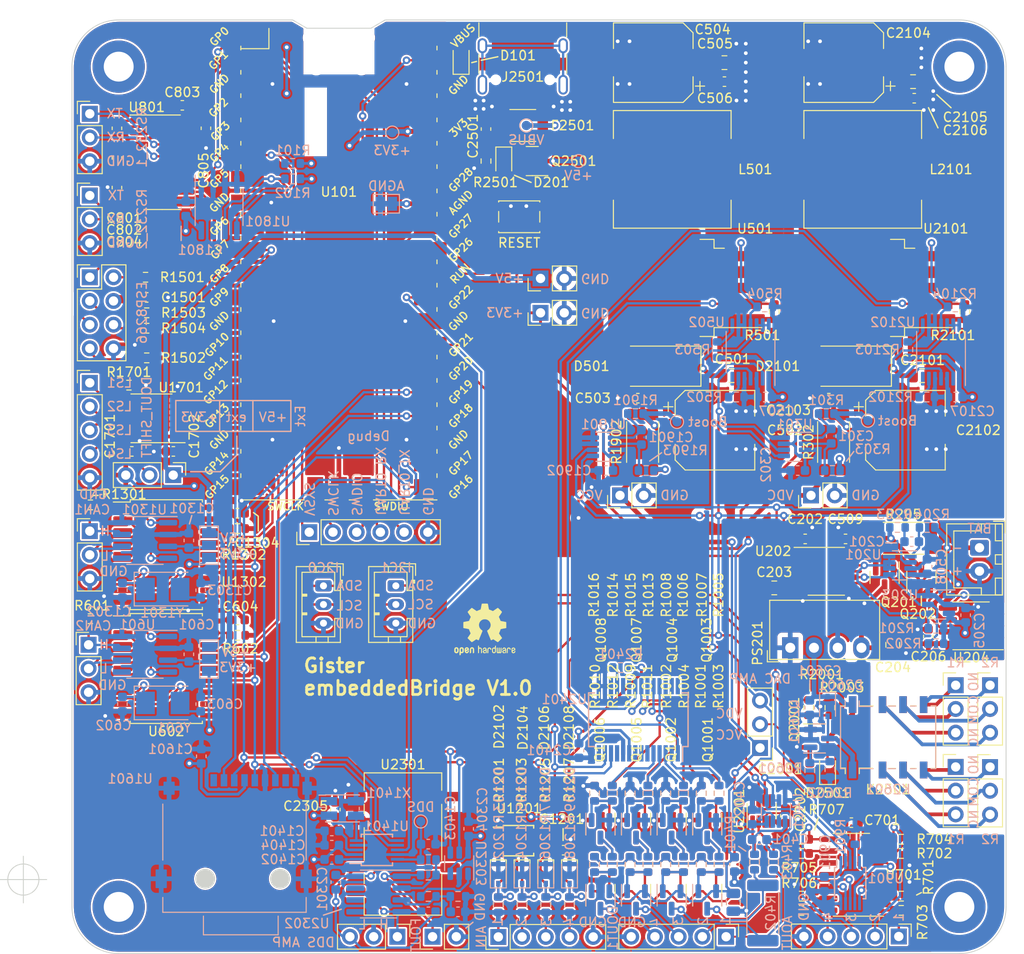
<source format=kicad_pcb>
(kicad_pcb (version 20211014) (generator pcbnew)
  (layers (0 "F.Cu" signal) (31 "B.Cu" signal) (34 "B.Paste" user) (35 "F.Paste" user) (36 "B.SilkS" user "B.Silkscreen") (37 "F.SilkS" user "F.Silkscreen") (38 "B.Mask" user) (39 "F.Mask" user) (44 "Edge.Cuts" user))
  (net 0 "")
  (net 1 "+5V")
  (net 2 "GND")
  (net 3 "+5VD")
  (net 4 "GNDD")
  (net 5 "+3V3")
  (net 6 "/Cu1+")
  (net 7 "/Cu2+")
  (net 8 "VCC")
  (net 9 "VDC")
  (net 10 "/AMP_offset/IN")
  (net 11 "/VSYS")
  (net 12 "/Battery/BAT+")
  (net 13 "/AMP1/OUT1")
  (net 14 "/AMP1/OUT2")
  (net 15 "/AMP1/OUT3")
  (net 16 "/AMP1/OUT4")
  (net 17 "/I2C0_SDA")
  (net 18 "/I2C0_SCL")
  (net 19 "/I2C1_SDA")
  (net 20 "/I2C1_SCL")
  (net 21 "/SWCLK")
  (net 22 "/SWDIO")
  (net 23 "/UART0_RX")
  (net 24 "/UART0_TX")
  (net 25 "/AMP_offset/OUT")
  (net 26 "/IO_Expander/GPA5")
  (net 27 "/IO_Expander/GPA6")
  (net 28 "/IO_Expander/GPA7")
  (net 29 "/IO_Expander/GPB5")
  (net 30 "/IO_Expander/GPB6")
  (net 31 "/IO_Expander/GPB7")
  (net 32 "/Cu4-")
  (net 33 "/Cu3-")
  (net 34 "/Switch1/DOUT3")
  (net 35 "/Switch1/DOUT4")
  (net 36 "/ESP8266/EN")
  (net 37 "/ESP8266/RST")
  (net 38 "/ESP8266/IO0")
  (net 39 "/ESP8266/IO2")
  (net 40 "GNDA")
  (net 41 "/Cu4+")
  (net 42 "/Cu3+")
  (net 43 "/VCC_EN")
  (net 44 "/VDC_EN")
  (net 45 "/DAC1/LDAC")
  (net 46 "/Level Shift/OE")
  (net 47 "Net-(D2102-Pad2)")
  (net 48 "Net-(D2104-Pad2)")
  (net 49 "/RUN")
  (net 50 "/AMP1/IN1+")
  (net 51 "/AMP1/IN2+")
  (net 52 "/AMP1/IN3+")
  (net 53 "/AMP1/IN4+")
  (net 54 "/UART1_RX")
  (net 55 "/UART1_TX")
  (net 56 "/DAC1/RDY")
  (net 57 "/ADC1/RDY")
  (net 58 "/SPI0_SCK")
  (net 59 "/SPI0_MOSI")
  (net 60 "/SPI0_MISO")
  (net 61 "/SPI0_CS_DDS")
  (net 62 "/DOUT1_LS")
  (net 63 "/DOUT2_LS")
  (net 64 "/DOUT3_LS")
  (net 65 "/DOUT4_LS")
  (net 66 "/ADC2")
  (net 67 "/SPI0_CS_CAN2")
  (net 68 "/SPI0_CS_CAN1")
  (net 69 "/IO_Expander/INTA")
  (net 70 "/IO_Expander/INTB")
  (net 71 "Net-(C201-Pad1)")
  (net 72 "Net-(C201-Pad2)")
  (net 73 "Net-(C301-Pad1)")
  (net 74 "Net-(C301-Pad2)")
  (net 75 "Net-(C401-Pad1)")
  (net 76 "Net-(C401-Pad2)")
  (net 77 "Net-(C601-Pad1)")
  (net 78 "Net-(C602-Pad1)")
  (net 79 "Net-(C603-Pad1)")
  (net 80 "Net-(C701-Pad1)")
  (net 81 "Net-(C801-Pad1)")
  (net 82 "Net-(C801-Pad2)")
  (net 83 "Net-(C802-Pad1)")
  (net 84 "Net-(C802-Pad2)")
  (net 85 "Net-(C803-Pad2)")
  (net 86 "Net-(C804-Pad2)")
  (net 87 "Net-(C1301-Pad1)")
  (net 88 "Net-(C1302-Pad1)")
  (net 89 "Net-(C1303-Pad1)")
  (net 90 "Net-(C1401-Pad1)")
  (net 91 "Net-(C1402-Pad2)")
  (net 92 "Net-(C1701-Pad1)")
  (net 93 "Net-(C1901-Pad1)")
  (net 94 "Net-(C1901-Pad2)")
  (net 95 "Net-(C2201-Pad1)")
  (net 96 "Net-(C2201-Pad2)")
  (net 97 "Net-(C2301-Pad1)")
  (net 98 "Net-(C2301-Pad2)")
  (net 99 "Net-(C2302-Pad2)")
  (net 100 "Net-(C2303-Pad1)")
  (net 101 "Net-(C2501-Pad2)")
  (net 102 "/Power1/SW")
  (net 103 "Net-(D2106-Pad2)")
  (net 104 "Net-(D2108-Pad2)")
  (net 105 "Net-(D2501-Pad2)")
  (net 106 "Net-(D2601-Pad2)")
  (net 109 "/Relais1/NO1")
  (net 110 "/Relais1/COM1")
  (net 111 "/Power2/SW")
  (net 112 "/USB/VBUS")
  (net 113 "Net-(J1201-Pad1)")
  (net 114 "Net-(J1201-Pad2)")
  (net 115 "Net-(J1201-Pad3)")
  (net 116 "Net-(J1201-Pad4)")
  (net 117 "Net-(J1701-Pad1)")
  (net 118 "Net-(J1701-Pad2)")
  (net 119 "Net-(J1701-Pad3)")
  (net 120 "Net-(J1701-Pad4)")
  (net 129 "unconnected-(J2501-PadS1)")
  (net 131 "Net-(Q201-Pad1)")
  (net 132 "Net-(Q1001-Pad1)")
  (net 133 "Net-(Q1002-Pad1)")
  (net 134 "Net-(Q1003-Pad1)")
  (net 135 "Net-(Q1003-Pad3)")
  (net 136 "Net-(Q1004-Pad1)")
  (net 137 "Net-(Q1004-Pad3)")
  (net 138 "Net-(Q1005-Pad1)")
  (net 139 "Net-(Q1006-Pad1)")
  (net 140 "Net-(Q1007-Pad1)")
  (net 141 "Net-(Q1007-Pad3)")
  (net 142 "Net-(Q1008-Pad1)")
  (net 143 "Net-(Q1008-Pad3)")
  (net 144 "Net-(Q1101-Pad1)")
  (net 145 "Net-(Q1102-Pad1)")
  (net 146 "Net-(Q1103-Pad1)")
  (net 147 "Net-(Q1103-Pad3)")
  (net 148 "Net-(Q1104-Pad1)")
  (net 149 "Net-(Q1104-Pad3)")
  (net 150 "Net-(Q1105-Pad1)")
  (net 151 "Net-(Q1106-Pad1)")
  (net 152 "Net-(Q1107-Pad1)")
  (net 153 "Net-(Q1107-Pad3)")
  (net 154 "Net-(Q1108-Pad1)")
  (net 155 "Net-(Q1108-Pad3)")
  (net 156 "Net-(Q2001-Pad1)")
  (net 157 "/Relais1/NC1")
  (net 158 "/Relais1/NO2")
  (net 159 "/Relais1/COM2")
  (net 160 "Net-(R502-Pad1)")
  (net 161 "Net-(R503-Pad1)")
  (net 162 "/Power1/FB")
  (net 163 "Net-(R602-Pad2)")
  (net 164 "Net-(R701-Pad2)")
  (net 165 "Net-(R702-Pad2)")
  (net 166 "Net-(R705-Pad2)")
  (net 167 "Net-(R706-Pad2)")
  (net 168 "Net-(R1302-Pad2)")
  (net 169 "Net-(R2102-Pad1)")
  (net 170 "Net-(R2103-Pad1)")
  (net 171 "/Power2/FB")
  (net 172 "Net-(R2301-Pad1)")
  (net 173 "Net-(R2303-Pad2)")
  (net 174 "Net-(R2401-Pad2)")
  (net 178 "Net-(U203-Pad1)")
  (net 180 "Net-(U601-Pad1)")
  (net 181 "Net-(U601-Pad4)")
  (net 190 "Net-(U1301-Pad1)")
  (net 191 "Net-(U1301-Pad4)")
  (net 200 "Net-(U1401-Pad5)")
  (net 211 "/SPI0_CS_SD")
  (net 212 "/CD_SD")
  (net 213 "/AMP_H{slash}L")
  (net 218 "/UART to RS232/TX1")
  (net 219 "/UART to RS232/RX1")
  (net 220 "/UART to RS232/TX2")
  (net 221 "/UART to RS232/RX2")
  (net 224 "/Relais1/NC2")
  (net 225 "/Relais2/NO1")
  (net 226 "/Relais2/COM1")
  (net 227 "/Relais2/NC1")
  (net 228 "/Relais2/NO2")
  (net 229 "/Relais2/COM2")
  (net 230 "/Relais2/NC2")
  (net 231 "Net-(Q2601-Pad1)")
  (net 232 "/Relais1")
  (net 233 "/Relais2")
  (net 234 "/USB/VBUS_FUSED")
  (net 235 "/IO_Expander/GPA1")
  (net 236 "/IO_Expander/GPA2")
  (net 237 "/IO_Expander/GPA3")
  (net 238 "/IO_Expander/GPA4")
  (net 239 "/IO_Expander/GPB1")
  (net 240 "/IO_Expander/GPB2")
  (net 241 "/IO_Expander/GPB3")
  (net 242 "/IO_Expander/GPB4")
  (net 243 "/CAN1/CANH")
  (net 244 "/CAN1/CANL")
  (net 245 "/CAN2/CANH")
  (net 246 "/CAN2/CANL")
  (net 247 "/Battery/SDA_")
  (net 248 "/Battery/SCL_")
  (net 249 "/Battery/BAT+_")
  (footprint "Capacitor_SMD:C_0603_1608Metric" (layer "F.Cu") (at 78.49475 55.58725)
    (fp_text reference "C202")
    (fp_text value "100n")
  )
  (footprint "Capacitor_SMD:C_0603_1608Metric" (layer "F.Cu") (at 90.17 8.382)
    (fp_text reference "C2106")
    (fp_text value "100n")
  )
  (footprint "Resistor_SMD:R_0603_1608Metric" (layer "F.Cu") (at 63.561 90.44975 -90)
    (fp_text reference "R1002")
    (fp_text value "10k")
  )
  (footprint "Resistor_SMD:R_0603_1608Metric" (layer "F.Cu") (at 95.577 31.242 -90)
    (fp_text reference "R2101")
    (fp_text value "10k")
  )
  (footprint "Resistor_SMD:R_0603_1608Metric" (layer "F.Cu") (at 57.846 82.82975 -90)
    (fp_text reference "R1014")
    (fp_text value "10k")
  )
  (footprint "Resistor_SMD:R_2512_6332Metric" (layer "F.Cu") (at 89.027 55.519)
    (fp_text reference "R205")
    (fp_text value "100R")
  )
  (footprint "Diode_SMD:D_SOD-323" (layer "F.Cu") (at 46.228 15.113 -90)
    (fp_text reference "D201")
    (fp_text value "1N5819")
  )
  (footprint "Capacitor_SMD:C_0603_1608Metric" (layer "F.Cu") (at 11.811 9.144 180)
    (fp_text reference "C803")
    (fp_text value "100n")
  )
  (footprint "Connector_PinHeader_2.54mm:PinHeader_1x05_P2.54mm_Vertical" (layer "F.Cu") (at 70.028 98.19675 -90)
    (fp_text reference "J106" hide)
    (fp_text value "DOUT1")
  )
  (footprint "Connector_PinHeader_2.54mm:PinHeader_1x03_P2.54mm_Vertical" (layer "F.Cu") (at 94.605 80.01)
    (fp_text reference "J111" hide)
    (fp_text value "R1_1")
  )
  (footprint "Inductor_SMD:L_12x12mm_H8mm" (layer "F.Cu") (at 64.262 16.002 180)
    (fp_text reference "L501")
    (fp_text value "33uH")
  )
  (footprint "Connector_JST:JST_XH_B2B-XH-A_1x02_P2.50mm_Vertical" (layer "F.Cu") (at 97.155 56.535 -90)
    (fp_text reference "J201" hide)
    (fp_text value "BAT")
  )
  (footprint "Connector_PinHeader_2.54mm:PinHeader_1x03_P2.54mm_Vertical" (layer "F.Cu") (at 1.778 66.929)
    (fp_text reference "J109" hide)
    (fp_text value "CAN2")
  )
  (footprint "Capacitor_SMD:C_0603_1608Metric" (layer "F.Cu") (at 73.584 87.78275)
    (fp_text reference "C2201" hide)
    (fp_text value "100n")
  )
  (footprint "MountingHole:MountingHole_3.2mm_M3_DIN965_Pad" (layer "F.Cu") (at 5 95)
    (fp_text reference "H103" hide)
    (fp_text value "MountingHole_Pad")
  )
  (footprint "Connector_PinHeader_2.54mm:PinHeader_1x03_P2.54mm_Vertical" (layer "F.Cu") (at 10.8385 48.753 -90)
    (fp_text reference "JP1701" hide)
    (fp_text value "Ext")
  )
  (footprint "Capacitor_SMD:C_0805_2012Metric" (layer "F.Cu") (at 90.043 6.604)
    (fp_text reference "C2105")
    (fp_text value "1u")
  )
  (footprint "Resistor_SMD:R_0603_1608Metric" (layer "F.Cu") (at 81.143 73.66 90)
    (fp_text reference "R2003")
    (fp_text value "100k")
  )
  (footprint "Resistor_SMD:R_0603_1608Metric" (layer "F.Cu") (at 59.751 82.82975 90)
    (fp_text reference "R1015")
    (fp_text value "100k")
  )
  (footprint "Connector_PinHeader_2.54mm:PinHeader_1x05_P2.54mm_Vertical" (layer "F.Cu") (at 88.514 98.171 -90)
    (fp_text reference "J101" hide)
    (fp_text value "AOUT")
  )
  (footprint "Resistor_SMD:R_0603_1608Metric" (layer "F.Cu") (at 65.466 90.44975 90)
    (fp_text reference "R1004")
    (fp_text value "100k")
  )
  (footprint "Resistor_SMD:R_0603_1608Metric" (layer "F.Cu") (at 50.724 94.76775 90)
    (fp_text reference "R1205")
    (fp_text value "12k")
  )
  (footprint "Package_SO:TSSOP-14_4.4x5mm_P0.65mm" (layer "F.Cu") (at 8.509 42.672 180)
    (fp_text reference "U1701")
    (fp_text value "TXB0104PW")
  )
  (footprint "MCU_RaspberryPi_and_Boards:RPi_Pico_SMD_TH" (layer "F.Cu") (at 28.575 25.908)
    (fp_text reference "U101")
    (fp_text value "Pico")
  )
  (footprint "Resistor_SMD:R_0603_1608Metric" (layer "F.Cu") (at 1.97 51.943 180)
    (fp_text reference "R1301")
    (fp_text value "120R")
  )
  (footprint "Package_TO_SOT_SMD:SOT-23" (layer "F.Cu") (at 56.576 94.25975 -90)
    (fp_text reference "Q1006")
    (fp_text value "Q_PMOS_GSD")
  )
  (footprint "Connector_PinHeader_2.54mm:PinHeader_1x05_P2.54mm_Vertical" (layer "F.Cu") (at 45.644 98.21775 90)
    (fp_text reference "J1201" hide)
    (fp_text value "AIN")
  )
  (footprint "Capacitor_SMD:C_0603_1608Metric" (layer "F.Cu") (at 82.81275 55.58725 180)
    (fp_text reference "C509")
    (fp_text value "100n")
  )
  (footprint "Capacitor_SMD:C_0603_1608Metric" (layer "F.Cu") (at 17.718 64.262)
    (fp_text reference "C604")
    (fp_text value "100n")
  )
  (footprint "Package_TO_SOT_SMD:SOT-23" (layer "F.Cu") (at 68.006 86.63975 -90)
    (fp_text reference "Q1003")
    (fp_text value "MMBT3904")
  )
  (footprint "PDS1:PSD1" (layer "F.Cu") (at 35.433 88.265 -90)
    (fp_text reference "U2301")
    (fp_text value "PDS1-M")
  )
  (footprint "Resistor_SMD:R_0603_1608Metric" (layer "F.Cu") (at 45.644 94.76775 90)
    (fp_text reference "R1201")
    (fp_text value "12k")
  )
  (footprint "Fuse:Fuse_1812_4532Metric" (layer "F.Cu") (at 48.26 11.303 180)
    (fp_text reference "F2501")
    (fp_text value "Polyfuse")
  )
  (footprint "Resistor_SMD:R_0603_1608Metric" (layer "F.Cu") (at 88.773 93.853 180)
    (fp_text reference "R701")
    (fp_text value "10k")
  )
  (footprint "Capacitor_SMD:C_0805_2012Metric" (layer "F.Cu") (at 70.612 38.1)
    (fp_text reference "C501")
    (fp_text value "1u")
  )
  (footprint "Capacitor_SMD:C_0603_1608Metric" (layer "F.Cu") (at 60.579 40.513 180)
    (fp_text reference "C503")
    (fp_text value "100n")
  )
  (footprint "Package_TO_SOT_SMD:SOT-23" (layer "F.Cu") (at 56.576 86.63975 -90)
    (fp_text reference "Q1008")
    (fp_text value "MMBT3904")
  )
  (footprint "Connector_PinHeader_2.54mm:PinHeader_1x03_P2.54mm_Vertical" (layer "F.Cu") (at 1.905 54.752)
    (fp_text reference "J108" hide)
    (fp_text value "CAN1")
  )
  (footprint "Diode_SMD:D_SOD-323" (layer "F.Cu") (at 41.656 4.318 90)
    (fp_text reference "D101")
    (fp_text value "1N5819")
  )
  (footprint "Capacitor_SMD:C_0603_1608Metric" (layer "F.Cu") (at 8.001 29.718)
    (fp_text reference "C1501")
    (fp_text value "100n")
  )
  (footprint "Capacitor_SMD:CP_Elec_8x10" (layer "F.Cu") (at 89.227 43.942)
    (fp_text reference "C2102")
    (fp_text value "220u")
  )
  (footprint "Capacitor_SMD:C_0805_2012Metric" (layer "F.Cu") (at 70.8 94.51375 -90)
    (fp_text reference "C1002" hide)
    (fp_text value "1u")
  )
  (footprint "Capacitor_SMD:C_0603_1608Metric" (layer "F.Cu") (at 6.4085 46.213)
    (fp_text reference "C1701")
    (fp_text value "100n")
  )
  (footprint "Diode_SMD:D_SOD-323" (layer "F.Cu") (at 45.644 91.46575 -90)
    (fp_text reference "D2102")
    (fp_text value "1N5819")
  )
  (footprint "Package_SO:SOIC-18W_7.5x11.6mm_P1.27mm" (layer "F.Cu") (at 10.098 69.469)
    (fp_text reference "U602")
    (fp_text value "MCP2515-xSO")
  )
  (footprint "Resistor_SMD:R_0603_1608Metric" (layer "F.Cu") (at 78.105 87.757)
    (fp_text reference "R707")
    (fp_text value "68k")
  )
  (footprint "Resistor_SMD:R_0603_1608Metric" (layer "F.Cu") (at 65.466 82.82975 -90)
    (fp_text reference "R1006")
    (fp_text value "10k")
  )
  (footprint "Package_SO:SOIC-8_3.9x4.9mm_P1.27mm" (layer "F.Cu") (at 96.249 64.897 180)
    (fp_text reference "U204")
    (fp_text value "Opamp_Dual")
  )
  (footprint "Connector_PinHeader_2.54mm:PinHeader_1x03_P2.54mm_Vertical" (layer "F.Cu") (at 98.288 80.025)
    (fp_text reference "J114" hide)
    (fp_text value "R2_2")
  )
  (footprint "Resistor_SMD:R_0603_1608Metric" (layer "F.Cu") (at 78.857 73.66 -90)
    (fp_text reference "R2001")
    (fp_text value "10k")
  )
  (footprint "Resistor_SMD:R_0603_1608Metric" (layer "F.Cu") (at 7.874 27.559 180)
    (fp_text reference "R1501")
    (fp_text value "10k")
  )
  (footprint "Resistor_SMD:R_0603_1608Metric" (layer "F.Cu") (at 55.941 82.82975 90)
    (fp_text reference "R1016")
    (fp_text value "100k")
  )
  (footprint "Resistor_SMD:R_0603_1608Metric" (layer "F.Cu") (at 8.001 33.02)
    (fp_text reference "R1504")
    (fp_text value "10k")
  )
  (footprint "Connector_PinHeader_2.54mm:PinHeader_1x03_P2.54mm_Vertical" (layer "F.Cu") (at 34.834 98.19675 -90)
    (fp_text reference "JP2301" hide)
    (fp_text value "DDS AMP")
  )
  (footprint "Resistor_SMD:R_0603_1608Metric" (layer "F.Cu") (at 75.184 31.242 -90)
    (fp_text reference "R501")
    (fp_text value "10k")
  )
  (footprint "Connector_PinHeader_2.54mm:PinHeader_1x02_P2.54mm_Vertical" (layer "F.Cu") (at 79.116 50.927 90)
    (fp_text reference "J110" hide)
    (fp_text value "VDC")
  )
  (footprint "Resistor_SMD:R_0603_1608Metric" (layer "F.Cu") (at 63.561 82.82975 90)
    (fp_text reference "R1008")
    (fp_text value "100k")
  )
  (footprint "Capacitor_SMD:C_0603_1608Metric" (layer "F.Cu") (at 4.8145 14.7775 90)
    (fp_text reference "C802")
    (fp_text value "100n")
  )
  (footprint "Diode_SMD:D_SOD-323" (layer "F.Cu") (at 48.184 91.46575 -90)
    (fp_text reference "D2104")
    (fp_text value "1N5819")
  )
  (footprint "Package_SO:SOIC-14_3.9x8.7mm_P1.27mm" (layer "F.Cu") (at 83.439 91.562 180)
    (fp_text reference "U701")
    (fp_text value "LM324")
  )
  (footprint "Resistor_SMD:R_0603_1608Metric" (layer "F.Cu") (at 17.718 65.913 180)
    (fp_text reference "R602")
    (fp_text value "10k")
  )
  (footprint "Resistor_SMD:R_0603_1608Metric" (layer "F.Cu") (at 67.371 90.44975 -90)
    (fp_text reference "R1001")
    (fp_text value "10k")
  )
  (footprint "Diode_SMD:D_SOD-323" (layer "F.Cu") (at 50.724 91.46575 -90)
    (fp_text reference "D2106")
    (fp_text value "1N5819")
  )
  (footprint "Connector_PinHeader_2.54mm:PinHeader_1x03_P2.54mm_Vertical" (layer "F.Cu") (at 98.288 71.262)
    (fp_text reference "J113" hide)
    (fp_text value "R2_1")
  )
  (footprint "Package_TO_SOT_SMD:SOT-23" (layer "F.Cu") (at 64.196 86.63975 -90)
    (fp_text reference "Q1004")
    (fp_text value "MMBT3904")
  )
  (footprint "Connector_PinHeader_2.54mm:PinHeader_1x05_P2.54mm_Vertical" (layer "F.Cu") (at 1.905 38.867)
    (fp_text reference "J1701" hide)
    (fp_text value "DOUT_SHIFT")
  )
  (footprint "Button_Switch_SMD:SW_SPST_PTS810" (layer "F.Cu") (at 47.879 21.082 180)
    (fp_text reference "SW101" hide)
    (fp_text value "RESET")
  )
  (footprint "Connector_PinHeader_2.54mm:PinHeader_1x03_P2.54mm_Vertical" (layer "F.Cu") (at 1.905 18.811)
    (fp_text reference "J115" hide)
    (fp_text value "RS232_2")
  )
  (footprint "Package_TO_SOT_SMD:SOT-23" (layer "F.Cu") (at 86.995 59.71 -90)
    (fp_text reference "Q202")
    (fp_text value "Q_PNP_BCE")
  )
  (footprint "Resistor_SMD:R_0603_1608Metric" (layer "F.Cu") (at 78.105 89.281)
    (fp_text reference "R705")
    (fp_text value "10k")
  )
  (footprint "Capacitor_SMD:C_0603_1608Metric" (layer "F.Cu") (at 91.677 66.04 90)
    (fp_text reference "C206")
    (fp_text value "100n")
  )
  (footprint "Connector_PinHeader_2.54mm:PinHeader_1x03_P2.54mm_Vertical" (layer "F.Cu") (at 73.66 77.978 180)
    (fp_text reference "JP701" hide)
    (fp_text value "DAC AMP")
  )
  (footprint "Resistor_SMD:R_0603_1608Metric" (layer "F.Cu") (at 1.97 64.135 180)
    (fp_text reference "R601")
    (fp_text value "120R")
  )
  (footprint "Resistor_SMD:R_0603_1608Metric" (layer "F.Cu") (at 55.941 90.44975 -90)
    (fp_text reference "R1010")
    (fp_text value "10k")
  )
  (footprint "Capacitor_SMD:CP_Elec_8x10" (layer "F.Cu") (at 82.623 4.572 180)
    (fp_text reference "C2104")
    (fp_text value "47u")
  )
  (footprint "Connector_JST:JST_PH_B3B-PH-K_1x03_P2.00mm_Vertical" (layer "F.Cu") (at 26.924 60.611 -90)
    (fp_text reference "J103" hide)
    (fp_text value "I2C0")
  )
  (footprint "Capacitor_SMD:C_0805_2012Metric" (layer "F.Cu") (at 87.867 66.929 -90)
    (fp_text reference "C204")
    (fp_text value "1u")
  )
  (footprint "Capacitor_SMD:CP_Elec_8x10" (layer "F.Cu") (at 62.23 4.572 180)
    (fp_text reference "C504")
    (fp_text value "47u")
  )
  (footprint "Capacitor_SMD:C_0603_1608Metric" (layer "F.Cu") (at 17.718 52.832)
    (fp_text reference "C1304")
    (fp_text value "100n")
  )
  (footprint "Diode_SMD:D_SMA-SMB_Universal_Handsoldering" (layer "F.Cu") (at 82.877 37.084 180)
    (fp_text reference "D2101")
    (fp_text value "D_Schottky")
  )
  (footprint "Capacitor_SMD:C_0603_1608Metric" (layer "F.Cu") (at 28.194 84.582 90)
    (fp_text reference "C2305")
    (fp_text value "100n")
  )
  (footprint "Capacitor_SMD:C_0603_1608Metric" (layer "F.Cu") (at 70.927 90.44975 -90)
    (fp_text reference "C1001" hide)
    (fp_text value "100n")
  )
  (footprint "Resistor_SMD:R_0603_1608Metric" (layer "F.Cu") (at 78.105 93.853)
    (fp_text reference "R706")
    (fp_text value "10k")
  )
  (footprint "Resistor_SMD:R_2512_6332Metric" (layer "F.Cu") (at 81.534 45.212 -90)
    (fp_text reference "R302")
    (fp_text value "100R")
  )
  (footprint "Connector_PinHeader_2.54mm:PinHeader_1x02_P2.54mm_Vertical" (layer "F.Cu") (at 58.669 50.927 90)
    (fp_text reference "J105" hide)
    (fp_text value "VCC")
  )
  (footprint "Connector_PinHeader_2.54mm:PinHeader_2x04_P2.54mm_Vertical" (layer "F.Cu") (at 1.905 27.559)
    (fp_text reference "J1501" hide)
    (fp_text value "ESP8266")
  )
  (footprint "Capacitor_SMD:C_0603_1608Metric" (layer "F.Cu") (at 83.439 85.979 180)
    (fp_text reference "C701")
    (fp_text value "100n")
  )
  (footprint "Converter_DCDC:Converter_DCDC_Murata_MEE1SxxxxSC_THT" (layer "F.Cu") (at 76.8935 67.2475 90)
    (fp_text reference "PS201")
    (fp_text value "1S4E_0505S1U")
  )
  (footprint "Capacitor_SMD:C_0603_1608Metric" (layer "F.Cu") (at 4.8145 11.6025 90)
    (fp_text reference "C801")
    (fp_text value "100n")
  )
  (footprint "Connector_USB:USB_C_Receptacle_HRO_TYPE-C-31-M-12" (layer "F.Cu") (at 48.26 3.81 180)
    (fp_text reference "J2501")
    (fp_text value "USB_C_Receptacle_USB2.0")
  )
  (footprint "Connector_PinHeader_2.54mm:PinHeader_1x03_P2.54mm_Vertical" (layer "F.Cu") (at 1.905 10.048)
    (fp_text reference "J116" hide)
    (fp_text value "RS232_1")
  )
  (footprint "Package_TO_SOT_SMD:SOT-23" (layer "F.Cu") (at 80 76.962)
    (fp_text reference "Q2001")
    (fp_text value "Q_NMOS_GSD")
  )
  (footprint "Resistor_SMD:R_0603_1608Metric" (layer "F.Cu") (at 73.076 90.19575 90)
    (fp_text reference "R2201" hide)
    (fp_text value "10R")
  )
  (footprint "Package_TO_SOT_SMD:SOT-23" (layer "F.Cu") (at 64.196 94.25975 -90)
    (fp_text reference "Q1002")
    (fp_text value "Q_PMOS_GSD")
  )
  (footprint "Capacitor_SMD:CP_Elec_8x10" (layer "F.Cu") (at 68.834 43.942)
    (fp_text reference "C502")
    (fp_text value "220u")
  )
  (footprint "Capacitor_SMD:C_0603_1608Metric" (layer "F.Cu") (at 14.3395 11.6025 -90)
    (fp_text reference "C805")
    (fp_text value "100n")
  )
  (footprint "Connector_PinHeader_2.54mm:PinHeader_1x02_P2.54mm_Vertical" (layer "F.Cu") (at 50.16 31.369 90)
    (fp_text reference "J117" hide)
    (fp_text value "+3V3")
  )
  (footprint "Resistor_SMD:R_0603_1608Metric" (layer "F.Cu") (at 78.105 95.377)
    (fp_text reference "R708" hide)
    (fp_text value "68k")
  )
  (footprint "Package_TO_SOT_SMD:SOT-23" (layer "F.Cu") (at 49.276 15.113 180)
    (fp_text reference "Q2501")
    (fp_text value "Q_PMOS_GSD")
  )
  (footprint "Capacitor_SMD:C_0603_1608Metric" (layer "F.Cu") (at 4.8145 17.9525 90)
    (fp_text reference "C804")
    (fp_text value "100n")
  )
  (footprint "Capacitor_SMD:C_0805_2012Metric" (layer "F.Cu") (at 91.005 38.1)
    (fp_text reference "C2101")
    (fp_text value "1u")
  )
  (footprint "Package_TO_SOT_SMD:SOT-23" (layer "F.Cu") (at 60.386 86.63975 -90)
    (fp_text reference "Q1007")
    (fp_text value "MMBT3904")
  )
  (footprint "Diode_SMD:D_SOD-323" (layer "F.Cu") (at 53.264 91.46575 -90)
    (fp_text reference "D2108")
    (fp_text value "1N5819")
  )
  (footprint "Capacitor_SMD:C_0603_1608Metric" (layer "F.Cu") (at 76.378 85.24275 90)
    (fp_text reference "C2202")
    (fp_text value "100n")
  )
  (footprint "Connector_PinHeader_2.54mm:PinHeader_1x03_P2.54mm_Vertical" (layer "F.Cu") (at 94.605 71.262)
    (fp_text reference "J112" hide)
    (fp_text value "R1_2")
  )
  (footprint "Resistor_SMD:R_0603_1608Metric" (layer "F.Cu") (at 53.264 94.76775 90)
    (fp_text reference "R1207")
    (fp_text value "12k")
  )
  (footprint "Package_TO_SOT_SMD:SOT-23" (layer "F.Cu") (at 60.386 94.25975 -90)
    (fp_text reference "Q1005")
    (fp_text value "Q_PMOS_GSD")
  )
  (footprint "Diode_SMD:D_SMA-SMB_Universal_Handsoldering" (layer "F.Cu") (at 62.484 37.084 180)
    (fp_text reference "D501")
    (fp_text value "D_Schottky")
  )
  (footprint "Resistor_SMD:R_0603_1608Metric" (layer "F.Cu") (at 61.656 82.82975 -90)
    (fp_text reference "R1013")
    (fp_text value "10k")
  )
  (footprint "Resistor_SMD:R_0603_1608Metric" (layer "F.Cu") (at 69.276 90.44975 90)
    (fp_text reference "R1003")
    (fp_text value "100k")
  )
  (footprint "Resistor_SMD:R_0603_1608Metric" (layer "F.Cu") (at 88.773 95.377 180)
    (fp_text reference "R703")
    (fp_text value "68k")
  )
  (footprint "Resistor_SMD:R_0603_1608Metric" (layer "F.Cu") (at 44.323 15.113 -90)
    (fp_text reference "R2501")
    (fp_text value "100k")
  )
  (footprint "Resistor_SMD:R_0603_1608Metric" (layer "F.Cu") (at 75.108 90.19575 90)
    (fp_text reference "R2203" hide)
    (fp_text value "10R")
  )
  (footprint "Resistor_SMD:R_2512_6332Metric" (layer "F.Cu") (at 61.087 45.212 -90)
    (fp_text reference "R1902")
    (fp_text value "100R")
  )
  (footprint "Resistor_SMD:R_2512_6332Metric" (layer "F.Cu") (at 73.965 95.65675 -90)
    (fp_text reference "R2202" hide)
    (fp_text value "100R")
  )
  (footprint "Package_SO:SOIC-16_3.9x9.9mm_P1.27mm" (layer "F.Cu") (at 9.652 15.24)
    (fp_text reference "U801")
    (fp_text value "MAX3232")
  )
  (footprint "Capacitor_SMD:C_0603_1608Metric" (layer "F.Cu") (at 10.8535 46.213 180)
    (fp_text reference "C1702")
    (fp_text value "100n")
  )
  (footprint "Resistor_SMD:R_0603_1608Metric" (layer "F.Cu") (at 88.773 87.757 180)
    (fp_text reference "R704")
    (fp_text value "68k")
  )
  (footprint "Resistor_SMD:R_0603_1608Metric" (layer "F.Cu") (at 8.001 36.195 180)
    (fp_text reference "R1502")
    (fp_text value "10k")
  )
  (footprint "Connector_JST:JST_PH_B3B-PH-K_1x03_P2.00mm_Vertical" (layer "F.Cu") (at 34.671 60.611 -90)
    (fp_text reference "J102" hide)
    (fp_text value "I2C1")
  )
  (footprint "Package_SO:SOIC-8_3.9x4.9mm_P1.27mm" (layer "F.Cu") (at 80.755 59.055)
    (fp_text reference "U202")
    (fp_text value "ISO1540")
  )
  (footprint "MountingHole:MountingHole_3.2mm_M3_DIN965_Pad" (layer "F.Cu") (at 95 95)
    (fp_text reference "H104" hide)
    (fp_text value "MountingHole_Pad")
  )
  (footprint "Connector_PinHeader_2.54mm:PinHeader_1x02_P2.54mm_Vertical" (layer "F.Cu") (at 50.16 27.686 90)
    (fp_text reference "J118" hide)
    (fp_text value "+5V")
  )
  (footprint "Package_TO_SOT_SMD:SOT-23" (layer "F.Cu") (at 90.932 59.71 90)
    (fp_text reference "Q201")
    (fp_text value "Q_NPN_BCE")
  )
  (footprint "Resistor_SMD:R_0603_1608Metric" (layer "F.Cu") (at 67.371 82.82975 90)
    (fp_text reference "R1007")
    (fp_text value "100k")
  )
  (footprint "Capacitor_SMD:C_0603_1608Metric" (layer "F.Cu") (at 81.026 40.513 180)
    (fp_text reference "C2103")
    (fp_text value "100n")
  )
  (footprint "Resistor_SMD:R_0603_1608Metric" (layer "F.Cu") (at 69.276 82.82975 -90)
    (fp_text reference "R1005")
    (fp_text value "10k")
  )
  (footprint "MountingHole:MountingHole_3.2mm_M3_DIN965_Pad" (layer "F.Cu") (at 95 5)
    (fp_text reference "H102" hide)
    (fp_text value "MountingHole_Pad")
  )
  (footprint "Resistor_SMD:R_0603_1608Metric" (layer "F.Cu") (at 88.773 89.281 180)
    (fp_text reference "R702")
    (fp_text value "10k")
  )
  (footprint "Resistor_SMD:R_0603_1608Metric" (layer "F.Cu") (at 61.656 90.44975 90)
    (fp_text reference "R1011")
    (fp_text value "100k")
  )
  (footprint "Connector_PinHeader_2.54mm:PinHeader_1x06_P2.54mm_Vertical" (layer "F.Cu") (at 25.4 54.864 90)
    (fp_text reference "J104" hide)
    (fp_text value "Debug")
  )
  (footprint "Package_SO:SOIC-18W_7.5x11.6mm_P1.27mm" (layer "F.Cu") (at 10.098 57.277)
    (fp_text reference "U1302")
    (fp_text value "MCP2515-xSO")
  )
  (footprint "Inductor_SMD:L_12x12mm_H8mm" (layer "F.Cu") (at 84.655 16.002 180)
    (fp_text reference "L2101")
    (fp_text value "33uH")
  )
  (footprint "Capacitor_SMD:C_0603_1608Metric" (layer "F.Cu") (at 52.629 88.92575)
    (fp_text reference "C1201")
    (fp_text value "100n")
  )
  (footprint "Capacitor_SMD:C_0805_2012Metric" (layer "F.Cu") (at 69.85 4.572)
    (fp_text reference "C505")
    (fp_text value "1u")
  )
  (footprint "MountingHole:MountingHole_3.2mm_M3_DIN965_Pad" (layer "F.Cu") (at 5 5)
    (fp_text reference "H101" hide)
    (fp_text value "MountingHole_Pad")
  )
  (footprint "Symbol:OSHW-Logo2_7.3x6mm_SilkScreen" (layer "F.Cu") (at 44.196 65.278)
    (fp_text reference "REF**" hide)
    (fp_text value "OSHW-Logo2_7.3x6mm_SilkScreen" hide)
  )
  (footprint "Package_TO_SOT_SMD:SOT-23" (layer "F.Cu") (at 68.006 94.25975 -90)
    (fp_text reference "Q1001")
    (fp_text value "Q_PMOS_GSD")
  )
  (footprint "Package_TO_SOT_SMD:TO-263-5_TabPin3" (layer "F.Cu") (at 65.786 28.702 180)
    (fp_text reference "U501")
    (fp_text value "XL6009")
  )
  (footprint "Capacitor_SMD:C_0603_1608Metric" (layer "F.Cu") (at 69.85 6.604)
    (fp_text reference "C506")
    (fp_text value "100n")
  )
  (footprint "Resistor_SMD:R_0603_1608Metric" (layer "F.Cu") (at 57.846 90.44975 90)
    (fp_text reference "R1012")
    (fp_text value "100k")
  )
  (footprint "Resistor_SMD:R_0603_1608Metric" (layer "F.Cu") (at 17.718 54.483 180)
    (fp_text reference "R1302")
    (fp_text value "10k")
  )
  (footprint "Relay_SMD:Relay_DPDT_Omron_G6K-2F-Y" (layer "F.Cu") (at 87.376 76.835 90)
    (fp_text reference "K2501")
    (fp_text value "G6K-2F-Y")
  )
  (footprint "Resistor_SMD:R_0603_1608Metric" (layer "F.Cu") (at 48.184 94.76775 90)
    (fp_text reference "R1203")
    (fp_text value "12k")
  )
  (footprint "Diode_SMD:D_SOD-323" (layer "F.Cu") (at 80.889 80.391 90)
    (fp_text reference "D2501")
    (fp_text value "1N5819")
  )
  (footprint "Capacitor_SMD:C_0603_1608Metric" (layer "F.Cu") (at 78.984 80.391 90)
    (fp_text reference "C2001")
    (fp_text value "100n")
  )
  (footprint "Resistor_SMD:R_0603_1608Metric" (layer "F.Cu") (at 6.096 39.116)
    (fp_text reference "R1701")
    (fp_text value "10k")
  )
  (footprint "Connector_PinHeader_2.54mm:PinHeader_1x02_P2.54mm_Vertical" (layer "F.Cu") (at 38.603 98.19675 90)
    (fp_text reference "J107" hide)
    (fp_text value "FOUT")
  )
  (footprint "Package_SO:TSSOP-10_3x3mm_P0.5mm" (layer "F.Cu") (at 47.803 87.90975)
    (fp_text reference "U1201")
    (fp_text value "ADS1115IDGS")
  )
  (footprint "Capacitor_SMD:C_0603_1608Metric" (layer "F.Cu") (at 44.323 11.684 -90)
    (fp_text reference "C2501")
    (fp_text value "100n")
  )
  (footprint "Package_TO_SOT_SMD:TO-263-5_TabPin3" (layer "F.Cu") (at 86.179 28.702 180)
    (fp_text reference "U2101")
    (fp_text value "XL6009")
  )
  (footprint "Resistor_SMD:R_0603_1608Metric" (layer "F.Cu") (at 8.001 31.369)
    (fp_text reference "R1503")
    (fp_text value "10k")
  )
  (footprint "Resistor_SMD:R_0603_1608Metric" (layer "F.Cu") (at 59.751 90.44975 -90)
    (fp_text reference "R1009")
    (fp_text value "10k")
  )
  (footprint "Package_TO_SOT_SMD:SOT-23-8" (layer "F.Cu") (at 73.838 84.73475 90)
    (fp_text reference "U2201")
    (fp_text value "INA219AxDCN")
  )
  (footprint "Capacitor_SMD:C_0805_2012Metric" (layer "F.Cu") (at 75.184 60.833)
    (fp_text reference "C203")
    (fp_text value "1u")
  )
  (footprint "Package_TO_SOT_SMD:SOT-23-8" (layer "B.Cu") (at 88.629 58.42 180)
    (fp_text reference "U201")
    (fp_text value "INA219AxDCN")
  )
  (footprint "Resistor_SMD:R_0603_1608Metric" (layer "B.Cu") (at 61.656 90.44975 90)
    (fp_text reference "R1111" hide)
    (fp_text value "100k")
  )
  (footprint "Resistor_SMD:R_0603_1608Metric" (layer "B.Cu") (at 65.466 82.82975 -90)
    (fp_text reference "R1106" hide)
    (fp_text value "10k")
  )
  (footprint "Capacitor_SMD:C_0603_1608Metric" (layer "B.Cu") (at 60.96 44.704 -90)
    (fp_text reference "C1901")
    (fp_text value "100n")
  )
  (footprint "Package_TO_SOT_SMD:SOT-23-8" (layer "B.Cu") (at 77.343 45.72 180)
    (fp_text reference "U301")
    (fp_text value "INA219AxDCN")
  )
  (footprint "Capacitor_SMD:C_0603_1608Metric" (layer "B.Cu") (at 38.151 95.52975 180)
    (fp_text reference "C2302" hide)
    (fp_text value "100n")
  )
  (footprint "Capacitor_SMD:C_0603_1608Metric" (layer "B.Cu") (at 13.781 61.087 90)
    (fp_text reference "C1303")
    (fp_text value "22p")
  )
  (footprint "Resistor_SMD:R_0603_1608Metric" (layer "B.Cu") (at 88.375 54.356)
    (fp_text reference "R203")
    (fp_text value "10R")
  )
  (footprint "Resistor_SMD:R_0603_1608Metric" (layer "B.Cu") (at 69.088 35.306 -90)
    (fp_text reference "R503")
    (fp_text value "10k")
  )
  (footprint "Package_SO:TSSOP-14_4.4x5mm_P0.65mm" (layer "B.Cu") (at 93.037 35.56 90)
    (fp_text reference "U2102")
    (fp_text value "MCP45HV31-ST")
  )
  (footprint "Capacitor_SMD:C_0603_1608Metric" (layer "B.Cu") (at 94.561 40.386 180)
    (fp_text reference "C2107")
    (fp_text value "100n")
  )
  (footprint "TestPoint:TestPoint_Pad_D1.0mm" (layer "B.Cu") (at 37.338 85.852)
    (fp_text reference "TP102" hide)
    (fp_text value "DDS")
  )
  (footprint "Diode_SMD:D_SOD-323" (layer "B.Cu") (at 45.644 91.46575 90)
    (fp_text reference "D2103")
    (fp_text value "1N5819")
  )
  (footprint "Resistor_SMD:R_0603_1608Metric" (layer "B.Cu") (at 67.371 82.82975 90)
    (fp_text reference "R1107" hide)
    (fp_text value "100k")
  )
  (footprint "Capacitor_SMD:C_0603_1608Metric" (layer "B.Cu") (at 77.69875 48.26 180)
    (fp_text reference "C302")
    (fp_text value "100n")
  )
  (footprint "Capacitor_SMD:C_0603_1608Metric" (layer "B.Cu") (at 54.28 78.25775 -90)
    (fp_text reference "C2401")
    (fp_text value "100n")
  )
  (footprint "Resistor_SMD:R_0603_1608Metric" (layer "B.Cu") (at 23.622 15.367)
    (fp_text reference "R101")
    (fp_text value "4k7")
  )
  (footprint "TestPoint:TestPoint_Pad_D1.0mm" (layer "B.Cu") (at 48.641 11.303 180)
    (fp_text reference "TP201" hide)
    (fp_text value "VBUS")
  )
  (footprint "Resistor_SMD:R_0603_1608Metric" (layer "B.Cu") (at 61.656 82.82975 -90)
    (fp_text reference "R1113" hide)
    (fp_text value "10k")
  )
  (footprint "Resistor_SMD:R_0603_1608Metric" (layer "B.Cu") (at 63.561 82.82975 90)
    (fp_text reference "R1108" hide)
    (fp_text value "100k")
  )
  (footprint "Resistor_SMD:R_0603_1608Metric" (layer "B.Cu") (at 81.143 80.264 -90)
    (fp_text reference "R2602")
    (fp_text value "100k")
  )
  (footprint "Resistor_SMD:R_0603_1608Metric" (layer "B.Cu") (at 89.481 35.306 -90)
    (fp_text reference "R2103")
    (fp_text value "10k")
  )
  (footprint "Package_TO_SOT_SMD:SOT-23" (layer "B.Cu") (at 56.576 94.25975 -90)
    (fp_text reference "Q1106" hide)
    (fp_text value "Q_PMOS_GSD")
  )
  (footprint "Package_SO:MSOP-10_3x3mm_P0.5mm" (layer "B.Cu") (at 32.639 88.9)
    (fp_text reference "U1401")
    (fp_text value "AD9833xRM")
  )
  (footprint "Capacitor_SMD:C_0805_2012Metric" (layer "B.Cu") (at 70.8 94.51375 -90)
    (fp_text reference "C1102" hide)
    (fp_text value "1u")
  )
  (footprint "Capacitor_SMD:C_0603_1608Metric" (layer "B.Cu") (at 89.899 55.88)
    (fp_text reference "C201")
    (fp_text value "100n")
  )
  (footprint "Resistor_SMD:R_0603_1608Metric" (layer "B.Cu") (at 59.751 82.82975 90)
    (fp_text reference "R1115" hide)
    (fp_text value "100k")
  )
  (footprint "Package_TO_SOT_SMD:SOT-23" (layer "B.Cu") (at 60.386 94.25975 -90)
    (fp_text reference "Q1105" hide)
    (fp_text value "Q_PMOS_GSD")
  )
  (footprint "Capacitor_SMD:C_0603_1608Metric" (layer "B.Cu") (at 5.399 73.279 -90)
    (fp_text reference "C602")
    (fp_text value "22p")
  )
  (footprint "Capacitor_SMD:C_0603_1608Metric" (layer "B.Cu") (at 74.168 40.386 180)
    (fp_text reference "C507")
    (fp_text value "100n")
  )
  (footprint "TestPoint:TestPoint_Pad_D1.0mm" (layer "B.Cu") (at 54.229 15.113 180)
    (fp_text reference "TP202" hide)
    (fp_text value "+5V")
  )
  (footprint "Package_SO:SOIC-8_3.9x4.9mm_P1.27mm" (layer "B.Cu") (at 7.812 67.945 180)
    (fp_text reference "U601")
    (fp_text value "TJA1051T-3")
  )
  (footprint "Resistor_SMD:R_0603_1608Metric" (layer "B.Cu") (at 59.751 90.44975 -90)
    (fp_text reference "R1109" hide)
    (fp_text value "10k")
  )
  (footprint "Resistor_SMD:R_0603_1608Metric" (layer "B.Cu") (at 75.108 90.19575 90)
    (fp_text reference "R403")
    (fp_text value "10R")
  )
  (footprint "Resistor_SMD:R_0603_1608Metric" (layer "B.Cu") (at 23.622 17.018)
    (fp_text reference "R102")
    (fp_text value "4k7")
  )
  (footprint "Capacitor_SMD:C_0603_1608Metric" (layer "B.Cu") (at 27.813 86.868 180)
    (fp_text reference "C1401")
    (fp_text value "100n")
  )
  (footprint "Package_TO_SOT_SMD:SOT-23" (layer "B.Cu") (at 80 76.962)
    (fp_text reference "Q2601")
    (fp_text value "Q_NMOS_GSD")
  )
  (footprint "Resistor_SMD:R_0603_1608Metric" (layer "B.Cu") (at 78.984 80.391 90)
    (fp_text reference "R2601")
    (fp_text value "10k")
  )
  (footprint "Resistor_SMD:R_0603_1608Metric" (layer "B.Cu") (at 92.496849 65.151 180)
    (fp_text reference "R201")
    (fp_text value "4k7")
  )
  (footprint "Resistor_SMD:R_0603_1608Metric" (layer "B.Cu") (at 53.264 94.76775 -90)
    (fp_text reference "R1208")
    (fp_text value "1k5")
  )
  (footprint "Resistor_SMD:R_0603_1608Metric" (layer "B.Cu") (at 57.846 90.44975 90)
    (fp_text reference "R1112" hide)
    (fp_text value "100k")
  )
  (footprint "Capacitor_SMD:C_0603_1608Metric" (layer "B.Cu") (at 41.326 95.52975)
    (fp_text reference "C2303" hide)
    (fp_text value "680n")
  )
  (footprint "Capacitor_SMD:C_0603_1608Metric" (layer "B.Cu") (at 81.28 44.577 -90)
    (fp_text reference "C301")
    (fp_text value "100n")
  )
  (footprint "Capacitor_SMD:C_0603_1608Metric" (layer "B.Cu") (at 78.984 73.66 -90)
    (fp_text reference "C2601")
    (fp_text value "100n")
  )
  (footprint "Package_SO:MSOP-10_3x3mm_P0.5mm" (layer "B.Cu") (at 83.312 92.456 -90)
    (fp_text reference "U901")
    (fp_text value "MCP4728")
  )
  (footprint "Resistor_SMD:R_0603_1608Metric" (layer "B.Cu") (at 94.561 30.734)
    (fp_text reference "R2104")
    (fp_text value "470R")
  )
  (footprint "Capacitor_SMD:C_0603_1608Metric" (layer "B.Cu") (at 57.15 48.26 180)
    (fp_text reference "C1902")
    (fp_text value "100n")
  )
  (footprint "Capacitor_SMD:C_0603_1608Metric" (layer "B.Cu") (at 27.813 88.392 180)
    (fp_text reference "C1404")
    (fp_text value "100n")
  )
  (footprint "Package_TO_SOT_SMD:SOT-23-6" (layer "B.Cu") (at 41.453 90.32275 90)
    (fp_text reference "U2303")
    (fp_text value "MCP4725xxx-xCH")
  )
  (footprint "Resistor_SMD:R_0603_1608Metric" (layer "B.Cu") (at 41.326 93.87875)
    (fp_text reference "R2304" hide)
    (fp_text value "10k")
  )
  (footprint "Resistor_SMD:R_0603_1608Metric" (layer "B.Cu") (at 80.74675 42.164 180)
    (fp_text reference "R301")
    (fp_text value "10R")
  )
  (footprint "SD:FT-01A" (layer "B.Cu") (at 25.072 91.989 180)
    (fp_text reference "U1601")
    (fp_text value "TF-01A")
    (fp_circle (center 10.81 0) (end 11.81 0) (layer "Edge.Cuts") (width 0.12) (fill solid))
    (fp_circle (center 2.8 0) (end 3.8 0) (layer "Edge.Cuts") (width 0.12) (fill solid))
  )
  (footprint "Diode_SMD:D_SOD-323" (layer "B.Cu") (at 50.724 91.46575 90)
    (fp_text reference "D2107")
    (fp_text value "1N5819")
  )
  (footprint "Resistor_SMD:R_0603_1608Metric" (layer "B.Cu") (at 67.371 90.44975 -90)
    (fp_text reference "R1101" hide)
    (fp_text value "10k")
  )
  (footprint "Resistor_SMD:R_0603_1608Metric" (layer "B.Cu") (at 91.55 54.356 180)
    (fp_text reference "R204")
    (fp_text value "10R")
  )
  (footprint "Resistor_SMD:R_0603_1608Metric" (layer "B.Cu") (at 57.846 82.82975 -90)
    (fp_text reference "R1114" hide)
    (fp_text value "10k")
  )
  (footprint "Capacitor_SMD:C_0603_1608Metric" (layer "B.Cu") (at 42.469 86.63975 90)
    (fp_text reference "C2304")
    (fp_text value "100n")
  )
  (footprint "Capacitor_SMD:C_0603_1608Metric" (layer "B.Cu") (at 95.671849 63.754 90)
    (fp_text reference "C205")
    (fp_text value "100n")
  )
  (footprint "Capacitor_SMD:C_0603_1608Metric" (layer "B.Cu") (at 91.55 58.547 90)
    (fp_text reference "C508")
    (fp_text value "100n")
  )
  (footprint "Package_TO_SOT_SMD:SOT-23-8" (layer "B.Cu") (at 56.896 45.72 180)
    (fp_text reference "U1901")
    (fp_text value "INA219AxDCN")
  )
  (footprint "Resistor_SMD:R_0603_1608Metric" (layer "B.Cu") (at 48.184 94.76775 -90)
    (fp_text reference "R1204")
    (fp_text value "1k5")
  )
  (footprint "Package_SO:SOIC-8_3.9x4.9mm_P1.27mm" (layer "B.Cu") (at 7.812 55.753 180)
    (fp_text reference "U1301")
    (fp_text value "TJA1051T-3")
  )
  (footprint "Capacitor_SMD:C_0603_1608Metric" (layer "B.Cu") (at 13.843 78.867 90)
    (fp_text reference "C1601")
    (fp_text value "100n")
  )
  (footprint "Resistor_SMD:R_2512_6332Metric" (layer "B.Cu") (at 73.965 95.65675 -90)
    (fp_text reference "R402")
    (fp_text value "100R")
  )
  (footprint "Crystal:Crystal_SMD_5032-2Pin_5.0x3.2mm" (layer "B.Cu") (at 9.717 60.96)
    (fp_text reference "Y1301")
    (fp_text value "8MHz")
  )
  (footprint "Resistor_SMD:R_0603_1608Metric" (layer "B.Cu") (at 83.82 87.4695 90)
    (fp_text reference "R901")
    (fp_text value "4k7")
  )
  (footprint "Capacitor_SMD:C_0603_1608Metric" (layer "B.Cu") (at 72.822 85.36975 90)
    (fp_text reference "C402")
    (fp_text value "100n")
  )
  (footprint "Resistor_SMD:R_0603_1608Metric" (layer "B.Cu") (at 81.407 48.26 180)
    (fp_text reference "R303")
    (fp_text value "10R")
  )
  (footprint "Resistor_SMD:R_0603_1608Metric" (layer "B.Cu") (at 73.076 90.19575 90)
    (fp_text reference "R401")
    (fp_text value "10R")
  )
  (footprint "Capacitor_SMD:C_0603_1608Metric" (layer "B.Cu") (at 70.927 90.44975 -90)
    (fp_text reference "C1101" hide)
    (fp_text value "100n")
  )
  (footprint "Package_TO_SOT_SMD:SOT-23" (layer "B.Cu") (at 64.196 94.25975 -90)
    (fp_text reference "Q1102" hide)
    (fp_text value "Q_PMOS_GSD")
  )
  (footprint "Oscillator:Oscillator_SMD_EuroQuartz_XO32-4Pin_3.2x2.5mm_HandSoldering" (layer "B.Cu") (at 28.956 84.455)
    (fp_text reference "X1401")
    (fp_text value "XO32")
  )
  (footprint "Resistor_SMD:R_0603_1608Metric" (layer "B.Cu") (at 65.466 90.44975 90)
    (fp_text reference "R1104" hide)
    (fp_text value "100k")
  )
  (footprint "Capacitor_SMD:C_0603_1608Metric" (layer "B.Cu") (at 38.1405 88.28025)
    (fp_text reference "C1403")
    (fp_text value "20p")
  )
  (footprint "Capacitor_SMD:C_0603_1608Metric" (layer "B.Cu") (at 13.781 73.279 90)
    (fp_text reference "C603")
    (fp_text value "22p")
  )
  (footprint "TestPoint:TestPoint_Pad_D1.0mm" (layer "B.Cu") (at 85.217 42.926)
    (fp_text reference "TP2101" hide)
    (fp_text value "Boost")
  )
  (footprint "Package_TO_SOT_SMD:SOT-23-6" (layer "B.Cu") (at 92.750849 62.611 180)
    (fp_text reference "U203")
    (fp_text value "MCP4725xxx-xCH")
  )
  (footprint "Resistor_SMD:R_0603_1608Metric" (layer "B.Cu") (at 38.151 93.87875 180)
    (fp_text reference "R2303" hide)
    (fp_text value "1k")
  )
  (footprint "Package_SO:SSOP-28_5.3x10.2mm_P0.65mm" (layer "B.Cu") (at 60.63 74.95575 90)
    (fp_text reference "U2401")
    (fp_text value "MCP23017_SS")
  )
  (footprint "Diode_SMD:D_SOD-323" (layer "B.Cu") (at 48.184 91.46575 90)
    (fp_text reference "D2105")
    (fp_text value "1N5819")
  )
  (footprint "Capacitor_SMD:C_0603_1608Metric" (layer "B.Cu") (at 27.813 89.916)
    (fp_text reference "C1402")
    (fp_text value "10n")
  )
  (footprint "Capacitor_SMD:C_0603_1608Metric" (layer "B.Cu") (at 73.584 87.78275)
    (fp_text reference "C401")
    (fp_text value "100n")
  )
  (footprint "Resistor_SMD:R_0603_1608Metric" (layer "B.Cu") (at 61.468 48.26 180)
    (fp_text reference "R1903")
    (fp_text value "10R")
  )
  (footprint "Resistor_SMD:R_0603_1608Metric" (layer "B.Cu") (at 50.724 94.76775 -90)
    (fp_text reference "R1206")
    (fp_text value "1k5")
  )
  (footprint "Resistor_SMD:R_0603_1608Metric" (layer "B.Cu") (at 55.941 90.44975 -90)
    (fp_text reference "R1110" hide)
    (fp_text value "10k")
  )
  (footprint "Capacitor_SMD:C_0603_1608Metric" (layer "B.Cu") (at 5.399 61.087 -90)
    (fp_text reference "C1302")
    (fp_text value "22p")
  )
  (footprint "Capacitor_SMD:C_0603_1608Metric" (layer "B.Cu") (at 28.245 92.35475 -90)
    (fp_text reference "C2301")
    (fp_text value "100n")
  )
  (footprint "Resistor_SMD:R_0603_1608Metric" (layer "B.Cu") (at 60.3195 42.164 180)
    (fp_text reference "R1901")
    (fp_text value "10R")
  )
  (footprint "Package_TO_SOT_SMD:SOT-23" (layer "B.Cu") (at 56.576 86.63975 -90)
    (fp_text reference "Q1108" hide)
    (fp_text value "MMBT3904")
  )
  (footprint "Package_TO_SOT_SMD:SOT-23" (layer "B.Cu") (at 68.006 86.63975 -90)
    (fp_text reference "Q1103" hide)
    (fp_text value "MMBT3904")
  )
  (footprint "Jumper:SolderJumper-2_P1.3mm_Bridged_Pad1.0x1.5mm" (layer "B.Cu") (at 33.655 19.685)
    (fp_text reference "JP101" hide)
    (fp_text value "AGND")
  )
  (footprint "TestPoint:TestPoint_Pad_D1.0mm" (layer "B.Cu") (at 64.77 43.053 -90)
    (fp_text reference "TP501" hide)
    (fp_text value "Boost")
  )
  (footprint "Resistor_SMD:R_0603_1608Metric" (layer "B.Cu") (at 71.12 40.386)
    (fp_text reference "R502")
    (fp_text value "10k")
  )
  (footprint "Package_TO_SOT_SMD:SOT-23" (layer "B.Cu") (at 68.006 94.25975 -90)
    (fp_text reference "Q1101" hide)
    (fp_text value "Q_PMOS_GSD")
  )
  (footprint "Package_SO:SOIC-8_3.9x4.9mm_P1.27mm" (layer "B.Cu") (at 15.748 20.066 -90)
    (fp_text reference "U1801")
    (fp_text value "24LC32")
  )
  (footprint "Resistor_SMD:R_0603_1608Metric" (layer "B.Cu") (at 74.168 30.734)
    (fp_text reference "R504")
    (fp_text value "470R")
  )
  (footprint "Resistor_SMD:R_0603_1608Metric" (layer "B.Cu") (at 92.496849 66.802 180)
    (fp_text reference "R202")
    (fp_text value "4k7")
  )
  (footprint "Capacitor_SMD:C_0603_1608Metric" (layer "B.Cu") (at 12.192 20.221 90)
    (fp_text reference "C1801")
    (fp_text value "100n")
  )
  (footprint "Resistor_SMD:R_0603_1608Metric" (layer "B.Cu") (at 45.644 94.76775 -90)
    (fp_text reference "R1202")
    (fp_text value "1k5")
  )
  (footprint "Resistor_SMD:R_0603_1608Metric" (layer "B.Cu") (at 91.513 40.386)
    (fp_text reference "R2102")
    (fp_text value "10k")
  )
  (footprint "Resistor_SMD:R_0603_1608Metric" (layer "B.Cu") (at 69.276 82.82975 -90)
    (fp_text reference "R1105" hide)
    (fp_text value "10k")
  )
  (footprint "Package_SO:TSSOP-14_4.4x5mm_P0.65mm" (layer "B.Cu") (at 72.644 35.56 90)
    (fp_text reference "U502")
    (fp_text value "MCP45HV31-ST")
  )
  (footprint "Package_TO_SOT_SMD:SOT-23-8" (layer "B.Cu") (at 75.362 84.73475 90)
    (fp_text reference "U401")
    (fp_text value "INA219AxDCN")
  )
  (footprint "Package_TO_SOT_SMD:SOT-23" (layer "B.Cu") (at 60.386 86.63975 -90)
    (fp_text reference "Q1107" hide)
    (fp_text value "MMBT3904")
  )
  (footprint "Crystal:Crystal_SMD_5032-2Pin_5.0x3.2mm" (layer "B.Cu") (at 9.717 73.152)
    (fp_text reference "Y601")
    (fp_text value "8MHz")
  )
  (footprint "Resistor_SMD:R_0603_1608Metric" (layer "B.Cu") (at 38.151 91.59275 180)
    (fp_text reference "R2302" hide)
    (fp_text value "39k")
  )
  (footprint "Capacitor_SMD:C_0603_1608Metric" (layer "B.Cu") (at 80.5445 92.5495 -90)
    (fp_text reference "C901")
    (fp_text value "100n")
  )
  (footprint "Capacitor_SMD:C_0603_1608Metric" (layer "B.Cu") (at 12.511 55.753 90)
    (fp_text reference "C1301")
    (fp_text value "100n")
  )
  (footprint "TestPoint:TestPoint_Pad_D1.0mm" (layer "B.Cu") (at 34.29 12.065 180)
    (fp_text reference "TP101" hide)
    (fp_text value "+3V3")
  )
  (footprint "Capacitor_SMD:C_0603_1608Metric" (layer "B.Cu") (at 12.511 67.945 90)
    (fp_text reference "C601")
    (fp_text value "100n")
  )
  (footprint "Resistor_SMD:R_0603_1608Metric" (layer "B.Cu") (at 69.276 90.44975 90)
    (fp_text reference "R1103" hide)
    (fp_text value "100k")
  )
  (footprint "Diode_SMD:D_SOD-323" (layer "B.Cu") (at 53.264 91.46575 90)
    (fp_text reference "D2109")
    (fp_text value "1N5819")
  )
  (footprint "Diode_SMD:D_SOD-323" (layer "B.Cu") (at 80.889 73.533 -90)
    (fp_text reference "D2601")
    (fp_text value "1N5819")
  )
  (footprint "Package_TO_SOT_SMD:SOT-23" (layer "B.Cu") (at 64.196 86.63975 -90)
    (fp_text reference "Q1104" hide)
    (fp_text value "MMBT3904")
  )
  (footprint "Resistor_SMD:R_0603_1608Metric" (layer "B.Cu") (at 55.941 82.82975 90)
    (fp_text reference "R1116" hide)
    (fp_text value "100k")
  )
  (footprint "Relay_SMD:Relay_DPDT_Omron_G6K-2F-Y" (layer "B.Cu") (at 87.366 76.835 -90)
    (fp_text reference "K2601")
    (fp_text value "G6K-2F-Y")
  )
  (footprint "Package_SO:SOIC-8_3.9x4.9mm_P1.27mm" (layer "B.Cu") (at 32.817 93.62475 180)
    (fp_text reference "U2302")
    (fp_text value "Opamp_Dual")
  )
  (footprint "Jumper:SolderJumper-3_P1.3mm_Open_Pad1.0x1.5mm_NumberLabels" (layer "B.Cu") (at 14.67 68.453 90)
    (fp_text reference "JP601" hide)
    (fp_text value "SolderJumper_3_Open")
  )
  (footprint "Resistor_SMD:R_0603_1608Metric" (layer "B.Cu") (at 58.725 69.36775 180)
    (fp_text reference "R2401")
    (fp_text value "10k")
  )
  (footprint "Jumper:SolderJumper-3_P1.3mm_Open_Pad1.0x1.5mm_NumberLabels" (layer "B.Cu") (at 14.67 56.261 90)
    (fp_text reference "JP1301" hide)
    (fp_text value "SolderJumper_3_Open")
  )
  (footprint "Resistor_SMD:R_0603_1608Metric" (layer "B.Cu") (at 38.151 89.94175 180)
    (fp_text reference "R2301" hide)
    (fp_text value "4k7")
  )
  (footprint "Resistor_SMD:R_0603_1608Metric" (layer "B.Cu") (at 63.561 90.44975 -90)
    (fp_text reference "R1102" hide)
    (fp_text value "10k")
  )
  (gr_line (start 42.164 97.282) (end 42.926 96.647) (layer "B.SilkS") (width 0.15))
  (gr_line (start 63.119 46.355) (end 61.849 47.244) (layer "B.SilkS") (width 0.15))
  (gr_line (start 15.8115 44.069) (end 15.8115 40.767) (layer "B.SilkS") (width 0.15))
  (gr_line (start 83.693 46.228) (end 82.931 47.244) (layer "B.SilkS") (width 0.15))
  (gr_line (start 28.829 95.25) (end 26.924 95.885) (layer "B.SilkS") (width 0.15))
  (gr_line (start 71.374 88.519) (end 72.136 89.027) (layer "B.SilkS") (width 0.15))
  (gr_line (start 78.994 71.628) (end 78.994 70.739) (layer "B.SilkS") (width 0.15))
  (gr_line (start 19.3675 44.069) (end 19.3675 40.767) (layer "B.SilkS") (width 0.15))
  (gr_line (start 15.875 48.387) (end 17.653 46.609) (layer "B.SilkS") (width 0.15))
  (gr_rect (start 11.1125 40.767) (end 23.4315 44.069) (layer "B.SilkS") (width 0.15) (fill none))
  (gr_line (start 11.684 23.622) (end 11.684 22.098) (layer "B.SilkS") (width 0.15))
  (gr_line (start 12.7 48.387) (end 15.875 48.387) (layer "B.SilkS") (width 0.15))
  (gr_line (start 12.573 53.975) (end 12.827 53.086) (layer "B.SilkS") (width 0.15))
  (gr_line (start 87.122 56.007) (end 88.265 56.007) (layer "B.SilkS") (width 0.15))
  (gr_line (start 17.653 46.609) (end 17.653 44.577) (layer "B.SilkS") (width 0.15))
  (gr_line (start 45.593 3.937) (end 43.815 4.318) (layer "F.SilkS") (width 0.15))
  (gr_line (start 49.149 17.399) (end 47.371 16.637) (layer "F.SilkS") (width 0.15))
  (gr_line (start 43.307 4.445) (end 42.799 4.572) (layer "F.SilkS") (width 0.15))
  (gr_line (start 19.939 54.737) (end 19.939 53.213) (layer "F.SilkS") (width 0.15))
  (gr_line (start 78.994 71.882) (end 78.994 71.12) (layer "F.SilkS") (width 0.15))
  (gr_line (start 79.502 86.741) (end 79.883 85.471) (layer "F.SilkS") (width 0.15))
  (gr_line (start 90.424 93.726) (end 90.932 93.472) (layer "F.SilkS") (width 0.15))
  (gr_line (start 52.578 87.884) (end 52.578 86.614) (layer "F.SilkS") (width 0.15))
  (gr_line (start 2.286 50.927) (end 2.794 50.927) (layer "F.SilkS") (width 0.15))
  (gr_line (start 19.939 53.1495) (end 19.431 52.7685) (layer "F.SilkS") (width 0.15))
  (gr_line (start 2.032 51.181) (end 2.286 50.927) (layer "F.SilkS") (width 0.15))
  (gr_line (start 16.764 56.388) (end 17.145 55.372) (layer "F.SilkS") (width 0.15))
  (gr_line (start 90.932 62.738) (end 90.932 61.722) (layer "F.SilkS") (width 0.15))
  (gr_line (start 92.583 8.001) (end 94.107 9.398) (layer "F.SilkS") (width 0.15))
  (gr_line (start 91.694 9.398) (end 92.71 11.557) (layer "F.SilkS") (width 0.15))
  (gr_line (start 23.622 0) (end 25.146 0.889) (layer "Edge.Cuts") (width 0.1))
  (gr_line (start 33.528 0) (end 95 0) (layer "Edge.Cuts") (width 0.1))
  (gr_line (start 5 100) (end 95 100) (layer "Edge.Cuts") (width 0.1))
  (gr_arc (start 100 95) (mid 98.535534 98.535534) (end 95 100) (layer "Edge.Cuts") (width 0.1))
  (gr_arc (start 95 0) (mid 98.535534 1.464466) (end 100 5) (layer "Edge.Cuts") (width 0.1))
  (gr_line (start 25.146 0.889) (end 32.004 0.889) (layer "Edge.Cuts") (width 0.1))
  (gr_arc (start 0 5) (mid 1.464466 1.464466) (end 5 0) (layer "Edge.Cuts") (width 0.1))
  (gr_line (start 32.004 0.889) (end 33.528 0) (layer "Edge.Cuts") (width 0.1))
  (gr_arc (start 5 100) (mid 1.464466 98.535534) (end 0 95) (layer "Edge.Cuts") (width 0.1))
  (gr_line (start 0 5) (end 0 95) (layer "Edge.Cuts") (width 0.1))
  (gr_line (start 23.622 0) (end 5 0) (layer "Edge.Cuts") (width 0.1))
  (gr_line (start 100 5) (end 100 95) (layer "Edge.Cuts") (width 0.1))
  (gr_text "Gister\nembeddedBridge V1.0" (at 24.638 70.358) (layer "F.SilkS") (effects (font (size 1.5 1.5) (thickness 0.3)) (justify left)))
  (target plus (at -5.207 92.075) (size 5) (width 0.1) (layer "Edge.Cuts"))
  (segment (start 77.707 56.577) (end 77.707 55.6) (width 0.5) (layer "F.Cu") (net 1))
  (segment (start 41.656 3.268) (end 42.833 4.445) (width 0.5) (layer "F.Cu") (net 1))
  (segment (start 79.4335 63.5685) (end 79.4335 67.2475) (width 0.5) (layer "F.Cu") (net 1))
  (segment (start 79.4335 69.2735) (end 79.4335 67.2475) (width 0.5) (layer "F.Cu") (net 1))
  (segment (start 56.1975 7.5565) (end 56.1975 10.414) (width 0.5) (layer "F.Cu") (net 1))
  (segment (start 80.614 81.166) (end 78.984 81.166) (width 0.5) (layer "F.Cu") (net 1))
  (segment (start 48.3385 15.113) (end 51.4985 15.113) (width 0.5) (layer "F.Cu") (net 1))
  (segment (start 53.086 4.445) (end 56.1975 7.5565) (width 0.5) (layer "F.Cu") (net 1))
  (segment (start 83.266 80.645) (end 81.685 80.645) (width 0.5) (layer "F.Cu") (net 1))
  (segment (start 76.10852 27.97552) (end 75.135 27.002) (width 0.5) (layer "F.Cu") (net 1))
  (segment (start 87.884 10.414) (end 68.072 10.414) (width 0.5) (layer "F.Cu") (net 1))
  (segment (start 77.707 55.6) (end 77.71975 55.58725) (width 0.5) (layer "F.Cu") (net 1))
  (segment (start 79.883 58.270862) (end 79.883 63.119) (width 0.5) (layer "F.Cu") (net 1))
  (segment (start 84.709 76.708) (end 84.709 70.993) (width 0.5) (layer "F.Cu") (net 1))
  (segment (start 81.685 80.645) (end 80.889 81.441) (width 0.5) (layer "F.Cu") (net 1))
  (segment (start 96.393 40.386) (end 96.774 40.005) (width 0.5) (layer "F.Cu") (net 1))
  (segment (start 56.1975 10.414) (end 68.072 10.414) (width 0.5) (layer "F.Cu") (net 1))
  (segment (start 50.16 27.686) (end 56.1975 21.6485) (width 0.5) (layer "F.Cu") (net 1))
  (segment (start 76.10852 40.35048) (end 76.10852 27.97552) (width 0.5) (layer "F.Cu") (net 1))
  (segment (start 80.391 70.231) (end 79.4335 69.2735) (width 0.5) (layer "F.Cu") (net 1))
  (segment (start 89.605 12.135) (end 87.884 10.414) (width 0.5) (layer "F.Cu") (net 1))
  (segment (start 78.28 57.15) (end 77.707 56.577) (width 0.5) (layer "F.Cu") (net 1))
  (segment (start 78.28 57.15) (end 78.762138 57.15) (width 0.5) (layer "F.Cu") (net 1))
  (segment (start 84.709 70.993) (end 83.947 70.231) (width 0.5) (layer "F.Cu") (net 1))
  (segment (start 89.605 16.002) (end 89.605 12.135) (width 0.5) (layer "F.Cu") (net 1))
  (segment (start 68.072 10.414) (end 69.212 11.554) (width 0.5) (layer "F.Cu") (net 1))
  (segment (start 80.889 81.441) (end 80.614 81.166) (width 0.5) (layer "F.Cu") (net 1))
  (segment (start 42.833 4.445) (end 53.086 4.445) (width 0.5) (layer "F.Cu") (net 1))
  (segment (start 78.762138 57.15) (end 79.883 58.270862) (width 0.5) (layer "F.Cu") (net 1))
  (segment (start 96.774 40.005) (end 96.774 28.067) (width 0.5) (layer "F.Cu") (net 1))
  (segment (start 54.61 12.0015) (end 56.1975 10.414) (width 0.5) (layer "F.Cu") (net 1))
  (segment (start 76.073 40.386) (end 76.10852 40.35048) (width 0.5) (layer "F.Cu") (net 1))
  (segment (start 95.709 27.002) (end 91.954 27.002) (width 0.5) (layer "F.Cu") (net 1))
  (segment (start 83.576 80.335) (end 83.576 77.841) (width 0.5) (layer "F.Cu") (net 1))
  (segment (start 56.1975 21.6485) (end 56.1975 10.414) (width 0.5) (layer "F.Cu") (net 1))
  (segment (start 79.4335 67.2475) (end 79.4335 66.0325) (width 0.5) (layer "F.Cu") (net 1))
  (segment (start 79.883 63.119) (end 79.4335 63.5685) (width 0.5) (layer "F.Cu") (net 1))
  (segment (start 51.4985 15.113) (end 54.61 12.0015) (width 0.5) (layer "F.Cu") (net 1))
  (segment (start 83.576 77.841) (end 84.709 76.708) (width 0.5) (layer "F.Cu") (net 1))
  (segment (start 83.947 70.231) (end 80.391 70.231) (width 0.5) (layer "F.Cu") (net 1))
  (segment (start 96.774 28.067) (end 95.709 27.002) (width 0.5) (layer "F.Cu") (net 1))
  (segment (start 69.212 11.554) (end 69.212 16.002) (width 0.5) (layer "F.Cu") (net 1))
  (segment (start 75.135 27.002) (end 71.561 27.002) (width 0.5) (layer "F.Cu") (net 1))
  (segment (start 79.4335 66.0325) (end 74.234 60.833) (width 0.5) (layer "F.Cu") (net 1))
  (segment (start 83.576 80.335) (end 83.266 80.645) (width 0.5) (layer "F.Cu") (net 1))
  (via (at 51.4985 15.113) (size 0.8) (drill 0.4) (layers "F.Cu" "B.Cu") (net 1))
  (via (at 76.073 40.386) (size 0.8) (drill 0.4) (layers "F.Cu" "B.Cu") (net 1))
  (via (at 96.393 40.386) (size 0.8) (drill 0.4) (layers "F.Cu" "B.Cu") (net 1))
  (segment (start 95.336 40.386) (end 95.336 39.891) (width 0.5) (layer "B.Cu") (net 1))
  (segment (start 74.943 40.386) (end 74.943 39.891) (width 0.5) (layer "B.Cu") (net 1))
  (segment (start 74.594 39.542) (end 74.594 38.4225) (width 0.5) (layer "B.Cu") (net 1))
  (segment (start 13.574 48.753) (end 10.8385 48.753) (width 0.5) (layer "B.Cu") (net 1))
  (segment (start 95.336 39.891) (end 94.987 39.542) (width 0.5) (layer "B.Cu") (net 1))
  (segment (start 14.67 49.849) (end 13.574 48.753) (width 0.5) (layer "B.Cu") (net 1))
  (segment (start 16.129 55.670978) (end 15.419022 54.961) (width 0.5) (layer "B.Cu") (net 1))
  (segment (start 81.998 72.483) (end 80.889 72.483) (width 0.5) (layer "B.Cu") (net 1))
  (segment (start 38.608 23.114) (end 20.193 23.114) (width 0.5) (layer "B.Cu") (net 1))
  (segment (start 94.987 39.542) (end 94.987 38.4225) (width 0.5) (layer "B.Cu") (net 1))
  (segment (start 74.943 39.891) (end 74.594 39.542) (width 0.5) (layer "B.Cu") (net 1))
  (segment (start 79.4335 72.4355) (end 79.4335 67.2475) (width 0.5) (layer "B.Cu") (net 1))
  (segment (start 78.984 72.885) (end 79.4335 72.4355) (width 0.5) (layer "B.Cu") (net 1))
  (segment (start 43.18 27.686) (end 38.608 23.114) (width 0.5) (layer "B.Cu") (net 1))
  (segment (start 95.336 40.386) (end 96.393 40.386) (width 0.5) (layer "B.Cu") (net 1))
  (segment (start 74.594 38.4225) (end 74.594 37.557862) (width 0.5) (layer "B.Cu") (net 1))
  (segment (start 14.67 67.153) (end 15.397 67.153) (width 0.5) (layer "B.Cu") (net 1))
  (segment (start 73.167138 36.131) (end 69.088 36.131) (width 0.5) (layer "B.Cu") (net 1))
  (segment (start 10.033 33.274) (end 10.033 47.9475) (width 0.5) (layer "B.Cu") (net 1))
  (segment (start 93.560138 36.131) (end 89.481 36.131) (width 0.5) (layer "B.Cu") (net 1))
  (segment (start 79.386 72.483) (end 78.984 72.885) (width 0.5) (layer "B.Cu") (net 1))
  (segment (start 14.67 54.961) (end 14.67 49.849) (width 0.5) (layer "B.Cu") (net 1))
  (segment (start 83.566 73.335) (end 82.85 73.335) (width 0.5) (layer "B.Cu") (net 1))
  (segment (start 53.975 15.113) (end 54.102 15.24) (width 0.5) (layer "B.Cu") (net 1))
  (segment (start 15.419022 54.961) (end 14.67 54.961) (width 0.5) (layer "B.Cu") (net 1))
  (segment (start 15.397 67.153) (end 16.129 66.421) (width 0.5) (layer "B.Cu") (net 1))
  (segment (start 20.193 23.114) (end 10.033 33.274) (width 0.5) (layer "B.Cu") (net 1))
  (segment (start 82.85 73.335) (end 81.998 72.483) (width 0.5) (layer "B.Cu") (net 1))
  (segment (start 74.943 40.386) (end 76.073 40.386) (width 0.5) (layer "B.Cu") (net 1))
  (segment (start 74.594 37.557862) (end 73.167138 36.131) (width 0.5) (layer "B.Cu") (net 1))
  (segment (start 80.889 72.483) (end 79.386 72.483) (width 0.5) (layer "B.Cu") (net 1))
  (segment (start 94.987 37.557862) (end 93.560138 36.131) (width 0.5) (layer "B.Cu") (net 1))
  (segment (start 50.16 27.686) (end 43.18 27.686) (width 0.5) (layer "B.Cu") (net 1))
  (segment (start 51.4985 15.113) (end 53.975 15.113) (width 0.5) (layer "B.Cu") (net 1))
  (segment (start 94.987 38.4225) (end 94.987 37.557862) (width 0.5) (layer "B.Cu") (net 1))
  (segment (start 16.129 66.421) (end 16.129 55.670978) (width 0.5) (layer "B.Cu") (net 1))
  (segment (start 10.033 47.9475) (end 10.8385 48.753) (width 0.5) (layer "B.Cu") (net 1))
  (segment (start 8.778 46.213) (end 8.763 46.228) (width 0.5) (layer "F.Cu") (net 2))
  (segment (start 19.685 6.858) (end 21.463 6.858) (width 0.5) (layer "F.Cu") (net 2))
  (segment (start 4.8145 18.7275) (end 4.6305 18.7275) (width 0.5) (layer "F.Cu") (net 2))
  (segment (start 74.163 85.87225) (end 74.163 85.330099) (width 0.2) (layer "F.Cu") (net 2))
  (segment (start 43.116 15.938) (end 43.053 15.875) (width 0.5) (layer "F.Cu") (net 2))
  (segment (start 76.59375 84.46775) (end 77.724 85.598) (width 0.5) (layer "F.Cu") (net 2))
  (segment (start 55.626 85.70225) (end 54.7195 85.70225) (width 0.5) (layer "F.Cu") (net 2))
  (segment (start 77.28 89.281) (end 77.28 90.488) (width 0.5) (layer "F.Cu") (net 2))
  (segment (start 59.751 82.00475) (end 60.55052 82.80427) (width 0.5) (layer "F.Cu") (net 2))
  (segment (start 14.027 12.065) (end 14.3395 12.3775) (width 0.5) (layer "F.Cu") (net 2))
  (segment (start 7.9135 39.116) (end 6.921 39.116) (width 0.5) (layer "F.Cu") (net 2))
  (segment (start 78.984 77.9905) (end 79.0625 77.912) (width 0.5) (layer "F.Cu") (net 2))
  (segment (start 46.922 20.007) (end 46.99 19.939) (width 0.5) (layer "F.Cu") (net 2))
  (segment (start 58.5295 85.70225) (end 58.481 85.75075) (width 0.5) (layer "F.Cu") (net 2))
  (segment (start 60.55052 82.80427) (end 62.76148 82.80427) (width 0.5) (layer "F.Cu") (net 2))
  (segment (start 89.598 92.393) (end 89.662 92.329) (width 0.5) (layer "F.Cu") (net 2))
  (segment (start 81.666 91.562) (end 80.964 91.562) (width 0.25) (layer "F.Cu") (net 2))
  (segment (start 89.598 89.281) (end 89.598 90.487) (width 0.5) (layer "F.Cu") (net 2))
  (segment (start 12.127 12.065) (end 14.027 12.065) (width 0.5) (layer "F.Cu") (net 2))
  (segment (start 4.826 34.798) (end 4.445 35.179) (width 0.5) (layer "F.Cu") (net 2))
  (segment (start 70.8 95.46375) (end 72.136 95.46375) (width 0.5) (layer "F.Cu") (net 2))
  (segment (start 72.136 95.46375) (end 72.197 95.40275) (width 0.5) (layer "F.Cu") (net 2))
  (segment (start 19.685 32.258) (end 21.59 32.258) (width 0.5) (layer "F.Cu") (net 2))
  (segment (start 46.453 86.90975) (end 46.609 87.06575) (width 0.25) (layer "F.Cu") (net 2))
  (segment (start 64.36052 82.80427) (end 63.561 82.00475) (width 0.5) (layer "F.Cu") (net 2))
  (segment (start 59.804 40.513) (end 58.42 40.513) (width 0.5) (layer "F.Cu") (net 2))
  (segment (start 37.465 32.258) (end 35.687 32.258) (width 0.5) (layer "F.Cu") (net 2))
  (segment (start 17.477 63.246) (end 12.446 63.246) (width 0.5) (layer "F.Cu") (net 2))
  (segment (start 76.378 84.46775) (end 76.59375 84.46775) (width 0.5) (layer "F.Cu") (net 2))
  (segment (start 53.404 87.79575) (end 53.391 87.78275) (width 0.5) (layer "F.Cu") (net 2))
  (segment (start 78.153 60.833) (end 78.28 60.96) (width 0.5) (layer "F.Cu") (net 2))
  (segment (start 77.597 77.851) (end 77.658 77.912) (width 0.5) (layer "F.Cu") (net 2))
  (segment (start 14.3395 13.7045) (end 14.351 13.716) (width 0.5) (layer "F.Cu") (net 2))
  (segment (start 62.3395 85.70225) (end 62.291 85.75075) (width 0.5) (layer "F.Cu") (net 2))
  (segment (start 37.465 44.958) (end 35.814 44.958) (width 0.5) (layer "F.Cu") (net 2))
  (segment (start 80.251 40.513) (end 78.994 40.513) (width 0.5) (layer "F.Cu") (net 2))
  (segment (start 95.577 32.067) (end 91.989 32.067) (width 0.5) (layer "F.Cu") (net 2))
  (segment (start 7.1835 46.213) (end 7.1835 45.1405) (width 0.5) (layer "F.Cu") (net 2))
  (segment (start 75.093131 84.96023) (end 75.095901 84.963) (width 0.2) (layer "F.Cu") (net 2))
  (segment (start 81.143 72.835) (end 80.825 72.835) (width 0.5) (layer "F.Cu") (net 2))
  (segment (start 89.598 93.853) (end 89.598 92.393) (width 0.5) (layer "F.Cu") (net 2))
  (segment (start 75.184 32.067) (end 71.596 32.067) (width 0.5) (layer "F.Cu") (net 2))
  (segment (start 37.465 6.858) (end 35.814 6.858) (width 0.5) (layer "F.Cu") (net 2))
  (segment (start 76.94925 84.46775) (end 76.378 84.46775) (width 0.5) (layer "F.Cu") (net 2))
  (segment (start 45.593 85.725) (end 45.653 85.785) (width 0.25) (layer "F.Cu") (net 2))
  (segment (start 28.194 83.807) (end 28.194 82.55) (width 0.5) (layer "F.Cu") (net 2))
  (segment (start 58.95148 82.80427) (end 59.751 82.00475) (width 0.5) (layer "F.Cu") (net 2))
  (segment (start 19.685 44.958) (end 21.463 44.958) (width 0.5) (layer "F.Cu") (net 2))
  (segment (start 53.404 88.92575) (end 53.404 87.79575) (width 0.5) (layer "F.Cu") (net 2))
  (segment (start 10.0785 46.213) (end 8.778 46.213) (width 0.5) (layer "F.Cu") (net 2))
  (segment (start 4.6305 18.7275) (end 3.81 17.907) (width 0.5) (layer "F.Cu") (net 2))
  (segment (start 44.323 15.938) (end 43.116 15.938) (width 0.5) (layer "F.Cu") (net 2))
  (segment (start 78.28 60.96) (end 78.28 62.182) (width 0.5) (layer "F.Cu") (net 2))
  (segment (start 54.229 51.435) (end 54.229 53.34) (width 0.25) (layer "F.Cu") (net 2))
  (segment (start 63.246 85.70225) (end 62.3395 85.70225) (width 0.5) (layer "F.Cu") (net 2))
  (segment (start 55.941 82.00475) (end 54.77425 82.00475) (width 0.5) (layer "F.Cu") (net 2))
  (segment (start 18.493 51.819502) (end 18.161 51.487502) (width 0.5) (layer "F.Cu") (net 2))
  (segment (start 48.709 20.007) (end 48.641 19.939) (width 0.5) (layer "F.Cu") (net 2))
  (segment (start 77.28 92.646) (end 77.343 92.583) (width 0.5) (layer "F.Cu") (net 2))
  (segment (start 82.664 85.979) (end 81.407 85.979) (width 0.25) (layer "F.Cu") (net 2))
  (segment (start 71.596 32.067) (end 71.561 32.102) (width 0.5) (layer "F.Cu") (net 2))
  (segment (start 79.26975 55.58725) (end 79.26975 54.37775) (width 0.5) (layer "F.Cu") (net 2))
  (segment (start 82.664 85.979) (end 82.664 90.238072) (width 0.25) (layer "F.Cu") (net 2))
  (segment (start 55.941 82.00475) (end 56.74052 82.80427) (width 0.5) (layer "F.Cu") (net 2))
  (segment (start 91.989 32.067) (end 91.954 32.102) (width 0.5) (layer "F.Cu") (net 2))
  (segment (start 62.76148 82.80427) (end 63.561 82.00475) (width 0.5) (layer "F.Cu") (net 2))
  (segment (start 89.598 90.487) (end 89.662 90.551) (width 0.5) (layer "F.Cu") (net 2))
  (segment (start 28.575 49.808) (end 28.575 45.847) (width 0.5) (layer "F.Cu") (net 2))
  (segment (start 54.77425 82.00475) (end 54.737 82.042) (width 0.5) (layer "F.Cu") (net 2))
  (segment (start 67.056 85.70225) (end 66.1495 85.70225) (width 0.5) (layer "F.Cu") (net 2))
  (segment (start 45.653 85.785) (end 45.653 86.90975) (width 0.25) (layer "F.Cu") (net 2))
  (segment (start 46.609 87.06575) (end 46.609 87.677772) (width 0.25) (layer "F.Cu") (net 2))
  (segment (start 75.095901 84.963) (end 75.88275 84.963) (width 0.2) (layer "F.Cu") (net 2))
  (segment (start 77.28 90.488) (end 77.343 90.551) (width 0.5) (layer "F.Cu") (net 2))
  (segment (start 79.26975 54.37775) (end 79.248 54.356) (width 0.5) (layer "F.Cu") (net 2))
  (segment (start 70.927 91.22475) (end 70.927 92.35475) (width 0.5) (layer "F.Cu") (net 2))
  (segment (start 72.517 82.19475) (end 72.863 82.54075) (width 0.4) (layer "F.Cu") (net 2))
  (segment (start 5.448 74.549) (end 3.556 74.549) (width 0.5) (layer "F.Cu") (net 2))
  (segment (start 78.28 62.182) (end 78.232 62.23) (width 0.5) (layer "F.Cu") (net 2))
  (segment (start 14.3395 12.3775) (end 14.3395 13.7045) (width 0.5) (layer "F.Cu") (net 2))
  (segment (start 45.653 86.90975) (end 46.453 86.90975) (width 0.25) (layer "F.Cu") (net 2))
  (segment (start 80.825 72.835) (end 80.127 73.533) (width 0.5) (layer "F.Cu") (net 2))
  (segment (start 74.532869 84.96023) (end 75.093131 84.96023) (width 0.2) (layer "F.Cu") (net 2))
  (segment (start 11.3715 40.722) (end 11.3715 39.3115) (width 0.5) (layer "F.Cu") (net 2))
  (segment (start 30.383 83.185) (end 30.383 82.707) (width 0.5) (layer "F.Cu") (net 2))
  (segment (start 54.7195 85.70225) (end 54.671 85.75075) (width 0.5) (layer "F.Cu") (net 2))
  (segment (start 66.57148 82.80427) (end 67.371 82.00475) (width 0.5) (layer "F.Cu") (net 2))
  (segment (start 77.28 93.853) (end 77.28 92.646) (width 0.5) (layer "F.Cu") (net 2))
  (segment (start 30.383 82.707) (end 29.591 81.915) (width 0.5) (layer "F.Cu") (net 2))
  (segment (start 6.72502 34.798) (end 4.826 34.798) (width 0.5) (layer "F.Cu") (net 2))
  (segment (start 78.984 79.616) (end 78.984 77.9905) (width 0.5) (layer "F.Cu") (net 2))
  (segment (start 4.064 62.357) (end 3.429 61.722) (width 0.5) (layer "F.Cu") (net 2))
  (segment (start 66.1495 85.70225) (end 66.101 85.75075) (width 0.5) (layer "F.Cu") (net 2))
  (segment (start 7.1835 45.1405) (end 7.239 45.085) (width 0.5) (layer "F.Cu") (net 2))
  (segment (start 19.685 19.558) (end 21.336 19.558) (width 0.5) (layer "F.Cu") (net 2))
  (segment (start 46.609 87.677772) (end 46.377022 87.90975) (width 0.25) (layer "F.Cu") (net 2))
  (segment (start 82.677 90.251072) (end 82.677 90.551) (width 0.25) (layer "F.Cu") (net 2))
  (segment (start 64.36052 82.80427) (end 66.57148 82.80427) (width 0.5) (layer "F.Cu") (net 2))
  (segment (start 49.954 20.007) (end 48.709 20.007) (width 0.5) (layer "F.Cu") (net 2))
  (segment (start 77.597 83.82) (end 76.94925 84.46775) (width 0.5) (layer "F.Cu") (net 2))
  (segment (start 56.74052 82.80427) (end 58.95148 82.80427) (width 0.5) (layer "F.Cu") (net 2))
  (segment (start 18.493 64.262) (end 17.477 63.246) (width 0.5) (layer "F.Cu") (net 2))
  (segment (start 10.287 29.718) (end 8.776 29.718) (width 0.5) (layer "F.Cu") (net 2))
  (segment (start 75.88275 84.963) (end 76.378 84.46775) (width 0.2) (layer "F.Cu") (net 2))
  (segment (start 74.163 85.330099) (end 74.532869 84.96023) (width 0.2) (layer "F.Cu") (net 2))
  (segment (start 59.436 85.70225) (end 58.5295 85.70225) (width 0.5) (layer "F.Cu") (net 2))
  (segment (start 77.658 77.912) (end 79.0625 77.912) (width 0.5) (layer "F.Cu") (net 2))
  (segment (start 82.664 90.238072) (end 82.677 90.251072) (width 0.25) (layer "F.Cu") (net 2))
  (segment (start 55.626 50.038) (end 54.229 51.435) (width 0.25) (layer "F.Cu") (net 2))
  (segment (start 46.377022 87.90975) (end 45.653 87.90975) (width 0.25) (layer "F.Cu") (net 2))
  (segment (start 82.677 90.551) (end 81.666 91.562) (width 0.25) (layer "F.Cu") (net 2))
  (segment (start 72.863 82.54075) (end 72.863 83.59725) (width 0.4) (layer "F.Cu") (net 2))
  (segment (start 5.448 62.357) (end 4.064 62.357) (width 0.5) (layer "F.Cu") (net 2))
  (segment (start 45.804 20.007) (end 46.922 20.007) (width 0.5) (layer "F.Cu") (net 2))
  (segment (start 18.493 52.832) (end 18.493 51.819502) (width 0.5) (layer "F.Cu") (net 2))
  (segment (start 76.134 60.833) (end 78.153 60.833) (width 0.5) (layer "F.Cu") (net 2))
  (segment (start 11.3715 39.3115) (end 11.303 39.243) (width 0.5) (layer "F.Cu") (net 2))
  (via (at 89.662 90.551) (size 0.8) (drill 0.4) (layers "F.Cu" "B.Cu") (net 2))
  (via (at 90.932 4.064) (size 0.8) (drill 0.4) (layers "F.Cu" "B.Cu") (net 2))
  (via (at 59.69 2.286) (size 0.8) (drill 0.4) (layers "F.Cu" "B.Cu") (net 2))
  (via (at 51.562 9.271) (size 0.8) (drill 0.4) (layers "F.Cu" "B.Cu") (net 2))
  (via (at 78.813 2.286) (size 0.8) (drill 0.4) (layers "F.Cu" "B.Cu") (net 2))
  (via (at 72.136 45.974) (size 0.8) (drill 0.4) (layers "F.Cu" "B.Cu") (net 2))
  (via (at 90.932 3.048) (size 0.8) (drill 0.4) (layers "F.Cu" "B.Cu") (net 2))
  (via (at 18.161 51.487502) (size 0.8) (drill 0.4) (layers "F.Cu" "B.Cu") (net 2))
  (via (at 10.287 29.718) (size 0.8) (drill 0.4) (layers "F.Cu" "B.Cu") (net 2))
  (via (at 12.446 63.246) (size 0.8) (drill 0.4) (layers "F.Cu" "B.Cu") (net 2))
  (via (at 77.724 85.598) (size 0.8) (drill 0.4) (layers "F.Cu" "B.Cu") (net 2))
  (via (at 52.451 9.652) (size 0.8) (drill 0.4) (layers "F.Cu" "B.Cu") (net 2))
  (via (at 8.763 46.228) (size 0.8) (drill 0.4) (layers "F.Cu" "B.Cu") (net 2))
  (via (at 80.083 6.858) (size 0.8) (drill 0.4) (layers "F.Cu" "B.Cu") (net 2))
  (via (at 3.556 74.549) (size 0.8) (drill 0.4) (layers "F.Cu" "B.Cu") (net 2))
  (via (at 91.513 45.974) (size 0.8) (drill 0.4) (layers "F.Cu" "B.Cu") (net 2))
  (via (at 72.136 4.572) (size 0.8) (drill 0.4) (layers "F.Cu" "B.Cu") (net 2))
  (via (at 66.101 85.75075) (size 0.8) (drill 0.4) (layers "F.Cu" "B.Cu") (net 2))
  (via (at 58.42 6.858) (size 0.8) (drill 0.4) (layers "F.Cu" "B.Cu") (net 2))
  (via (at 52.451 8.763) (size 0.8) (drill 0.4) (layers "F.Cu" "B.Cu") (net 2))
  (via (at 73.152 41.91) (size 0.8) (drill 0.4) (layers "F.Cu" "B.Cu") (net 2))
  (via (at 55.626 50.038) (size 0.8) (drill 0.4) (layers "F.Cu" "B.Cu") (net 2))
  (via (at 90.932 5.08) (size 0.8) (drill 0.4) (layers "F.Cu" "B.Cu") (net 2))
  (via (at 54.737 82.042) (size 0.8) (drill 0.4) (layers "F.Cu" "B.Cu") (net 2))
  (via (at 92.529 45.974) (size 0.8) (drill 0.4) (layers "F.Cu" "B.Cu") (net 2))
  (via (at 77.343 90.551) (size 0.8) (drill 0.4) (layers "F.Cu" "B.Cu") (net 2))
  (via (at 48.641 19.939) (size 0.8) (drill 0.4) (layers "F.Cu" "B.Cu") (net 2))
  (via (at 91.507738 41.903399) (size 0.8) (drill 0.4) (layers "F.Cu" "B.Cu") (net 2))
  (via (at 44.069 9.525) (size 0.8) (drill 0.4) (layers "F.Cu" "B.Cu") (net 2))
  (via (at 29.591 81.915) (size 0.8) (drill 0.4) (layers "F.Cu" "B.Cu") (net 2))
  (via (at 77.343 92.583) (size 0.8) (drill 0.4) (layers "F.Cu" "B.Cu") (net 2))
  (via (at 73.152 45.974) (size 0.8) (drill 0.4) (layers "F.Cu" "B.Cu") (net 2))
  (via (at 21.59 32.258) (size 0.8) (drill 0.4) (layers "F.Cu" "B.Cu") (net 2))
  (via (at 21.336 19.558) (size 0.8) (drill 0.4) (layers "F.Cu" "B.Cu") (net 2))
  (via (at 6.72502 34.798) (size 0.8) (drill 0.4) (layers "F.Cu" "B.Cu") (net 2))
  (via (at 53.391 87.78275) (size 0.8) (drill 0.4) (layers "F.Cu" "B.Cu") (net 2))
  (via (at 77.597 77.851) (size 0.8) (drill 0.4) (layers "F.Cu" "B.Cu") (net 2))
  (via (at 71.12 2.54) (size 0.8) (drill 0.4) (layers "F.Cu" "B.Cu") (net 2))
  (via (at 35.814 6.858) (size 0.8) (drill 0.4) (layers "F.Cu" "B.Cu") (net 2))
  (via (at 28.575 45.847) (size 0.8) (drill 0.4) (layers "F.Cu" "B.Cu") (net 2))
  (via (at 72.197 95.40275) (size 0.8) (drill 0.4) (layers "F.Cu" "B.Cu") (net 2))
  (via (at 7.239 45.085) (size 0.8) (drill 0.4) (layers "F.Cu" "B.Cu") (net 2))
  (via (at 72.136 2.54) (size 0.8) (drill 0.4) (layers "F.Cu" "B.Cu") (net 2))
  (via (at 58.481 85.75075) (size 0.8) (drill 0.4) (layers "F.Cu" "B.Cu") (net 2))
  (via (at 79.248 54.356) (size 0.8) (drill 0.4) (layers "F.Cu" "B.Cu") (net 2))
  (via (at 58.42 2.286) (size 0.8) (drill 0.4) (layers "F.Cu" "B.Cu") (net 2))
  (via (at 43.053 15.875) (size 0.8) (drill 0.4) (layers "F.Cu" "B.Cu") (net 2))
  (via (at 62.291 85.75075) (size 0.8) (drill 0.4) (layers "F.Cu" "B.Cu") (net 2))
  (via (at 92.202 9.652) (size 0.8) (drill 0.4) (layers "F.Cu" "B.Cu") (net 2))
  (via (at 44.069 8.636) (size 0.8) (drill 0.4) (layers "F.Cu" "B.Cu") (net 2))
  (via (at 53.34 8.763) (size 0.8) (drill 0.4) (layers "F.Cu" "B.Cu") (net 2))
  (via (at 72.517 82.19475) (size 0.8) (drill 0.4) (layers "F.Cu" "B.Cu") (net 2))
  (via (at 54.229 53.34) (size 0.8) (drill 0.4) (layers "F.Cu" "B.Cu") (net 2))
  (via (at 72.134543 41.903399) (size 0.8) (drill 0.4) (layers "F.Cu" "B.Cu") (net 2))
  (via (at 80.083 2.286) (size 0.8) (drill 0.4) (layers "F.Cu" "B.Cu") (net 2))
  (via (at 53.34 9.652) (size 0.8) (drill 0.4) (layers "F.Cu" "B.Cu") (net 2))
  (via (at 71.141258 8.625038) (size 0.8) (drill 0.4) (layers "F.Cu" "B.Cu") (net 2))
  (via (at 45.593 85.725) (size 0.8) (drill 0.4) (layers "F.Cu" "B.Cu") (net 2))
  (via (at 21.463 6.858) (size 0.8) (drill 0.4) (layers "F.Cu" "B.Cu") (net 2))
  (via (at 3.429 61.722) (size 0.8) (drill 0.4) (layers "F.Cu" "B.Cu") (net 2))
  (via (at 70.927 92.35475) (size 0.8) (drill 0.4) (layers "F.Cu" "B.Cu") (net 2))
  (via (at 7.9135 39.116) (size 0.8) (drill 0.4) (layers "F.Cu" "B.Cu") (net 2))
  (via (at 44.958 9.271) (size 0.8) (drill 0.4) (layers "F.Cu" "B.Cu") (net 2))
  (via (at 92.202 8.509) (size 0.8) (drill 0.4) (layers "F.Cu" "B.Cu") (net 2))
  (via (at 80.127 73.533) (size 0.8) (drill 0.4) (layers "F.Cu" "B.Cu") (net 2))
  (via (at 11.303 39.243) (size 0.8) (drill 0.4) (layers "F.Cu" "B.Cu") (net 2))
  (via (at 72.136 8.636) (size 0.8) (drill 0.4) (layers "F.Cu" "B.Cu") (net 2))
  (via (at 92.527543 41.903399) (size 0.8) (drill 0.4) (layers "F.Cu" "B.Cu") (net 2))
  (via (at 78.813 6.858) (size 0.8) (drill 0.4) (layers "F.Cu" "B.Cu") (net 2))
  (via (at 72.136 3.556) (size 0.8) (drill 0.4) (layers "F.Cu" "B.Cu") (net 2))
  (via (at 93.545 45.974) (size 0.8) (drill 0.4) (layers "F.Cu" "B.Cu") (net 2))
  (via (at 72.136 5.588) (size 0.8) (drill 0.4) (layers "F.Cu" "B.Cu") (net 2))
  (via (at 71.12 45.974) (size 0.8) (drill 0.4) (layers "F.Cu" "B.Cu") (net 2))
  (via (at 72.136 7.62) (size 0.8) (drill 0.4) (layers "F.Cu" "B.Cu") (net 2))
  (via (at 81.407 85.979) (size 0.8) (drill 0.4) (layers "F.Cu" "B.Cu") (net 2))
  (via (at 43.18 8.636) (size 0.8) (drill 0.4) (layers "F.Cu" "B.Cu") (net 2))
  (via (at 43.18 9.525) (size 0.8) (drill 0.4) (layers "F.Cu" "B.Cu") (net 2))
  (via (at 78.994 40.513) (size 0.8) (drill 0.4) (layers "F.Cu" "B.Cu") (net 2))
  (via (at 14.351 13.716) (size 0.8) (drill 0.4) (layers "F.Cu" "B.Cu") (net 2))
  (via (at 91.186 9.652) (size 0.8) (drill 0.4) (layers "F.Cu" "B.Cu") (net 2))
  (via (at 77.597 83.82) (size 0.8) (drill 0.4) (layers "F.Cu" "B.Cu") (net 2))
  (via (at 3.81 17.907) (size 0.8) (drill 0.4) (layers "F.Cu" "B.Cu") (net 2))
  (via (at 21.463 44.958) (size 0.8) (drill 0.4) (layers "F.Cu" "B.Cu") (net 2))
  (via (at 89.662 92.329) (size 0.8) (drill 0.4) (layers "F.Cu" "B.Cu") (net 2))
  (via (at 78.232 62.23) (size 0.8) (drill 0.4) (layers "F.Cu" "B.Cu") (net 2))
  (via (at 92.202 7.62) (size 0.8) (drill 0.4) (layers "F.Cu" "B.Cu") (net 2))
  (via (at 54.671 85.75075) (size 0.8) (drill 0.4) (layers "F.Cu" "B.Cu") (net 2))
  (via (at 59.69 6.858) (size 0.8) (drill 0.4) (layers "F.Cu" "B.Cu") (net 2))
  (via (at 58.42 40.513) (size 0.8) (drill 0.4) (layers "F.Cu" "B.Cu") (net 2))
  (via (at 46.99 19.939) (size 0.8) (drill 0.4) (layers "F.Cu" "B.Cu") (net 2))
  (via (at 72.136 6.604) (size 0.8) (drill 0.4) (layers "F.Cu" "B.Cu") (net 2))
  (via (at 35.814 44.958) (size 0.8) (drill 0.4) (layers "F.Cu" "B.Cu") (net 2))
  (via (at 93.545 41.91) (size 0.8) (drill 0.4) (layers "F.Cu" "B.Cu") (net 2))
  (via (at 35.687 32.258) (size 0.8) (drill 0.4) (layers "F.Cu" "B.Cu") (net 2))
  (via (at 71.114738 41.903399) (size 0.8) (drill 0.4) (layers "F.Cu" "B.Cu") (net 2))
  (via (at 28.194 82.55) (size 0.8) (drill 0.4) (layers "F.Cu" "B.Cu") (net 2))
  (segment (start 41.453 91.46025) (end 41.453 91.008) (width 0.3) (layer "B.Cu") (net 2))
  (segment (start 58.95148 82.80427) (end 59.751 82.00475) (width 0.5) (layer "B.Cu") (net 2))
  (segment (start 62.71052 82.85523) (end 63.561 82.00475) (width 0.5) (layer "B.Cu") (net 2))
  (segment (start 41.453 91.008) (end 41.96277 90.49823) (width 0.3) (layer "B.Cu") (net 2))
  (segment (start 55.941 82.00475) (end 56.74052 82.80427) (width 0.5) (layer "B.Cu") (net 2))
  (segment (start 81.8145 93.3115) (end 80.5575 93.3115) (width 0.25) (layer "B.Cu") (net 2))
  (segment (start 64.41148 82.85523) (end 66.52052 82.85523) (width 0.5) (layer "B.Cu") (net 2))
  (segment (start 75.037 85.197) (end 74.74879 84.90879) (width 0.2) (layer "B.Cu") (net 2))
  (segment (start 80.5575 93.3115) (end 80.5445 93.3245) (width 0.25) (layer "B.Cu") (net 2))
  (segment (start 74.74879 84.90879) (end 73.13604 84.90879) (width 0.2) (layer "B.Cu") (net 2))
  (segment (start 41.96277 90.49823) (end 43.25423 90.49823) (width 0.3) (layer "B.Cu") (net 2))
  (segment (start 73.13604 84.90879) (end 72.822 84.59475) (width 0.2) (layer "B.Cu") (net 2))
  (segment (start 82.312 94.656) (end 82.312 93.809) (width 0.25) (layer "B.Cu") (net 2))
  (segment (start 66.52052 82.85523) (end 67.371 82.00475) (width 0.5) (layer "B.Cu") (net 2))
  (segment (start 59.751 82.00475) (end 60.60148 82.85523) (width 0.5) (layer "B.Cu") (net 2))
  (segment (start 82.312 93.809) (end 81.8145 93.3115) (width 0.25) (layer "B.Cu") (net 2))
  (segment (start 63.561 82.00475) (end 64.41148 82.85523) (width 0.5) (layer "B.Cu") (net 2))
  (segment (start 60.60148 82.85523) (end 62.71052 82.85523) (width 0.5) (layer "B.Cu") (net 2))
  (segment (start 56.74052 82.80427) (end 58.95148 82.80427) (width 0.5) (layer "B.Cu") (net 2))
  (segment (start 75.037 85.87225) (end 75.037 85.197) (width 0.2) (layer "B.Cu") (net 2))
  (segment (start 91.882 60.6475) (end 91.882 60.772) (width 0.5) (layer "F.Cu") (net 3))
  (segment (start 83.23 57.15) (end 83.549 56.831) (width 0.5) (layer "F.Cu") (net 3))
  (segment (start 83.549 56.831) (end 83.549 55.626) (width 0.5) (layer "F.Cu") (net 3))
  (segment (start 93.774 66.802) (end 91.69 66.802) (width 0.5) (layer "F.Cu") (net 3))
  (segment (start 91.882 60.772) (end 90.424 62.23) (width 0.5) (layer "F.Cu") (net 3))
  (segment (start 83.549 55.626) (end 83.58775 55.58725) (width 0.5) (layer "F.Cu") (net 3))
  (via (at 94.869 60.452) (size 0.8) (drill 0.4) (layers "F.Cu" "B.Cu") (net 3))
  (via (at 95.614 65.659) (size 0.8) (drill 0.4) (layers "F.Cu" "B.Cu") (net 3))
  (segment (start 94.869 60.452) (end 93.739 59.322) (width 0.5) (layer "B.Cu") (net 3))
  (segment (start 93.321849 65.151) (end 93.321849 64.58) (width 0.5) (layer "B.Cu") (net 3))
  (segment (start 95.671849 64.529) (end 95.671849 65.601151) (width 0.5) (layer "B.Cu") (net 3))
  (segment (start 93.321849 64.58) (end 93.888349 64.0135) (width 0.5) (layer "B.Cu") (net 3))
  (segment (start 91.42748 59.44452) (end 90.066027 59.44452) (width 0.5) (layer "B.Cu") (net 3))
  (segment (start 95.671849 65.601151) (end 95.614 65.659) (width 0.5) (layer "B.Cu") (net 3))
  (segment (start 93.888349 63.561) (end 93.888349 63.7485) (width 0.5) (layer "B.Cu") (net 3))
  (segment (start 93.739 59.322) (end 91.55 59.322) (width 0.5) (layer "B.Cu") (net 3))
  (segment (start 91.55 59.322) (end 91.42748 59.44452) (width 0.5) (layer "B.Cu") (net 3))
  (segment (start 93.888349 63.7485) (end 94.668849 64.529) (width 0.5) (layer "B.Cu") (net 3))
  (segment (start 93.888349 64.0135) (end 93.888349 63.561) (width 0.5) (layer "B.Cu") (net 3))
  (segment (start 94.668849 64.529) (end 95.671849 64.529) (width 0.5) (layer "B.Cu") (net 3))
  (segment (start 93.321849 66.802) (end 93.321849 65.151) (width 0.5) (layer "B.Cu") (net 3))
  (segment (start 82.042 55.583) (end 82.03775 55.58725) (width 0.5) (layer "F.Cu") (net 4))
  (segment (start 85.1585 62.484) (end 86.995 60.6475) (width 0.5) (layer "F.Cu") (net 4))
  (segment (start 89.22 67.879) (end 89.281 67.818) (width 0.5) (layer "F.Cu") (net 4))
  (segment (start 97.138 62.992) (end 97.011 62.865) (width 0.5) (layer "F.Cu") (net 4))
  (segment (start 82.042 54.356) (end 82.042 55.583) (width 0.5) (layer "F.Cu") (net 4))
  (segment (start 83.23 61.914) (end 83.168 61.976) (width 0.5) (layer "F.Cu") (net 4))
  (segment (start 87.867 67.879) (end 89.22 67.879) (width 0.5) (layer "F.Cu") (net 4))
  (segment (start 91.677 65.265) (end 90.547 65.265) (width 0.5) (layer "F.Cu") (net 4))
  (segment (start 83.23 60.96) (end 83.23 61.914) (width 0.5) (layer "F.Cu") (net 4))
  (segment (start 84.836 62.484) (end 85.1585 62.484) (width 0.5) (layer "F.Cu") (net 4))
  (segment (start 90.547 65.265) (end 90.534 65.278) (width 0.5) (layer "F.Cu") (net 4))
  (segment (start 98.724 62.992) (end 97.138 62.992) (width 0.5) (layer "F.Cu") (net 4))
  (via (at 82.042 54.356) (size 0.8) (drill 0.4) (layers "F.Cu" "B.Cu") (net 4))
  (via (at 83.168 61.976) (size 0.8) (drill 0.4) (layers "F.Cu" "B.Cu") (net 4))
  (via (at 84.836 62.484) (size 0.8) (drill 0.4) (layers "F.Cu" "B.Cu") (net 4))
  (via (at 90.534 65.278) (size 0.8) (drill 0.4) (layers "F.Cu" "B.Cu") (net 4))
  (via (at 97.011 62.865) (size 0.8) (drill 0.4) (layers "F.Cu" "B.Cu") (net 4))
  (via (at 89.281 67.818) (size 0.8) (drill 0.4) (layers "F.Cu" "B.Cu") (net 4))
  (segment (start 93.328 62.611) (end 93.888349 62.611) (width 0.5) (layer "B.Cu") (net 4))
  (segment (start 95.303849 62.611) (end 95.671849 62.979) (width 0.5) (layer "B.Cu") (net 4))
  (segment (start 91.613349 61.661) (end 92.378 61.661) (width 0.5) (layer "B.Cu") (net 4))
  (segment (start 91.55 57.802) (end 91.55 57.772) (width 0.2) (layer "B.Cu") (net 4))
  (segment (start 90.607 58.745) (end 91.55 57.802) (width 0.4) (layer "B.Cu") (net 4))
  (segment (start 92.378 61.661) (end 93.328 62.611) (width 0.5) (layer "B.Cu") (net 4))
  (segment (start 93.888349 62.611) (end 95.303849 62.611) (width 0.5) (layer "B.Cu") (net 4))
  (segment (start 89.7665 58.745) (end 90.607 58.745) (width 0.4) (layer "B.Cu") (net 4))
  (segment (start 56.896 43.561) (end 56.896 51.453022) (width 0.3) (layer "F.Cu") (net 5))
  (segment (start 50.16 36.825) (end 56.896 43.561) (width 0.3) (layer "F.Cu") (net 5))
  (segment (start 41.783 12.827) (end 40.894 11.938) (width 0.3) (layer "F.Cu") (net 5))
  (segment (start 8.89 33.084) (end 8.826 33.02) (width 0.5) (layer "F.Cu") (net 5))
  (segment (start 54.229 77.978) (end 53.213 78.994) (width 0.3) (layer "F.Cu") (net 5))
  (segment (start 43.307 18.288) (end 41.783 16.764) (width 0.3) (layer "F.Cu") (net 5))
  (segment (start 77.47 46.736) (end 77.47 43.561) (width 0.3) (layer "F.Cu") (net 5))
  (segment (start 16.943 64.262) (end 14.875 64.262) (width 0.3) (layer "F.Cu") (net 5))
  (segment (start 8.699 27.559) (end 8.699 27.8705) (width 0.5) (layer "F.Cu") (net 5))
  (segment (start 54.229 76.2) (end 54.229 77.978) (width 0.3) (layer "F.Cu") (net 5))
  (segment (start 47.625 26.035) (end 48.768 24.892) (width 0.3) (layer "F.Cu") (net 5))
  (segment (start 4.826 29.718) (end 4.445 30.099) (width 0.5) (layer "F.Cu") (net 5))
  (segment (start 7.226 29.718) (end 7.226 29.769) (width 0.5) (layer "F.Cu") (net 5))
  (segment (start 74.813 85.87225) (end 76.2325 85.87225) (width 0.3) (layer "F.Cu") (net 5))
  (segment (start 18.543 54.432) (end 16.943 52.832) (width 0.3) (layer "F.Cu") (net 5))
  (segment (start 48.768 24.892) (end 51.181 24.892) (width 0.3) (layer "F.Cu") (net 5))
  (segment (start 71.240729 56.619508) (end 71.628 56.232237) (width 0.3) (layer "F.Cu") (net 5))
  (segment (start 62.062486 56.619508) (end 71.240729 56.619508) (width 0.3) (layer "F.Cu") (net 5))
  (segment (start 16.943 52.832) (end 16.308 52.197) (width 0.3) (layer "F.Cu") (net 5))
  (segment (start 60.96 69.977) (end 54.737 76.2) (width 0.3) (layer "F.Cu") (net 5))
  (segment (start 16.308 52.197) (end 14.748 52.197) (width 0.3) (layer "F.Cu") (net 5))
  (segment (start 40.894 11.938) (end 37.465 11.938) (width 0.3) (layer "F.Cu") (net 5))
  (segment (start 50.16 31.369) (end 50.16 36.825) (width 0.3) (layer "F.Cu") (net 5))
  (segment (start 54.737 76.2) (end 54.229 76.2) (width 0.3) (layer "F.Cu") (net 5))
  (segment (start 53.213 78.994) (end 53.213 85.344) (width 0.3) (layer "F.Cu") (net 5))
  (segment (start 49.022 31.369) (end 47.625 29.972) (width 0.3) (layer "F.Cu") (net 5))
  (segment (start 47.625 29.972) (end 47.625 26.035) (width 0.3) (layer "F.Cu") (net 5))
  (segment (start 50.838 87.90975) (end 49.953 87.90975) (width 0.3) (layer "F.Cu") (net 5))
  (segment (start 7.226 29.718) (end 4.826 29.718) (width 0.5) (layer "F.Cu") (net 5))
  (segment (start 51.181 24.892) (end 52.959 23.114) (width 0.3) (layer "F.Cu") (net 5))
  (segment (start 14.875 64.262) (end 14.748 64.389) (width 0.3) (layer "F.Cu") (net 5))
  (segment (start 60.96 69.342) (end 60.96 69.977) (width 0.3) (layer "F.Cu") (net 5))
  (segment (start 37.465 11.938) (end 35.941 11.938) (width 0.5) (layer "F.Cu") (net 5))
  (segment (start 7.226 29.769) (end 8.826 31.369) (width 0.5) (layer "F.Cu") (net 5))
  (segment (start 51.854 88.92575) (end 50.838 87.90975) (width 0.3) (layer "F.Cu") (net 5))
  (segment (start 52.959 23.114) (end 52.959 19.558) (width 0.3) (layer "F.Cu") (net 5))
  (segment (start 50.16 31.369) (end 49.022 31.369) (width 0.3) (layer "F.Cu") (net 5))
  (segment (start 71.628 56.232237) (end 71.628 52.578) (width 0.3) (layer "F.Cu") (net 5))
  (segment (start 76.2325 85.87225) (end 76.378 86.01775) (width 0.3) (layer "F.Cu") (net 5))
  (segment (start 51.689 18.288) (end 43.307 18.288) (width 0.3) (layer "F.Cu") (net 5))
  (segment (start 56.896 51.453022) (end 62.062486 56.619508) (width 0.3) (layer "F.Cu") (net 5))
  (segment (start 41.783 16.764) (end 41.783 12.827) (width 0.3) (layer "F.Cu") (net 5))
  (segment (start 52.959 19.558) (end 51.689 18.288) (width 0.3) (layer "F.Cu") (net 5))
  (segment (start 71.628 52.578) (end 77.47 46.736) (width 0.3) (layer "F.Cu") (net 5))
  (via (at 52.5135 85.344) (size 0.8) (drill 0.4) (layers "F.Cu" "B.Cu") (net 5))
  (via (at 77.47 43.561) (size 0.8) (drill 0.4) (layers "F.Cu" "B.Cu") (net 5))
  (via (at 25.6225 15.367) (size 0.8) (drill 0.4) (layers "F.Cu" "B.Cu") (net 5))
  (via (at 29.718 13.462) (size 0.8) (drill 0.4) (layers "F.Cu" "B.Cu") (net 5))
  (via (at 14.732 76.073) (size 0.8) (drill 0.4) (layers "F.Cu" "B.Cu") (net 5))
  (via (at 49.149 85.344) (size 0.8) (drill 0.4) (layers "F.Cu" "B.Cu") (net 5))
  (via (at 56.896 43.561) (size 0.8) (drill 0.4) (layers "F.Cu" "B.Cu") (net 5))
  (via (at 71.679 86.13175) (size 0.8) (drill 0.4) (layers "F.Cu" "B.Cu") (net 5))
  (via (at 12.573 79.629) (size 0.8) (drill 0.4) (layers "F.Cu" "B.Cu") (net 5))
  (via (at 13.081 49.911) (size 0.8) (drill 0.4) (layers "F.Cu" "B.Cu") (net 5))
  (via (at 25.908 89.916) (size 0.8) (drill 0.4) (layers "F.Cu" "B.Cu") (net 5))
  (via (at 43.726502 87.40175) (size 0.8) (drill 0.4) (layers "F.Cu" "B.Cu") (net 5))
  (via (at 35.941 11.938) (size 0.8) (drill 0.4) (layers "F.Cu" "B.Cu") (net 5))
  (via (at 12.573 58.293) (size 0.8) (drill 0.4) (layers "F.Cu" "B.Cu") (net 5))
  (via (at 25.908 85.217) (size 0.8) (drill 0.4) (layers "F.Cu" "B.Cu") (net 5))
  (via (at 60.96 69.342) (size 0.8) (drill 0.4) (layers "F.Cu" "B.Cu") (net 5))
  (via (at 78.9065 91.694) (size 0.8) (drill 0.4) (layers "F.Cu" "B.Cu") (net 5))
  (via (at 12.192 22.606) (size 0.8) (drill 0.4) (layers "F.Cu" "B.Cu") (net 5))
  (via (at 22.987 7.874) (size 0.8) (drill 0.4) (layers "F.Cu" "B.Cu") (net 5))
  (via (at 54.229 76.2) (size 0.8) (drill 0.4) (layers "F.Cu" "B.Cu") (net 5))
  (via (at 22.987 2.921) (size 0.8) (drill 0.4) (layers "F.Cu" "B.Cu") (net 5))
  (via (at 25.654 17.018) (size 0.8) (drill 0.4) (layers "F.Cu" "B.Cu") (net 5))
  (segment (start 13.039489 49.952511) (end 13.081 49.911) (width 0.3) (layer "B.Cu") (net 5))
  (segment (start 35.941 11.938) (end 34.417 11.938) (width 0.5) (layer "B.Cu") (net 5))
  (segment (start 77.46848 46.366552) (end 77.796928 46.695) (width 0.3) (layer "B.Cu") (net 5))
  (segment (start 40.503 90.89175) (end 41.29748 90.09727) (width 0.2) (layer "B.Cu") (net 5))
  (segment (start 77.140032 45.395) (end 77.46848 45.723448) (width 0.3) (layer "B.Cu") (net 5))
  (segment (start 59.55 69.36775) (end 60.93425 69.36775) (width 0.3) (layer "B.Cu") (net 5))
  (segment (start 18.472 82.239) (end 17.78 82.931) (width 0.3) (layer "B.Cu") (net 5))
  (segment (start 42.403 89.18525) (end 42.403 87.48075) (width 0.5) (layer "B.Cu") (net 5))
  (segment (start 41.29748 90.09727) (end 41.768486 90.09727) (width 0.2) (layer "B.Cu") (net 5))
  (segment (start 82.312 91.29) (end 81.8145 91.7875) (width 0.25) (layer "B.Cu") (net 5))
  (segment (start 24.4155 15.367) (end 25.6225 15.367) (width 0.3) (layer "B.Cu") (net 5))
  (segment (start 78.987 91.7745) (end 78.9065 91.694) (width 0.25) (layer "B.Cu") (net 5))
  (segment (start 72.822 86.14475) (end 74.1145 86.14475) (width 0.3) (layer "B.Cu") (net 5))
  (segment (start 25.921 85.23) (end 25.908 85.217) (width 0.3) (layer "B.Cu") (net 5))
  (segment (start 56.896 46.170361) (end 57.420639 46.695) (width 0.3) (layer "B.Cu") (net 5))
  (segment (start 22.987 7.874) (end 22.987 2.921) (width 0.3) (layer "B.Cu") (net 5))
  (segment (start 29.359493 89.4) (end 30.439 89.4) (width 0.3) (layer "B.Cu") (net 5))
  (segment (start 28.588 88.392) (end 28.562 88.392) (width 0.3) (layer "B.Cu") (net 5))
  (segment (start 41.768486 90.09727) (end 42.403 89.462756) (width 0.2) (layer "B.Cu") (net 5))
  (segment (start 42.469 87.41475) (end 43.713502 87.41475) (width 0.5) (layer "B.Cu") (net 5))
  (segment (start 31.115 12.065) (end 29.718 13.462) (width 0.5) (layer "B.Cu") (net 5))
  (segment (start 78.47375 46.70175) (end 78.4805 46.695) (width 0.3) (layer "B.Cu") (net 5))
  (segment (start 12.573 58.293) (end 13.938 58.293) (width 0.3) (layer "B.Cu") (net 5))
  (segment (start 81.8145 91.7875) (end 80.5575 91.7875) (width 0.25) (layer "B.Cu") (net 5))
  (segment (start 80.5445 91.7745) (end 78.987 91.7745) (width 0.25) (layer "B.Cu") (net 5))
  (segment (start 42.403 87.48075) (end 42.469 87.41475) (width 0.5) (layer "B.Cu") (net 5))
  (segment (start 57.925 48.26) (end 57.925 46.8035) (width 0.3) (layer "B.Cu") (net 5))
  (segment (start 42.403 89.462756) (end 42.403 89.18525) (width 0.2) (layer "B.Cu") (net 5))
  (segment (start 27.038 89.916) (end 25.908 89.916) (width 0.3) (layer "B.Cu") (net 5))
  (segment (start 43.713502 87.41475) (end 43.726502 87.40175) (width 0.5) (layer "B.Cu") (net 5))
  (segment (start 24.447 17.018) (end 25.654 17.018) (width 0.3) (layer "B.Cu") (net 5))
  (segment (start 14.478 82.931) (end 13.843 82.296) (width 0.3) (layer "B.Cu") (net 5))
  (segment (start 13.843 79.642) (end 12.586 79.642) (width 0.3) (layer "B.Cu") (net 5))
  (segment (start 28.562 88.392) (end 27.038 89.916) (width 0.3) (layer "B.Cu") (net 5))
  (segment (start 57.925 46.8035) (end 58.0335 46.695) (width 0.3) (layer "B.Cu") (net 5))
  (segment (start 34.417 11.938) (end 34.29 12.065) (width 0.5) (layer "B.Cu") (net 5))
  (segment (start 14.67 76.011) (end 14.732 76.073) (width 0.3) (layer "B.Cu") (net 5))
  (segment (start 6.958011 49.952511) (end 13.039489 49.952511) (width 0.3) (layer "B.Cu") (net 5))
  (segment (start 77.796928 46.695) (end 78.4805 46.695) (width 0.3) (layer "B.Cu") (net 5))
  (segment (start 74.1145 86.14475) (end 74.387 85.87225) (width 0.3) (layer "B.Cu") (net 5))
  (segment (start 49.149 85.344) (end 52.5135 85.344) (width 0.25) (layer "B.Cu") (net 5))
  (segment (start 12.586 79.642) (end 12.573 79.629) (width 0.3) (layer "B.Cu") (net 5))
  (segment (start 14.67 69.753) (end 14.67 76.011) (width 0.3) (layer "B.Cu") (net 5))
  (segment (start 13.843 82.296) (end 13.843 79.642) (width 0.3) (layer "B.Cu") (net 5))
  (segment (start 12.298 20.996) (end 13.843 22.541) (width 0.5) (layer "B.Cu") (net 5))
  (segment (start 58.725 76.09875) (end 55.664 76.09875) (width 0.3) (layer "B.Cu") (net 5))
  (segment (start 27.506 85.23) (end 25.921 85.23) (width 0.3) (layer "B.Cu") (net 5))
  (segment (start 77.47 43.561) (end 77.47 45.065032) (width 0.3) (layer "B.Cu") (net 5))
  (segment (start 55.664 76.09875) (end 54.28 77.48275) (width 0.3) (layer "B.Cu") (net 5))
  (segment (start 18.472 81.439) (end 18.472 82.239) (width 0.3) (layer "B.Cu") (net 5))
  (segment (start 77.46848 45.723448) (end 77.46848 46.366552) (width 0.3) (layer "B.Cu") (net 5))
  (segment (start 77.47 45.065032) (end 77.140032 45.395) (width 0.3) (layer "B.Cu") (net 5))
  (segment (start 17.78 82.931) (end 14.478 82.931) (width 0.3) (layer "B.Cu") (net 5))
  (segment (start 72.822 86.14475) (end 71.692 86.14475) (width 0.3) (layer "B.Cu") (net 5))
  (segment (start 54.28 76.251) (end 54.229 76.2) (width 0.3) (layer "B.Cu") (net 5))
  (segment (start 40.503 91.46025) (end 40.503 90.89175) (width 0.2) (layer "B.Cu") (net 5))
  (segment (start 54.28 77.48275) (end 54.28 76.251) (width 0.3) (layer "B.Cu") (net 5))
  (segment (start 5.7585 48.753) (end 6.958011 49.952511) (width 0.3) (layer "B.Cu") (net 5))
  (segment (start 57.420639 46.695) (end 58.0335 46.695) (width 0.3) (layer "B.Cu") (net 5))
  (segment (start 12.192 20.996) (end 12.298 20.996) (width 0.5) (layer "B.Cu") (net 5))
  (segment (start 76.2055 45.395) (end 77.140032 45.395) (width 0.3) (layer "B.Cu") (net 5))
  (segment (start 34.29 12.065) (end 31.115 12.065) (width 0.5) (layer "B.Cu") (net 5))
  (segment (start 78.47375 48.26) (end 78.47375 46.70175) (width 0.3) (layer "B.Cu") (net 5))
  (segment (start 12.192 20.996) (end 12.192 22.606) (width 0.5) (layer "B.Cu") (net 5))
  (segment (start 56.896 43.561) (end 56.896 46.170361) (width 0.3) (layer "B.Cu") (net 5))
  (segment (start 60.93425 69.36775) (end 60.96 69.342) (width 0.3) (layer "B.Cu") (net 5))
  (segment (start 28.588 88.628507) (end 29.359493 89.4) (width 0.3) (layer "B.Cu") (net 5))
  (segment (start 13.938 58.293) (end 14.67 57.561) (width 0.3) (layer "B.Cu") (net 5))
  (segment (start 82.312 90.256) (end 82.312 91.29) (width 0.25) (layer "B.Cu") (net 5))
  (segment (start 59.655 78.55575) (end 59.655 77.02875) (width 0.3) (layer "B.Cu") (net 5))
  (segment (start 59.655 77.02875) (end 58.725 76.09875) (width 0.3) (layer "B.Cu") (net 5))
  (segment (start 80.5575 91.7875) (end 80.5445 91.7745) (width 0.25) (layer "B.Cu") (net 5))
  (segment (start 71.692 86.14475) (end 71.679 86.13175) (width 0.3) (layer "B.Cu") (net 5))
  (segment (start 61.087 42.2495) (end 61.087 40.78) (width 0.5) (layer "F.Cu") (net 6))
  (segment (start 67.564 37.338) (end 68.326 38.1) (width 0.5) (layer "F.Cu") (net 6))
  (segment (start 61.1725 42.2495) (end 62.357 43.434) (width 0.5) (layer "F.Cu") (net 6))
  (segment (start 62.7795 43.942) (end 61.087 42.2495) (width 0.5) (layer "F.Cu") (net 6))
  (segment (start 67.31 37.084) (end 67.564 37.338) (width 0.5) (layer "F.Cu") (net 6))
  (segment (start 65.584 43.942) (end 65.584 37.284) (width 0.5) (layer "F.Cu") (net 6))
  (segment (start 61.087 40.78) (end 61.354 40.513) (width 0.5) (layer "F.Cu") (net 6))
  (segment (start 68.326 38.1) (end 69.662 38.1) (width 0.5) (layer "F.Cu") (net 6))
  (segment (start 61.087 42.2495) (end 61.1725 42.2495) (width 0.5) (layer "F.Cu") (net 6))
  (segment (start 65.584 43.942) (end 62.7795 43.942) (width 0.5) (layer "F.Cu") (net 6))
  (segment (start 65.584 37.284) (end 65.384 37.084) (width 1) (layer "F.Cu") (net 6))
  (segment (start 65.384 37.084) (end 67.31 37.084) (width 0.5) (layer "F.Cu") (net 6))
  (via (at 67.564 37.338) (size 0.8) (drill 0.4) (layers "F.Cu" "B.Cu") (net 6))
  (via (at 62.357 43.434) (size 0.8) (drill 0.4) (layers "F.Cu" "B.Cu") (net 6))
  (segment (start 73.294 32.6975) (end 73.944 32.6975) (width 0.25) (layer "B.Cu") (net 6))
  (segment (start 62.357 43.434) (end 61.1445 42.2215) (width 0.5) (layer "B.Cu") (net 6))
  (segment (start 73.294 32.6975) (end 73.294 33.385361) (width 0.25) (layer "B.Cu") (net 6))
  (segment (start 63.881 42.164) (end 64.77 43.053) (width 0.5) (layer "B.Cu") (net 6))
  (segment (start 68.47952 35.40648) (end 67.564 36.322) (width 0.25) (layer "B.Cu") (net 6))
  (segment (start 74.594 32.6975) (end 73.944 32.6975) (width 0.25) (layer "B.Cu") (net 6))
  (segment (start 71.272881 35.40648) (end 68.47952 35.40648) (width 0.25) (layer "B.Cu") (net 6))
  (segment (start 61.1445 42.2215) (end 61.1445 42.164) (width 0.5) (layer "B.Cu") (net 6))
  (segment (start 61.1445 42.164) (end 63.881 42.164) (width 0.5) (layer "B.Cu") (net 6))
  (segment (start 67.564 36.322) (end 67.564 37.338) (width 0.25) (layer "B.Cu") (net 6))
  (segment (start 73.294 33.385361) (end 71.272881 35.40648) (width 0.25) (layer "B.Cu") (net 6))
  (segment (start 81.534 42.2495) (end 81.6195 42.2495) (width 0.5) (layer "F.Cu") (net 7))
  (segment (start 85.977 37.284) (end 85.777 37.084) (width 1) (layer "F.Cu") (net 7))
  (segment (start 88.719 38.1) (end 90.055 38.1) (width 0.5) (layer "F.Cu") (net 7))
  (segment (start 81.6195 42.2495) (end 82.931 43.561) (width 0.5) (layer "F.Cu") (net 7))
  (segment (start 85.977 43.942) (end 83.2265 43.942) (width 0.5) (layer "F.Cu") (net 7))
  (segment (start 85.777 37.084) (end 87.703 37.084) (width 0.5) (layer "F.Cu") (net 7))
  (segment (start 85.977 43.942) (end 85.977 37.284) (width 0.5) (layer "F.Cu") (net 7))
  (segment (start 87.703 37.084) (end 87.957 37.338) (width 0.5) (layer "F.Cu") (net 7))
  (segment (start 87.957 37.338) (end 88.719 38.1) (width 0.5) (layer "F.Cu") (net 7))
  (segment (start 81.534 42.2495) (end 81.534 40.78) (width 0.5) (layer "F.Cu") (net 7))
  (segment (start 81.534 40.78) (end 81.801 40.513) (width 0.5) (layer "F.Cu") (net 7))
  (segment (start 83.2265 43.942) (end 81.534 42.2495) (width 0.5) (layer "F.Cu") (net 7))
  (via (at 87.957 37.338) (size 0.8) (drill 0.4) (layers "F.Cu" "B.Cu") (net 7))
  (via (at 82.931 43.561) (size 0.8) (drill 0.4) (layers "F.Cu" "B.Cu") (net 7))
  (segment (start 84.455 42.164) (end 85.217 42.926) (width 0.5) (layer "B.Cu") (net 7))
  (segment (start 93.687 33.385361) (end 91.665881 35.40648) (width 0.25) (layer "B.Cu") (net 7))
  (segment (start 93.687 32.6975) (end 93.687 33.385361) (width 0.25) (layer "B.Cu") (net 7))
  (segment (start 81.57175 42.20175) (end 81.57175 42.164) (width 0.5) (layer "B.Cu") (net 7))
  (segment (start 81.57175 42.164) (end 84.455 42.164) (width 0.5) (layer "B.Cu") (net 7))
  (segment (start 88.87252 35.40648) (end 87.957 36.322) (width 0.25) (layer "B.Cu") (net 7))
  (segment (start 94.987 32.6975) (end 94.337 32.6975) (width 0.25) (layer "B.Cu") (net 7))
  (segment (start 82.931 43.561) (end 81.57175 42.20175) (width 0.5) (layer "B.Cu") (net 7))
  (segment (start 93.687 32.6975) (end 94.337 32.6975) (width 0.25) (layer "B.Cu") (net 7))
  (segment (start 91.665881 35.40648) (end 88.87252 35.40648) (width 0.25) (layer "B.Cu") (net 7))
  (segment (start 87.957 36.322) (end 87.957 37.338) (width 0.25) (layer "B.Cu") (net 7))
  (segment (start 63.4585 48.1745) (end 63.5 48.133) (width 0.5) (layer "F.Cu") (net 8))
  (segment (start 65.965052 94.413198) (end 64.82052 94.413198) (width 0.25) (layer "F.Cu") (net 8))
  (segment (start 64.28552 90.34927) (end 66.64648 90.34927) (width 0.25) (layer "F.Cu") (net 8))
  (segment (start 68.09552 90.34927) (end 70.23748 90.34927) (width 0.25) (layer "F.Cu") (net 8))
  (segment (start 67.539572 93.32225) (end 67.056 93.32225) (width 0.25) (layer "F.Cu") (net 8))
  (segment (start 63.246 93.32225) (end 62.18398 94.38427) (width 0.25) (layer "F.Cu") (net 8))
  (segment (start 68.601592 94.38427) (end 67.539572 93.32225) (width 0.25) (layer "F.Cu") (net 8))
  (segment (start 70.927 80.711) (end 70.927 89.67475) (width 0.25) (layer "F.Cu") (net 8))
  (segment (start 63.729572 93.32225) (end 63.246 93.32225) (width 0.25) (layer "F.Cu") (net 8))
  (segment (start 59.751 89.62475) (end 60.47552 90.34927) (width 0.25) (layer "F.Cu") (net 8))
  (segment (start 55.941 89.62475) (end 56.66552 90.34927) (width 0.25) (layer "F.Cu") (net 8))
  (segment (start 58.37398 94.38427) (end 57.171592 94.38427) (width 0.25) (layer "F.Cu") (net 8))
  (segment (start 56.109572 93.32225) (end 55.626 93.32225) (width 0.25) (layer "F.Cu") (net 8))
  (segment (start 62.83648 90.34927) (end 63.561 89.62475) (width 0.25) (layer "F.Cu") (net 8))
  (segment (start 58.669 50.927) (end 58.669 50.5925) (width 0.5) (layer "F.Cu") (net 8))
  (segment (start 59.927428 93.32225) (end 59.436 93.32225) (width 0.25) (layer "F.Cu") (net 8))
  (segment (start 58.669 50.927) (end 63.661997 55.919997) (width 0.5) (layer "F.Cu") (net 8))
  (segment (start 66.64648 90.34927) (end 67.371 89.62475) (width 0.25) (layer "F.Cu") (net 8))
  (segment (start 59.436 93.32225) (end 58.37398 94.38427) (width 0.25) (layer "F.Cu") (net 8))
  (segment (start 64.82052 94.413198) (end 63.729572 93.32225) (width 0.25) (layer "F.Cu") (net 8))
  (segment (start 67.056 93.32225) (end 65.965052 94.413198) (width 0.25) (layer "F.Cu") (net 8))
  (segment (start 60.989448 94.38427) (end 59.927428 93.32225) (width 0.25) (layer "F.Cu") (net 8))
  (segment (start 57.171592 94.38427) (end 56.109572 93.32225) (width 0.25) (layer "F.Cu") (net 8))
  (segment (start 60.47552 90.34927) (end 62.83648 90.34927) (width 0.25) (layer "F.Cu") (net 8))
  (segment (start 67.371 89.62475) (end 68.09552 90.34927) (width 0.25) (layer "F.Cu") (net 8))
  (segment (start 63.661997 55.919997) (end 70.651997 55.919997) (width 0.5) (layer "F.Cu") (net 8))
  (segment (start 70.23748 90.34927) (end 70.292 90.29475) (width 0.25) (layer "F.Cu") (net 8))
  (segment (start 70.292 90.29475) (end 70.307 90.29475) (width 0.25) (layer "F.Cu") (net 8))
  (segment (start 69.97948 94.38427) (end 68.601592 94.38427) (width 0.25) (layer "F.Cu") (net 8))
  (segment (start 70.993 80.645) (end 70.927 80.711) (width 0.25) (layer "F.Cu") (net 8))
  (segment (start 70.07552 92.83927) (end 70.07552 90.52623) (width 0.25) (layer "F.Cu") (net 8))
  (segment (start 62.18398 94.38427) (end 60.989448 94.38427) (width 0.25) (layer "F.Cu") (net 8))
  (segment (start 61.087 48.1745) (end 63.4585 48.1745) (width 0.5) (layer "F.Cu") (net 8))
  (segment (start 58.669 50.5925) (end 61.087 48.1745) (width 0.5) (layer "F.Cu") (net 8))
  (segment (start 70.8 93.56375) (end 69.97948 94.38427) (width 0.25) (layer "F.Cu") (net 8))
  (segment (start 70.8 93.56375) (end 70.07552 92.83927) (width 0.25) (layer "F.Cu") (net 8))
  (segment (start 56.66552 90.34927) (end 59.02648 90.34927) (width 0.25) (layer "F.Cu") (net 8))
  (segment (start 59.02648 90.34927) (end 59.751 89.62475) (width 0.25) (layer "F.Cu") (net 8))
  (segment (start 70.307 90.29475) (end 70.927 89.67475) (width 0.25) (layer "F.Cu") (net 8))
  (segment (start 63.561 89.62475) (end 64.28552 90.34927) (width 0.25) (layer "F.Cu") (net 8))
  (segment (start 70.07552 90.52623) (end 70.927 89.67475) (width 0.25) (layer "F.Cu") (net 8))
  (via (at 70.651997 55.919997) (size 0.8) (drill 0.4) (layers "F.Cu" "B.Cu") (net 8))
  (via (at 70.993 80.645) (size 0.8) (drill 0.4) (layers "F.Cu" "B.Cu") (net 8))
  (via (at 63.5 48.133) (size 0.8) (drill 0.4) (layers "F.Cu" "B.Cu") (net 8))
  (segment (start 63.5 48.133) (end 62.42 48.133) (width 0.5) (layer "B.Cu") (net 8))
  (segment (start 62.42 48.133) (end 62.293 48.26) (width 0.5) (layer "B.Cu") (net 8))
  (segment (start 70.993 80.645) (end 73.66 77.978) (width 0.25) (layer "B.Cu") (net 8))
  (segment (start 70.651998 74.969998) (end 70.651997 55.919997) (width 0.25) (layer "B.Cu") (net 8))
  (segment (start 73.66 77.978) (end 70.651998 74.969998) (width 0.25) (layer "B.Cu") (net 8))
  (segment (start 75.311 50.927) (end 79.116 50.927) (width 0.5) (layer "F.Cu") (net 9))
  (segment (start 82.169 46.99) (end 82.169 47.5395) (width 0.5) (layer "F.Cu") (net 9))
  (segment (start 72.39 55.88) (end 72.39 53.848) (width 0.5) (layer "F.Cu") (net 9))
  (segment (start 79.116 50.5925) (end 81.534 48.1745) (width 0.5) (layer "F.Cu") (net 9))
  (segment (start 82.169 47.5395) (end 81.534 48.1745) (width 0.5) (layer "F.Cu") (net 9))
  (segment (start 79.116 50.927) (end 79.116 50.5925) (width 0.5) (layer "F.Cu") (net 9))
  (segment (start 72.39 53.848) (end 75.311 50.927) (width 0.5) (layer "F.Cu") (net 9))
  (via (at 72.39 55.88) (size 0.8) (drill 0.4) (layers "F.Cu" "B.Cu") (net 9))
  (via (at 82.169 46.99) (size 0.8) (drill 0.4) (layers "F.Cu" "B.Cu") (net 9))
  (segment (start 70.07552 90.52623) (end 70.927 89.67475) (width 0.25) (layer "B.Cu") (net 9))
  (segment (start 62.83648 90.34927) (end 63.561 89.62475) (width 0.25) (layer "B.Cu") (net 9))
  (segment (start 70.358 89.10575) (end 70.927 89.67475) (width 0.25) (layer "B.Cu") (net 9))
  (segment (start 70.5585 93.32225) (end 70.8 93.56375) (width 0.25) (layer "B.Cu") (net 9))
  (segment (start 63.600408 94.38427) (end 64.662428 93.32225) (width 0.25) (layer "B.Cu") (net 9))
  (segment (start 55.941 89.62475) (end 56.66552 90.34927) (width 0.25) (layer "B.Cu") (net 9))
  (segment (start 71.051517 70.289517) (end 73.66 72.898) (width 0.25) (layer "B.Cu") (net 9))
  (segment (start 61.336 93.32225) (end 62.39802 94.38427) (width 0.25) (layer "B.Cu") (net 9))
  (segment (start 56.66552 90.34927) (end 59.02648 90.34927) (width 0.25) (layer "B.Cu") (net 9))
  (segment (start 59.751 89.62475) (end 60.47552 90.34927) (width 0.25) (layer "B.Cu") (net 9))
  (segment (start 70.8 93.56375) (end 70.07552 92.83927) (width 0.25) (layer "B.Cu") (net 9))
  (segment (start 59.76148 94.413198) (end 60.852428 93.32225) (width 0.25) (layer "B.Cu") (net 9))
  (segment (start 68.956 93.32225) (end 70.5585 93.32225) (width 0.25) (layer "B.Cu") (net 9))
  (segment (start 70.07552 92.83927) (end 70.07552 90.52623) (width 0.25) (layer "B.Cu") (net 9))
  (segment (start 63.561 89.62475) (end 64.28552 90.34927) (width 0.25) (layer "B.Cu") (net 9))
  (segment (start 74.91148 74.14948) (end 74.91148 79.13952) (width 0.25) (layer "B.Cu") (net 9))
  (segment (start 68.472428 93.32225) (end 68.956 93.32225) (width 0.25) (layer "B.Cu") (net 9))
  (segment (start 58.616948 94.413198) (end 59.76148 94.413198) (width 0.25) (layer "B.Cu") (net 9))
  (segment (start 71.051517 57.218483) (end 71.051517 70.289517) (width 0.25) (layer "B.Cu") (net 9))
  (segment (start 62.39802 94.38427) (end 63.600408 94.38427) (width 0.25) (layer "B.Cu") (net 9))
  (segment (start 74.91148 79.13952) (end 73.76848 79.13952) (width 0.25) (layer "B.Cu") (net 9))
  (segment (start 59.02648 90.34927) (end 59.751 89.62475) (width 0.25) (layer "B.Cu") (net 9))
  (segment (start 57.526 93.32225) (end 58.616948 94.413198) (width 0.25) (layer "B.Cu") (net 9))
  (segment (start 82.169 46.99) (end 82.169 48.197) (width 0.5) (layer "B.Cu") (net 9))
  (segment (start 67.407928 94.38675) (end 68.472428 93.32225) (width 0.25) (layer "B.Cu") (net 9))
  (segment (start 60.852428 93.32225) (end 61.336 93.32225) (width 0.25) (layer "B.Cu") (net 9))
  (segment (start 82.169 48.197) (end 82.232 48.26) (width 0.5) (layer "B.Cu") (net 9))
  (segment (start 73.76848 79.13952) (end 70.358 82.55) (width 0.25) (layer "B.Cu") (net 9))
  (segment (start 72.39 55.88) (end 71.051517 57.218483) (width 0.25) (layer "B.Cu") (net 9))
  (segment (start 64.662428 93.32225) (end 65.146 93.32225) (width 0.25) (layer "B.Cu") (net 9))
  (segment (start 64.28552 90.34927) (end 66.64648 90.34927) (width 0.25) (layer "B.Cu") (net 9))
  (segment (start 66.2105 94.38675) (end 67.407928 94.38675) (width 0.25) (layer "B.Cu") (net 9))
  (segment (start 68.09552 90.34927) (end 67.371 89.62475) (width 0.25) (layer "B.Cu") (net 9))
  (segment (start 70.25248 90.34927) (end 68.09552 90.34927) (width 0.25) (layer "B.Cu") (net 9))
  (segment (start 73.66 72.898) (end 74.91148 74.14948) (width 0.25) (layer "B.Cu") (net 9))
  (segment (start 60.47552 90.34927) (end 62.83648 90.34927) (width 0.25) (layer "B.Cu") (net 9))
  (segment (start 70.358 82.55) (end 70.358 89.10575) (width 0.25) (layer "B.Cu") (net 9))
  (segment (start 66.64648 90.34927) (end 67.371 89.62475) (width 0.25) (layer "B.Cu") (net 9))
  (segment (start 70.927 89.67475) (end 70.25248 90.34927) (width 0.25) (layer "B.Cu") (net 9))
  (segment (start 65.146 93.32225) (end 66.2105 94.38675) (width 0.25) (layer "B.Cu") (net 9))
  (segment (start 34.763 89.92575) (end 37.31 89.92575) (width 0.25) (layer "B.Cu") (net 10))
  (segment (start 37.326 89.94175) (end 37.326 88.31975) (width 0.25) (layer "B.Cu") (net 10))
  (segment (start 37.3655 85.8795) (end 37.338 85.852) (width 0.25) (layer "B.Cu") (net 10))
  (segment (start 37.3655 88.28025) (end 37.3655 85.8795) (width 0.25) (layer "B.Cu") (net 10))
  (segment (start 37.326 88.31975) (end 37.3655 88.28025) (width 0.25) (layer "B.Cu") (net 10))
  (segment (start 37.31 89.92575) (end 37.326 89.94175) (width 0.25) (layer "B.Cu") (net 10))
  (segment (start 24.638 54.102) (end 24.638 20.32) (width 0.25) (layer "F.Cu") (net 11))
  (segment (start 40.674 5.368) (end 39.624 4.318) (width 0.25) (layer "F.Cu") (net 11))
  (segment (start 25.4 54.864) (end 24.638 54.102) (width 0.25) (layer "F.Cu") (net 11))
  (segment (start 31.115 13.843) (end 31.115 10.287) (width 0.25) (layer "F.Cu") (net 11))
  (segment (start 41.656 5.368) (end 40.674 5.368) (width 0.25) (layer "F.Cu") (net 11))
  (segment (start 39.624 4.318) (end 37.465 4.318) (width 0.25) (layer "F.Cu") (net 11))
  (segment (start 35.814 4.318) (end 37.465 4.318) (width 0.25) (layer "F.Cu") (net 11))
  (segment (start 24.638 20.32) (end 31.115 13.843) (width 0.25) (layer "F.Cu") (net 11))
  (via (at 35.814 4.318) (size 0.8) (drill 0.4) (layers "F.Cu" "B.Cu") (net 11))
  (via (at 31.115 10.287) (size 0.8) (drill 0.4) (layers "F.Cu" "B.Cu") (net 11))
  (segment (start 35.814 4.318) (end 31.115 9.017) (width 0.25) (layer "B.Cu") (net 11))
  (segment (start 31.115 9.017) (end 31.115 10.287) (width 0.25) (layer "B.Cu") (net 11))
  (segment (start 92.34948 62.44652) (end 93.689 61.107) (width 0.5) (layer "F.Cu") (net 12))
  (segment (start 93.0055 56.535) (end 91.9895 55.519) (width 0.5) (layer "F.Cu") (net 12))
  (segment (start 93.689 61.107) (end 93.689 56.535) (width 0.5) (layer "F.Cu") (net 12))
  (segment (start 93.221151 64.262) (end 92.34948 63.390329) (width 0.5) (layer "F.Cu") (net 12))
  (segment (start 92.34948 63.390329) (end 92.34948 62.44652) (width 0.5) (layer "F.Cu") (net 12))
  (segment (start 97.155 56.535) (end 93.689 56.535) (width 0.5) (layer "F.Cu") (net 12))
  (segment (start 93.774 64.262) (end 93.221151 64.262) (width 0.5) (layer "F.Cu") (net 12))
  (segment (start 93.689 56.535) (end 93.0055 56.535) (width 0.5) (layer "F.Cu") (net 12))
  (via (at 93.689 56.535) (size 0.8) (drill 0.4) (layers "F.Cu" "B.Cu") (net 12))
  (segment (start 93.689 55.67) (end 92.375 54.356) (width 0.5) (layer "B.Cu") (net 12))
  (segment (start 93.689 56.535) (end 93.689 55.67) (width 0.5) (layer "B.Cu") (net 12))
  (segment (start 87.948 95.377) (end 88.514 95.943) (width 0.25) (layer "F.Cu") (net 13))
  (segment (start 88.514 95.943) (end 88.514 98.171) (width 0.25) (layer "F.Cu") (net 13))
  (segment (start 85.914 95.372) (end 87.943 95.372) (width 0.25) (layer "F.Cu") (net 13))
  (segment (start 87.943 95.372) (end 87.948 95.377) (width 0.25) (layer "F.Cu") (net 13))
  (segment (start 87.948 86.55) (end 88.011 86.487) (width 0.25) (layer "F.Cu") (net 14))
  (segment (start 87.948 87.757) (end 87.948 86.55) (width 0.25) (layer "F.Cu") (net 14))
  (segment (start 85.914 87.752) (end 87.943 87.752) (width 0.25) (layer "F.Cu") (net 14))
  (via (at 88.011 86.487) (size 0.8) (drill 0.4) (layers "F.Cu" "B.Cu") (net 14))
  (segment (start 88.646 87.122) (end 88.646 93.853) (width 0.25) (layer "B.Cu") (net 14))
  (segment (start 88.646 93.853) (end 85.974 96.525) (width 0.25) (layer "B.Cu") (net 14))
  (segment (start 88.011 86.487) (end 88.646 87.122) (width 0.25) (layer "B.Cu") (net 14))
  (segment (start 85.974 96.525) (end 85.974 98.171) (width 0.25) (layer "B.Cu") (net 14))
  (segment (start 78.93 87.757) (end 78.93 86.55) (width 0.25) (layer "F.Cu") (net 15))
  (segment (start 80.964 87.752) (end 80.959 87.757) (width 0.25) (layer "F.Cu") (net 15))
  (segment (start 78.93 86.55) (end 78.867 86.487) (width 0.25) (layer "F.Cu") (net 15))
  (segment (start 78.94 87.757) (end 78.935 87.752) (width 0.25) (layer "F.Cu") (net 15))
  (segment (start 80.959 87.757) (end 78.94 87.757) (width 0.25) (layer "F.Cu") (net 15))
  (via (at 78.867 86.487) (size 0.8) (drill 0.4) (layers "F.Cu" "B.Cu") (net 15))
  (segment (start 83.434 97.277) (end 83.434 98.171) (width 0.25) (layer "B.Cu") (net 15))
  (segment (start 82.423 96.266) (end 83.434 97.277) (width 0.25) (layer "B.Cu") (net 15))
  (segment (start 78.232 93.84799) (end 80.65001 96.266) (width 0.25) (layer "B.Cu") (net 15))
  (segment (start 78.232 87.122) (end 78.232 93.84799) (width 0.25) (layer "B.Cu") (net 15))
  (segment (start 80.65001 96.266) (end 82.423 96.266) (width 0.25) (layer "B.Cu") (net 15))
  (segment (start 78.867 86.487) (end 78.232 87.122) (width 0.25) (layer "B.Cu") (net 15))
  (segment (start 80.964 95.372) (end 80.894 95.442) (width 0.25) (layer "F.Cu") (net 16))
  (segment (start 80.964 95.372) (end 78.935 95.372) (width 0.25) (layer "F.Cu") (net 16))
  (segment (start 80.894 95.442) (end 80.894 98.171) (width 0.25) (layer "F.Cu") (net 16))
  (segment (start 78.935 95.372) (end 78.93 95.377) (width 0.25) (layer "F.Cu") (net 16))
  (segment (start 40.513 78.359) (end 49.276 78.359) (width 0.25) (layer "F.Cu") (net 17))
  (segment (start 67.183 53.086) (end 69.215 53.086) (width 0.25) (layer "F.Cu") (net 17))
  (segment (start 25.559 60.611) (end 23.749 58.801) (width 0.25) (layer "F.Cu") (net 17))
  (segment (start 31.242 78.359) (end 40.513 78.359) (width 0.25) (layer "F.Cu") (net 17))
  (segment (start 23.749 16.129) (end 22.098 14.478) (width 0.25) (layer "F.Cu") (net 17))
  (segment (start 53.721 65.913) (end 51.689 67.945) (width 0.25) (layer "F.Cu") (net 17))
  (segment (start 28.48 60.611) (end 30.226 62.357) (width 0.25) (layer "F.Cu") (net 17))
  (segment (start 21.336 14.478) (end 19.685 14.478) (width 0.25) (layer "F.Cu") (net 17))
  (segment (start 76.2 57.404) (end 76.2 53.086) (width 0.25) (layer "F.Cu") (net 17))
  (segment (start 78.28 58.42) (end 77.216 58.42) (width 0.25) (layer "F.Cu") (net 17))
  (segment (start 77.216 58.42) (end 76.2 57.404) (width 0.25) (layer "F.Cu") (net 17))
  (segment (start 72.136 79.121) (end 74.163 81.148) (width 0.25) (layer "F.Cu") (net 17))
  (segment (start 49.276 78.359) (end 51.689 75.946) (width 0.25) (layer "F.Cu") (net 17))
  (segment (start 69.215 65.913) (end 53.721 65.913) (width 0.25) (layer "F.Cu") (net 17))
  (segment (start 74.163 81.148) (end 74.163 81.158) (width 0.25) (layer "F.Cu") (net 17))
  (segment (start 26.924 60.611) (end 28.48 60.611) (width 0.25) (layer "F.Cu") (net 17))
  (segment (start 50.753 87.40975) (end 49.953 87.40975) (width 0.25) (layer "F.Cu") (net 17))
  (segment (start 70.612 65.913) (end 72.136 67.437) (width 0.25) (layer "F.Cu") (net 17))
  (segment (start 26.924 60.611) (end 25.559 60.611) (width 0.25) (layer "F.Cu") (net 17))
  (segment (start 69.215 53.086) (end 69.215 41.9995) (width 0.25) (layer "F.Cu") (net 17))
  (segment (start 22.098 14.478) (end 21.336 14.478) (width 0.25) (layer "F.Cu") (net 17))
  (segment (start 69.215 41.9995) (end 69.3045 41.91) (width 0.25) (layer "F.Cu") (net 17))
  (segment (start 51.689 80.01) (end 51.689 86.47375) (width 0.25) (layer "F.Cu") (net 17))
  (segment (start 30.226 77.343) (end 31.242 78.359) (width 0.25) (layer "F.Cu") (net 17))
  (segment (start 51.689 86.47375) (end 50.753 87.40975) (width 0.25) (layer "F.Cu") (net 17))
  (segment (start 51.689 67.945) (end 51.689 75.946) (width 0.25) (layer "F.Cu") (net 17))
  (segment (start 72.136 67.437) (end 72.136 79.121) (width 0.25) (layer "F.Cu") (net 17))
  (segment (start 30.226 62.357) (end 30.226 77.343) (width 0.25) (layer "F.Cu") (net 17))
  (segment (start 23.749 58.801) (end 23.749 16.129) (width 0.25) (layer "F.Cu") (net 17))
  (segment (start 74.163 81.158) (end 74.163 83.59725) (width 0.25) (layer "F.Cu") (net 17))
  (segment (start 69.215 65.913) (end 70.612 65.913) (width 0.25) (layer "F.Cu") (net 17))
  (via (at 40.513 78.359) (size 0.8) (drill 0.4) (layers "F.Cu" "B.Cu") (net 17))
  (via (at 21.336 14.478) (size 0.8) (drill 0.4) (layers "F.Cu" "B.Cu") (net 17))
  (via (at 67.183 53.086) (size 0.8) (drill 0.4) (layers "F.Cu" "B.Cu") (net 17))
  (via (at 51.689 80.01) (size 0.8) (drill 0.4) (layers "F.Cu" "B.Cu") (net 17))
  (via (at 69.3045 41.91) (size 0.8) (drill 0.4) (layers "F.Cu" "B.Cu") (net 17))
  (via (at 69.215 65.913) (size 0.8) (drill 0.4) (layers "F.Cu" "B.Cu") (net 17))
  (via (at 51.689 75.946) (size 0.8) (drill 0.4) (layers "F.Cu" "B.Cu") (net 17))
  (via (at 74.163 81.158) (size 0.8) (drill 0.4) (layers "F.Cu" "B.Cu") (net 17))
  (via (at 69.215 53.086) (size 0.8) (drill 0.4) (layers "F.Cu" "B.Cu") (net 17))
  (via (at 76.2 53.086) (size 0.8) (drill 0.4) (layers "F.Cu" "B.Cu") (net 17))
  (segment (start 23.686 15.43) (end 23.686 15.05) (width 0.25) (layer "B.Cu") (net 17))
  (segment (start 23.686 17.589) (end 23.686 15.43) (width 0.25) (layer "B.Cu") (net 17))
  (segment (start 76.2 53.086) (end 87.122 53.086) (width 0.25) (layer "B.Cu") (net 17))
  (segment (start 75.501283 46.045) (end 73.017283 43.561) (width 0.25) (layer "B.Cu") (net 17))
  (segment (start 72.644 37.734639) (end 72.644 38.4225) (width 0.25) (layer "B.Cu") (net 17))
  (segment (start 53.975 50.927) (end 53.975 47.117) (width 0.25) (layer "B.Cu") (net 17))
  (segment (start 75.037 83.59725) (end 75.037 82.032) (width 0.25) (layer "B.Cu") (net 17))
  (segment (start 67.183 53.086) (end 56.134 53.086) (width 0.25) (layer "B.Cu") (net 17))
  (segment (start 69.215 38.563639) (end 70.440639 37.338) (width 0.25) (layer "B.Cu") (net 17))
  (segment (start 22.797 15.367) (end 23.623 15.367) (width 0.25) (layer "B.Cu") (net 17))
  (segment (start 20.574 18.288) (end 22.987 18.288) (width 0.25) (layer "B.Cu") (net 17))
  (segment (start 69.215 53.086) (end 76.2 53.086) (width 0.25) (layer "B.Cu") (net 17))
  (segment (start 89.535 38.481) (end 90.678 37.338) (width 0.25) (layer "B.Cu") (net 17))
  (segment (start 23.114 14.478) (end 22.797 14.478) (width 0.25) (layer "B.Cu") (net 17))
  (segment (start 40.503 89.18525) (end 40.503 78.369) (width 0.25) (layer "B.Cu") (net 17))
  (segment (start 72.247361 37.338) (end 72.644 37.734639) (width 0.25) (layer "B.Cu") (net 17))
  (segment (start 17.653 21.209) (end 20.574 18.288) (width 0.25) (layer "B.Cu") (net 17))
  (segment (start 22.797 14.478) (end 21.336 14.478) (width 0.25) (layer "B.Cu") (net 17))
  (segment (start 51.689 80.01) (end 51.689 75.946) (width 0.25) (layer "B.Cu") (net 17))
  (segment (start 83.312 89.003283) (end 79.629 85.320283) (width 0.25) (layer "B.Cu") (net 17))
  (segment (start 76.2055 46.045) (end 75.501283 46.045) (width 0.25) (layer "B.Cu") (net 17))
  (segment (start 90.678 37.338) (end 92.837 37.338) (width 0.25) (layer "B.Cu") (net 17))
  (segment (start 93.037 37.538) (end 93.037 38.4225) (width 0.25) (layer "B.Cu") (net 17))
  (segment (start 57.055 78.55575) (end 57.055 79.68075) (width 0.25) (layer "B.Cu") (net 17))
  (segment (start 17.653 22.541) (end 17.653 21.209) (width 0.25) (layer "B.Cu") (net 17))
  (segment (start 56.72575 80.01) (end 51.689 80.01) (width 0.25) (layer "B.Cu") (net 17))
  (segment (start 56.134 53.086) (end 53.975 50.927) (width 0.25) (layer "B.Cu") (net 17))
  (segment (start 53.975 47.117) (end 55.047 46.045) (width 0.25) (layer "B.Cu") (net 17))
  (segment (start 69.215 53.086) (end 69.215 65.913) (width 0.25) (layer "B.Cu") (net 17))
  (segment (start 40.503 78.369) (end 40.513 78.359) (width 0.25) (layer "B.Cu") (net 17))
  (segment (start 70.440639 37.338) (end 72.247361 37.338) (width 0.25) (layer "B.Cu") (net 17))
  (segment (start 23.623 15.367) (end 23.686 15.43) (width 0.25) (layer "B.Cu") (net 17))
  (segment (start 75.037 83.59725) (end 75.687 83.59725) (width 0.25) (layer "B.Cu") (net 17))
  (segment (start 75.037 82.032) (end 74.163 81.158) (width 0.25) (layer "B.Cu") (net 17))
  (segment (start 77.221 81.158) (end 74.163 81.158) (width 0.25) (layer "B.Cu") (net 17))
  (segment (start 79.629 85.320283) (end 79.629 83.566) (width 0.25) (layer "B.Cu") (net 17))
  (segment (start 69.977359 43.561) (end 69.215 42.798641) (width 0.25) (layer "B.Cu") (net 17))
  (segment (start 23.686 15.05) (end 23.114 14.478) (width 0.25) (layer "B.Cu") (net 17))
  (segment (start 73.017283 43.561) (end 69.977359 43.561) (width 0.25) (layer "B.Cu") (net 17))
  (segment (start 79.629 83.566) (end 77.221 81.158) (width 0.25) (layer "B.Cu") (net 17))
  (segment (start 57.055 79.68075) (end 56.72575 80.01) (width 0.25) (layer "B.Cu") (net 17))
  (segment (start 55.047 46.045) (end 55.7585 46.045) (width 0.25) (layer "B.Cu") (net 17))
  (segment (start 92.837 37.338) (end 93.037 37.538) (width 0.25) (layer "B.Cu") (net 17))
  (segment (start 83.312 90.256) (end 83.312 89.003283) (width 0.25) (layer "B.Cu") (net 17))
  (segment (start 22.987 18.288) (end 23.686 17.589) (width 0.25) (layer "B.Cu") (net 17))
  (segment (start 87.122 53.086) (end 89.535 50.673) (width 0.25) (layer "B.Cu") (net 17))
  (segment (start 69.215 42.798641) (end 69.215 38.563639) (width 0.25) (layer "B.Cu") (net 17))
  (segment (start 89.535 50.673) (end 89.535 38.481) (width 0.25) (layer "B.Cu") (net 17))
  (segment (start 73.513 83.59725) (end 73.513 84.174756) (width 0.25) (layer "F.Cu") (net 18))
  (segment (start 22.987 59.817) (end 22.987 17.907) (width 0.25) (layer "F.Cu") (net 18))
  (segment (start 50.165 79.502) (end 49.911 79.502) (width 0.25) (layer "F.Cu") (net 18))
  (segment (start 73.872514 84.53427) (end 74.45973 84.53427) (width 0.25) (layer "F.Cu") (net 18))
  (segment (start 25.781 62.611) (end 22.987 59.817) (width 0.25) (layer "F.Cu") (net 18))
  (segment (start 78.28 59.69) (end 77.089 59.69) (width 0.25) (layer "F.Cu") (net 18))
  (segment (start 22.987 17.907) (end 22.098 17.018) (width 0.25) (layer "F.Cu") (net 18))
  (segment (start 73.513 81.514) (end 73.152 81.153) (width 0.25) (layer "F.Cu") (net 18))
  (segment (start 75.438 58.039) (end 75.438 52.197) (width 0.25) (layer "F.Cu") (net 18))
  (segment (start 21.336 17.018) (end 19.685 17.018) (width 0.25) (layer "F.Cu") (net 18))
  (segment (start 28.956 63.627) (end 27.94 62.611) (width 0.25) (layer "F.Cu") (net 18))
  (segment (start 74.45973 84.53427) (end 74.813 84.181) (width 0.25) (layer "F.Cu") (net 18))
  (segment (start 53.213 76.454) (end 50.165 79.502) (width 0.25) (layer "F.Cu") (net 18))
  (segment (start 41.529 79.502) (end 30.607 79.502) (width 0.25) (layer "F.Cu") (net 18))
  (segment (start 28.956 77.851) (end 28.956 63.627) (width 0.25) (layer "F.Cu") (net 18))
  (segment (start 68.58 67.183) (end 69.85 67.183) (width 0.25) (layer "F.Cu") (net 18))
  (segment (start 22.098 17.018) (end 21.336 17.018) (width 0.25) (layer "F.Cu") (net 18))
  (segment (start 71.374 79.375) (end 73.152 81.153) (width 0.25) (layer "F.Cu") (net 18))
  (segment (start 30.607 79.502) (end 28.956 77.851) (width 0.25) (layer "F.Cu") (net 18))
  (segment (start 73.513 84.174756) (end 73.872514 84.53427) (width 0.25) (layer "F.Cu") (net 18))
  (segment (start 69.85 67.183) (end 71.374 68.707) (width 0.25) (layer "F.Cu") (net 18))
  (segment (start 49.953 86.90975) (end 49.953 79.544) (width 0.25) (layer "F.Cu") (net 18))
  (segment (start 53.213 68.707) (end 53.213 76.454) (width 0.25) (layer "F.Cu") (net 18))
  (segment (start 49.911 79.502) (end 41.529 79.502) (width 0.25) (layer "F.Cu") (net 18))
  (segment (start 26.924 62.611) (end 25.781 62.611) (width 0.25) (layer "F.Cu") (net 18))
  (segment (start 74.813 84.181) (end 74.813 83.59725) (width 0.25) (layer "F.Cu") (net 18))
  (segment (start 71.374 68.707) (end 71.374 79.375) (width 0.25) (layer "F.Cu") (net 18))
  (segment (start 77.089 59.69) (end 75.438 58.039) (width 0.25) (layer "F.Cu") (net 18))
  (segment (start 73.513 83.59725) (end 73.513 81.514) (width 0.25) (layer "F.Cu") (net 18))
  (segment (start 27.94 62.611) (end 26.924 62.611) (width 0.25) (layer "F.Cu") (net 18))
  (segment (start 53.213 68.707) (end 54.737 67.183) (width 0.25) (layer "F.Cu") (net 18))
  (segment (start 54.737 67.183) (end 68.58 67.183) (width 0.25) (layer "F.Cu") (net 18))
  (segment (start 49.953 79.544) (end 49.911 79.502) (width 0.25) (layer "F.Cu") (net 18))
  (via (at 73.152 81.153) (size 0.8) (drill 0.4) (layers "F.Cu" "B.Cu") (net 18))
  (via (at 41.529 79.502) (size 0.8) (drill 0.4) (layers "F.Cu" "B.Cu") (net 18))
  (via (at 21.336 17.018) (size 0.8) (drill 0.4) (layers "F.Cu" "B.Cu") (net 18))
  (via (at 49.953 79.544) (size 0.8) (drill 0.4) (layers "F.Cu" "B.Cu") (net 18))
  (via (at 68.58 67.183) (size 0.8) (drill 0.4) (layers "F.Cu" "B.Cu") (net 18))
  (via (at 75.438 52.197) (size 0.8) (drill 0.4) (layers "F.Cu" "B.Cu") (net 18))
  (segment (start 75.438 52.197) (end 77.026904 52.197) (width 0.25) (layer "B.Cu") (net 18))
  (segment (start 54.61 47.244) (end 54.61 50.546) (width 0.25) (layer "B.Cu") (net 18))
  (segment (start 68.540489 38.393511) (end 70.104 36.83) (width 0.25) (layer "B.Cu") (net 18))
  (segment (start 93.395822 36.779178) (end 94.337 37.720356) (width 0.25) (layer "B.Cu") (net 18))
  (segment (start 77.280904 52.451) (end 86.614 52.451) (width 0.25) (layer "B.Cu") (net 18))
  (segment (start 75.438 52.197) (end 68.58 52.197) (width 0.25) (layer "B.Cu") (net 18))
  (segment (start 86.614 52.451) (end 88.9 50.165) (width 0.25) (layer "B.Cu") (net 18))
  (segment (start 57.705 79.963) (end 56.983489 80.684511) (width 0.25) (layer "B.Cu") (net 18))
  (segment (start 69.770619 44.069) (end 68.540489 42.83887) (width 0.25) (layer "B.Cu") (net 18))
  (segment (start 54.61 50.546) (end 56.261 52.197) (width 0.25) (layer "B.Cu") (net 18))
  (segment (start 90.474822 36.779178) (end 93.395822 36.779178) (width 0.25) (layer "B.Cu") (net 18))
  (segment (start 77.026904 52.197) (end 77.280904 52.451) (width 0.25) (layer "B.Cu") (net 18))
  (segment (start 88.9 50.165) (end 88.9 38.354) (width 0.25) (layer "B.Cu") (net 18))
  (segment (start 70.104 36.83) (end 73.053644 36.83) (width 0.25) (layer "B.Cu") (net 18))
  (segment (start 68.540489 42.83887) (end 68.540489 67.143489) (width 0.25) (layer "B.Cu") (net 18))
  (segment (start 55.159 46.695) (end 54.61 47.244) (width 0.25) (layer "B.Cu") (net 18))
  (segment (start 20.447 17.018) (end 18.034 19.431) (width 0.25) (layer "B.Cu") (net 18))
  (segment (start 41.453 79.578) (end 41.453 89.18525) (width 0.25) (layer "B.Cu") (net 18))
  (segment (start 73.053644 36.83) (end 73.944 37.720356) (width 0.25) (layer "B.Cu") (net 18))
  (segment (start 73.944 37.720356) (end 73.944 38.4225) (width 0.25) (layer "B.Cu") (net 18))
  (segment (start 74.387 84.42) (end 74.387 83.59725) (width 0.25) (layer "B.Cu") (net 18))
  (segment (start 55.7585 46.695) (end 55.159 46.695) (width 0.25) (layer "B.Cu") (net 18))
  (segment (start 16.383 20.193) (end 16.383 22.541) (width 0.25) (layer "B.Cu") (net 18))
  (segment (start 74.387 82.388) (end 73.152 81.153) (width 0.25) (layer "B.Cu") (net 18))
  (segment (start 74.50127 84.53427) (end 74.387 84.42) (width 0.25) (layer "B.Cu") (net 18))
  (segment (start 56.261 52.197) (end 68.540489 52.197) (width 0.25) (layer "B.Cu") (net 18))
  (segment (start 72.644 44.069) (end 69.770619 44.069) (width 0.25) (layer "B.Cu") (net 18))
  (segment (start 41.529 79.502) (end 41.453 79.578) (width 0.25) (layer "B.Cu") (net 18))
  (segment (start 75.27 46.695) (end 72.644 44.069) (width 0.25) (layer "B.Cu") (net 18))
  (segment (start 68.540489 42.83887) (end 68.540489 38.393511) (width 0.25) (layer "B.Cu") (net 18))
  (segment (start 80.922304 87.503) (end 80.899 87.503) (width 0.25) (layer "B.Cu") (net 18))
  (segment (start 76.2055 46.695) (end 75.27 46.695) (width 0.25) (layer "B.Cu") (net 18))
  (segment (start 88.9 38.354) (end 90.474822 36.779178) (width 0.25) (layer "B.Cu") (net 18))
  (segment (start 82.812 89.392696) (end 80.922304 87.503) (width 0.25) (layer "B.Cu") (net 18))
  (segment (start 56.983489 80.684511) (end 51.093511 80.684511) (width 0.25) (layer "B.Cu") (net 18))
  (segment (start 68.540489 67.143489) (end 68.58 67.183) (width 0.25) (layer "B.Cu") (net 18))
  (segment (start 18.034 19.431) (end 17.145 19.431) (width 0.25) (layer "B.Cu") (net 18))
  (segment (start 20.447 17.018) (end 21.336 17.018) (width 0.25) (layer "B.Cu") (net 18))
  (segment (start 51.093511 80.684511) (end 49.953 79.544) (width 0.25) (layer "B.Cu") (net 18))
  (segment (start 94.337 37.720356) (end 94.337 38.4225) (width 0.25) (layer "B.Cu") (net 18))
  (segment (start 57.705 78.55575) (end 57.705 79.963) (width 0.25) (layer "B.Cu") (net 18))
  (segment (start 17.145 19.431) (end 16.383 20.193) (width 0.25) (layer "B.Cu") (net 18))
  (segment (start 21.336 17.018) (end 22.797 17.018) (width 0.25) (layer "B.Cu") (net 18))
  (segment (start 74.387 83.59725) (end 74.387 82.388) (width 0.25) (layer "B.Cu") (net 18))
  (segment (start 77.93027 84.53427) (end 74.50127 84.53427) (width 0.25) (layer "B.Cu") (net 18))
  (segment (start 80.899 87.503) (end 77.93027 84.53427) (width 0.25) (layer "B.Cu") (net 18))
  (segment (start 82.812 90.256) (end 82.812 89.392696) (width 0.25) (layer "B.Cu") (net 18))
  (segment (start 35.012489 50.760489) (end 36.703 52.451) (width 0.25) (layer "F.Cu") (net 19))
  (segment (start 36.703 52.451) (end 39.878 52.451) (width 0.25) (layer "F.Cu") (net 19))
  (segment (start 35.012489 27.090511) (end 35.012489 50.760489) (width 0.25) (layer "F.Cu") (net 19))
  (segment (start 34.703 60.579) (end 34.671 60.611) (width 0.25) (layer "F.Cu") (net 19))
  (segment (start 41.148 53.721) (end 41.148 58.547) (width 0.25) (layer "F.Cu") (net 19))
  (segment (start 39.116 60.579) (end 34.703 60.579) (width 0.25) (layer "F.Cu") (net 19))
  (segment (start 37.465 24.638) (end 35.012489 27.090511) (width 0.25) (layer "F.Cu") (net 19))
  (segment (start 41.148 58.547) (end 39.116 60.579) (width 0.25) (layer "F.Cu") (net 19))
  (segment (start 39.878 52.451) (end 41.148 53.721) (width 0.25) (layer "F.Cu") (net 19))
  (segment (start 32.258 62.611) (end 31.115 61.468) (width 0.25) (layer "F.Cu") (net 20))
  (segment (start 38.735 53.086) (end 36.322 53.086) (width 0.25) (layer "F.Cu") (net 20))
  (segment (start 40.005 57.023) (end 40.005 54.356) (width 0.25) (layer "F.Cu") (net 20))
  (segment (start 34.163 50.927) (end 34.163 25.4) (width 0.25) (layer "F.Cu") (net 20))
  (segment (start 40.005 54.356) (end 38.735 53.086) (width 0.25) (layer "F.Cu") (net 20))
  (segment (start 34.671 62.611) (end 32.258 62.611) (width 0.25) (layer "F.Cu") (net 20))
  (segment (start 34.163 25.4) (end 37.465 22.098) (width 0.25) (layer "F.Cu") (net 20))
  (segment (start 31.115 61.468) (end 31.115 59.436) (width 0.25) (layer "F.Cu") (net 20))
  (segment (start 32.258 58.293) (end 38.735 58.293) (width 0.25) (layer "F.Cu") (net 20))
  (segment (start 38.735 58.293) (end 40.005 57.023) (width 0.25) (layer "F.Cu") (net 20))
  (segment (start 36.322 53.086) (end 34.163 50.927) (width 0.25) (layer "F.Cu") (net 20))
  (segment (start 31.115 59.436) (end 32.258 58.293) (width 0.25) (layer "F.Cu") (net 20))
  (segment (start 27.94 54.864) (end 27.94 54.229) (width 0.25) (layer "F.Cu") (net 21))
  (segment (start 26.035 52.324) (end 26.035 49.808) (width 0.25) (layer "F.Cu") (net 21))
  (segment (start 27.94 54.229) (end 26.035 52.324) (width 0.25) (layer "F.Cu") (net 21))
  (segment (start 30.48 54.864) (end 31.115 54.229) (width 0.25) (layer "F.Cu") (net 22))
  (segment (start 31.115 54.229) (end 31.115 49.808) (width 0.25) (layer "F.Cu") (net 22))
  (segment (start 9.20248 18.101802) (end 11.429282 15.875) (width 0.25) (layer "F.Cu") (net 23))
  (segment (start 9.20248 20.26152) (end 9.20248 18.101802) (width 0.25) (layer "F.Cu") (net 23))
  (segment (start 15.621 5.842) (end 17.145 4.318) (width 0.25) (layer "F.Cu") (net 23))
  (segment (start 21.843282 4.318) (end 19.685 4.318) (width 0.25) (layer "F.Cu") (net 23))
  (segment (start 11.429282 15.875) (end 12.127 15.875) (width 0.25) (layer "F.Cu") (net 23))
  (segment (start 1.905 27.559) (end 9.20248 20.26152) (width 0.25) (layer "F.Cu") (net 23))
  (segment (start 24.324802 6.79952) (end 21.843282 4.318) (width 0.25) (layer "F.Cu") (net 23))
  (segment (start 14.097 15.875) (end 15.621 14.351) (width 0.25) (layer "F.Cu") (net 23))
  (segment (start 15.621 14.351) (end 15.621 5.842) (width 0.25) (layer "F.Cu") (net 23))
  (segment (start 17.145 4.318) (end 19.685 4.318) (width 0.25) (layer "F.Cu") (net 23))
  (segment (start 32.639 54.483) (end 32.639 9.525) (width 0.25) (layer "F.Cu") (net 23))
  (segment (start 32.639 9.525) (end 29.91352 6.79952) (width 0.25) (layer "F.Cu") (net 23))
  (segment (start 12.127 15.875) (end 14.097 15.875) (width 0.25) (layer "F.Cu") (net 23))
  (segment (start 33.02 54.864) (end 32.639 54.483) (width 0.25) (layer "F.Cu") (net 23))
  (segment (start 29.91352 6.79952) (end 24.324802 6.79952) (width 0.25) (layer "F.Cu") (net 23))
  (segment (start 9.652 20.447717) (end 9.652 18.288) (width 0.25) (layer "F.Cu") (net 24))
  (segment (start 12.127 17.145) (end 13.97 17.145) (width 0.25) (layer "F.Cu") (net 24))
  (segment (start 10.795 17.145) (end 12.127 17.145) (width 0.25) (layer "F.Cu") (net 24))
  (segment (start 0.635 31.369) (end 0.635 29.464) (width 0.25) (layer "F.Cu") (net 24))
  (segment (start 15.621 3.429) (end 17.272 1.778) (width 0.25) (layer "F.Cu") (net 24))
  (segment (start 1.27 28.829) (end 3.175 28.829) (width 0.25) (layer "F.Cu") (net 24))
  (segment (start 33.401 52.705) (end 33.401 9.017) (width 0.25) (layer "F.Cu") (net 24))
  (segment (start 3.175 26.924718) (end 9.652 20.447717) (width 0.25) (layer "F.Cu") (net 24))
  (segment (start 0.635 29.464) (end 1.27 28.829) (width 0.25) (layer "F.Cu") (net 24))
  (segment (start 19.939 1.778) (end 19.685 1.778) (width 0.25) (layer "F.Cu") (net 24))
  (segment (start 17.272 1.778) (end 19.685 1.778) (width 0.25) (layer "F.Cu") (net 24))
  (segment (start 35.56 54.864) (end 33.401 52.705) (width 0.25) (layer "F.Cu") (net 24))
  (segment (start 3.175 28.829) (end 3.175 26.924718) (width 0.25) (layer "F.Cu") (net 24))
  (segment (start 13.97 17.145) (end 15.621 15.494) (width 0.25) (layer "F.Cu") (net 24))
  (segment (start 30.734 6.35) (end 24.511 6.35) (width 0.25) (layer "F.Cu") (net 24))
  (segment (start 1.905 32.639) (end 0.635 31.369) (width 0.25) (layer "F.Cu") (net 24))
  (segment (start 9.652 18.288) (end 10.795 17.145) (width 0.25) (layer "F.Cu") (net 24))
  (segment (start 24.511 6.35) (end 19.939 1.778) (width 0.25) (layer "F.Cu") (net 24))
  (segment (start 33.401 9.017) (end 30.734 6.35) (width 0.25) (layer "F.Cu") (net 24))
  (via (at 15.621 15.494) (size 0.8) (drill 0.4) (layers "F.Cu" "B.Cu") (net 24))
  (via (at 15.621 3.429) (size 0.8) (drill 0.4) (layers "F.Cu" "B.Cu") (net 24))
  (segment (start 15.621 3.429) (end 15.621 15.494) (width 0.25) (layer "B.Cu") (net 24))
  (segment (start 38.603 96.87075) (end 38.603 98.19675) (width 0.25) (layer "F.Cu") (net 25))
  (segment (start 33.452 91.71975) (end 38.603 96.87075) (width 0.25) (layer "F.Cu") (net 25))
  (via (at 33.452 91.71975) (size 0.8) (drill 0.4) (layers "F.Cu" "B.Cu") (net 25))
  (segment (start 35.419 91.59275) (end 35.292 91.71975) (width 0.25) (layer "B.Cu") (net 25))
  (segment (start 37.326 91.59275) (end 35.419 91.59275) (width 0.25) (layer "B.Cu") (net 25))
  (segment (start 35.292 91.71975) (end 33.452 91.71975) (width 0.25) (layer "B.Cu") (net 25))
  (segment (start 73.965 98.61925) (end 76.124 96.46025) (width 0.2) (layer "F.Cu") (net 32))
  (segment (start 76.124 91.81475) (end 75.33 91.02075) (width 0.2) (layer "F.Cu") (net 32))
  (segment (start 76.124 96.46025) (end 76.124 91.81475) (width 0.2) (layer "F.Cu") (net 32))
  (segment (start 70.028 98.19675) (end 73.5425 98.19675) (width 0.2) (layer "F.Cu") (net 32))
  (segment (start 75.33 91.02075) (end 75.108 91.02075) (width 0.2) (layer "F.Cu") (net 32))
  (segment (start 73.5425 98.19675) (end 73.965 98.61925) (width 0.2) (layer "F.Cu") (net 32))
  (segment (start 75.93952 96.64473) (end 73.965 98.61925) (width 0.2) (layer "B.Cu") (net 33))
  (segment (start 75.93952 91.85227) (end 75.93952 96.64473) (width 0.2) (layer "B.Cu") (net 33))
  (segment (start 72.1455 96.79975) (end 73.965 98.61925) (width 0.2) (layer "B.Cu") (net 33))
  (segment (start 75.108 91.02075) (end 75.93952 91.85227) (width 0.2) (layer "B.Cu") (net 33))
  (segment (start 68.885 96.79975) (end 72.1455 96.79975) (width 0.2) (layer "B.Cu") (net 33))
  (segment (start 67.488 98.19675) (end 68.885 96.79975) (width 0.2) (layer "B.Cu") (net 33))
  (segment (start 61.3135 95.19725) (end 61.392 95.27575) (width 0.25) (layer "F.Cu") (net 34))
  (segment (start 60.386 95.19725) (end 61.3135 95.19725) (width 0.25) (layer "F.Cu") (net 34))
  (via (at 61.392 95.27575) (size 0.8) (drill 0.4) (layers "F.Cu" "B.Cu") (net 34))
  (segment (start 60.386 95.19725) (end 61.3135 95.19725) (width 0.25) (layer "B.Cu") (net 34))
  (segment (start 61.3135 95.19725) (end 61.392 95.27575) (width 0.25) (layer "B.Cu") (net 34))
  (segment (start 62.027 95.27575) (end 61.392 95.27575) (width 0.25) (layer "B.Cu") (net 34))
  (segment (start 64.948 98.19675) (end 62.027 95.27575) (width 0.25) (layer "B.Cu") (net 34))
  (segment (start 56.576 95.19725) (end 57.5035 95.19725) (width 0.25) (layer "F.Cu") (net 35))
  (segment (start 57.5035 95.19725) (end 57.582 95.27575) (width 0.25) (layer "F.Cu") (net 35))
  (via (at 57.582 95.27575) (size 0.8) (drill 0.4) (layers "F.Cu" "B.Cu") (net 35))
  (segment (start 60.63 96.41875) (end 58.725 96.41875) (width 0.25) (layer "B.Cu") (net 35))
  (segment (start 62.408 98.19675) (end 60.63 96.41875) (width 0.25) (layer "B.Cu") (net 35))
  (segment (start 57.5035 95.19725) (end 57.582 95.27575) (width 0.25) (layer "B.Cu") (net 35))
  (segment (start 58.725 96.41875) (end 57.582 95.27575) (width 0.25) (layer "B.Cu") (net 35))
  (segment (start 56.576 95.19725) (end 57.5035 95.19725) (width 0.25) (layer "B.Cu") (net 35))
  (segment (start 4.445 27.559) (end 6.919 27.559) (width 0.25) (layer "F.Cu") (net 36))
  (segment (start 3.175 31.369) (end 1.905 30.099) (width 0.25) (layer "F.Cu") (net 37))
  (segment (start 6.919 31.369) (end 3.175 31.369) (width 0.25) (layer "F.Cu") (net 37))
  (segment (start 4.826 33.02) (end 4.445 32.639) (width 0.25) (layer "F.Cu") (net 38))
  (segment (start 7.176 33.02) (end 4.826 33.02) (width 0.25) (layer "F.Cu") (net 38))
  (segment (start 1.905 35.179) (end 1.905 35.56) (width 0.25) (layer "F.Cu") (net 39))
  (segment (start 2.698511 36.353511) (end 6.865489 36.353511) (width 0.25) (layer "F.Cu") (net 39))
  (segment (start 6.865489 36.353511) (end 7.024 36.195) (width 0.25) (layer "F.Cu") (net 39))
  (segment (start 1.905 35.56) (end 2.698511 36.353511) (width 0.25) (layer "F.Cu") (net 39))
  (segment (start 35.814 19.685) (end 37.338 19.685) (width 0.5) (layer "F.Cu") (net 40))
  (segment (start 37.338 19.685) (end 37.465 19.558) (width 0.5) (layer "F.Cu") (net 40))
  (via (at 35.814 19.685) (size 0.8) (drill 0.4) (layers "F.Cu" "B.Cu") (net 40))
  (segment (start 34.305 19.685) (end 35.814 19.685) (width 0.5) (layer "B.Cu") (net 40))
  (segment (start 72.325739 96.26327) (end 69.99952 96.26327) (width 0.2) (layer "F.Cu") (net 41))
  (segment (start 69.99952 96.26327) (end 69.012 95.27575) (width 0.2) (layer "F.Cu") (net 41))
  (segment (start 73.965 92.69425) (end 73.076 91.80525) (width 0.2) (layer "F.Cu") (net 41))
  (segment (start 73.076 91.80525) (end 73.076 91.02075) (width 0.2) (layer "F.Cu") (net 41))
  (segment (start 68.9335 95.19725) (end 69.012 95.27575) (width 0.2) (layer "F.Cu") (net 41))
  (segment (start 72.325739 96.26327) (end 73.965 94.624009) (width 0.2) (layer "F.Cu") (net 41))
  (segment (start 68.006 95.19725) (end 68.9335 95.19725) (width 0.2) (layer "F.Cu") (net 41))
  (segment (start 73.965 94.624009) (end 73.965 92.69425) (width 0.2) (layer "F.Cu") (net 41))
  (via (at 69.012 95.27575) (size 0.8) (drill 0.4) (layers "F.Cu" "B.Cu") (net 41))
  (segment (start 68.9335 95.19725) (end 69.012 95.27575) (width 0.2) (layer "B.Cu") (net 41))
  (segment (start 68.006 95.19725) (end 68.9335 95.19725) (width 0.2) (layer "B.Cu") (net 41))
  (segment (start 65.1235 95.19725) (end 65.202 95.27575) (width 0.2) (layer "F.Cu") (net 42))
  (segment (start 64.196 95.19725) (end 65.1235 95.19725) (width 0.2) (layer "F.Cu") (net 42))
  (via (at 65.202 95.27575) (size 0.8) (drill 0.4) (layers "F.Cu" "B.Cu") (net 42))
  (segment (start 65.1235 95.19725) (end 65.202 95.27575) (width 0.2) (layer "B.Cu") (net 42))
  (segment (start 66.32648 96.40023) (end 65.202 95.27575) (width 0.2) (layer "B.Cu") (net 42))
  (segment (start 72.310986 96.40023) (end 66.32648 96.40023) (width 0.2) (layer "B.Cu") (net 42))
  (segment (start 73.965 94.746218) (end 72.310986 96.40023) (width 0.2) (layer "B.Cu") (net 42))
  (segment (start 64.196 95.19725) (end 65.1235 95.19725) (width 0.2) (layer "B.Cu") (net 42))
  (segment (start 73.076 91.80525) (end 73.965 92.69425) (width 0.2) (layer "B.Cu") (net 42))
  (segment (start 73.076 91.02075) (end 73.076 91.80525) (width 0.2) (layer "B.Cu") (net 42))
  (segment (start 73.965 92.69425) (end 73.965 94.746218) (width 0.2) (layer "B.Cu") (net 42))
  (segment (start 75.169 30.402) (end 71.561 30.402) (width 0.25) (layer "F.Cu") (net 43))
  (segment (start 71.561 30.402) (end 68.629 30.402) (width 0.25) (layer "F.Cu") (net 43))
  (segment (start 75.184 30.417) (end 75.169 30.402) (width 0.25) (layer "F.Cu") (net 43))
  (segment (start 68.629 30.402) (end 68.58 30.353) (width 0.25) (layer "F.Cu") (net 43))
  (via (at 68.58 30.353) (size 0.8) (drill 0.4) (layers "F.Cu" "B.Cu") (net 43))
  (segment (start 53.086 36.703) (end 53.086 71.501) (width 0.25) (layer "B.Cu") (net 43))
  (segment (start 60.305 72.664) (end 60.305 71.35575) (width 0.25) (layer "B.Cu") (net 43))
  (segment (start 59.182 73.787) (end 60.305 72.664) (width 0.25) (layer "B.Cu") (net 43))
  (segment (start 55.372 73.787) (end 59.182 73.787) (width 0.25) (layer "B.Cu") (net 43))
  (segment (start 59.436 30.353) (end 53.086 36.703) (width 0.25) (layer "B.Cu") (net 43))
  (segment (start 68.58 30.353) (end 59.436 30.353) (width 0.25) (layer "B.Cu") (net 43))
  (segment (start 53.086 71.501) (end 55.372 73.787) (width 0.25) (layer "B.Cu") (net 43))
  (segment (start 95.577 30.417) (end 95.562 30.402) (width 0.25) (layer "F.Cu") (net 44))
  (segment (start 91.954 30.402) (end 88.949 30.402) (width 0.25) (layer "F.Cu") (net 44))
  (segment (start 88.949 30.402) (end 88.9 30.353) (width 0.25) (layer "F.Cu") (net 44))
  (segment (start 95.562 30.402) (end 91.954 30.402) (width 0.25) (layer "F.Cu") (net 44))
  (via (at 88.9 30.353) (size 0.8) (drill 0.4) (layers "F.Cu" "B.Cu") (net 44))
  (segment (start 86.106 30.353) (end 88.9 30.353) (width 0.25) (layer "B.Cu") (net 44))
  (segment (start 64.855 78.55575) (end 64.855 77.047) (width 0.25) (layer "B.Cu") (net 44))
  (segment (start 78.359 22.606) (end 86.106 30.353) (width 0.25) (layer "B.Cu") (net 44))
  (segment (start 52.324 72.009) (end 52.324 36.576) (width 0.25) (layer "B.Cu") (net 44))
  (segment (start 64.855 77.047) (end 63.285511 75.477511) (width 0.25) (layer "B.Cu") (net 44))
  (segment (start 66.294 22.606) (end 78.359 22.606) (width 0.25) (layer "B.Cu") (net 44))
  (segment (start 52.324 36.576) (end 66.294 22.606) (width 0.25) (layer "B.Cu") (net 44))
  (segment (start 55.792511 75.477511) (end 52.324 72.009) (width 0.25) (layer "B.Cu") (net 44))
  (segment (start 63.285511 75.477511) (end 55.792511 75.477511) (width 0.25) (layer "B.Cu") (net 44))
  (segment (start 83.812 90.256) (end 83.812 88.583) (width 0.25) (layer "B.Cu") (net 45))
  (segment (start 83.812 88.583) (end 84.1005 88.2945) (width 0.25) (layer "B.Cu") (net 45))
  (segment (start 5.1635 40.239) (end 5.1635 39.228) (width 0.25) (layer "F.Cu") (net 46))
  (segment (start 5.6465 40.722) (end 5.1635 40.239) (width 0.25) (layer "F.Cu") (net 46))
  (segment (start 45.644 92.51575) (end 46.66 91.49975) (width 0.25) (layer "F.Cu") (net 47))
  (segment (start 45.644 93.94275) (end 46.85 93.94275) (width 0.25) (layer "F.Cu") (net 47))
  (segment (start 46.66 91.49975) (end 46.66 90.06875) (width 0.25) (layer "F.Cu") (net 47))
  (segment (start 44.628 89.56075) (end 44.628 88.610728) (width 0.25) (layer "F.Cu") (net 47))
  (segment (start 46.152 89.56075) (end 44.628 89.56075) (width 0.25) (layer "F.Cu") (net 47))
  (segment (start 44.828978 88.40975) (end 45.653 88.40975) (width 0.25) (layer "F.Cu") (net 47))
  (segment (start 46.66 90.06875) (end 46.152 89.56075) (width 0.25) (layer "F.Cu") (net 47))
  (segment (start 45.644 92.51575) (end 45.644 93.94275) (width 0.25) (layer "F.Cu") (net 47))
  (segment (start 46.85 93.94275) (end 46.914 93.87875) (width 0.25) (layer "F.Cu") (net 47))
  (segment (start 44.628 88.610728) (end 44.828978 88.40975) (width 0.25) (layer "F.Cu") (net 47))
  (via (at 46.914 93.87875) (size 0.8) (drill 0.4) (layers "F.Cu" "B.Cu") (net 47))
  (segment (start 46.85 93.94275) (end 46.914 93.87875) (width 0.25) (layer "B.Cu") (net 47))
  (segment (start 45.644 93.94275) (end 45.644 92.51575) (width 0.25) (layer "B.Cu") (net 47))
  (segment (start 45.644 93.94275) (end 46.85 93.94275) (width 0.25) (layer "B.Cu") (net 47))
  (segment (start 48.184 93.94275) (end 48.184 92.51575) (width 0.25) (layer "F.Cu") (net 48))
  (segment (start 48.184 93.94275) (end 49.39 93.94275) (width 0.25) (layer "F.Cu") (net 48))
  (segment (start 47.634489 91.424239) (end 47.634489 90.027239) (width 0.25) (layer "F.Cu") (net 48))
  (segment (start 49.39 93.94275) (end 49.454 93.87875) (width 0.25) (layer "F.Cu") (net 48))
  (segment (start 47.634489 90.027239) (end 46.517 88.90975) (width 0.25) (layer "F.Cu") (net 48))
  (segment (start 48.184 91.97375) (end 47.634489 91.424239) (width 0.25) (layer "F.Cu") (net 48))
  (segment (start 46.517 88.90975) (end 45.653 88.90975) (width 0.25) (layer "F.Cu") (net 48))
  (segment (start 48.184 92.51575) (end 48.184 91.97375) (width 0.25) (layer "F.Cu") (net 48))
  (via (at 49.454 93.87875) (size 0.8) (drill 0.4) (layers "F.Cu" "B.Cu") (net 48))
  (segment (start 48.184 93.94275) (end 49.39 93.94275) (width 0.25) (layer "B.Cu") (net 48))
  (segment (start 48.184 93.94275) (end 48.184 92.51575) (width 0.25) (layer "B.Cu") (net 48))
  (segment (start 49.39 93.94275) (end 49.454 93.87875) (width 0.25) (layer "B.Cu") (net 48))
  (segment (start 49.954 22.157) (end 45.804 22.157) (width 0.25) (layer "F.Cu") (net 49))
  (segment (start 45.804 25.443) (end 45.804 22.157) (width 0.25) (layer "F.Cu") (net 49))
  (segment (start 37.465 27.178) (end 44.069 27.178) (width 0.25) (layer "F.Cu") (net 49))
  (segment (start 44.069 27.178) (end 45.804 25.443) (width 0.25) (layer "F.Cu") (net 49))
  (segment (start 84.897011 92.832) (end 84.511011 93.218) (width 0.25) (layer "F.Cu") (net 50))
  (segment (start 85.914 92.832) (end 84.897011 92.832) (width 0.25) (layer "F.Cu") (net 50))
  (via (at 84.511011 93.218) (size 0.8) (drill 0.4) (layers "F.Cu" "B.Cu") (net 50))
  (segment (start 84.312 93.417011) (end 84.312 94.656) (width 0.25) (layer "B.Cu") (net 50))
  (segment (start 84.511011 93.218) (end 84.312 93.417011) (width 0.25) (layer "B.Cu") (net 50))
  (segment (start 87.244 90.292) (end 87.63 90.678) (width 0.25) (layer "F.Cu") (net 51))
  (segment (start 85.914 90.292) (end 87.244 90.292) (width 0.25) (layer "F.Cu") (net 51))
  (via (at 87.63 90.678) (size 0.8) (drill 0.4) (layers "F.Cu" "B.Cu") (net 51))
  (segment (start 83.812 92.845) (end 83.812 94.656) (width 0.25) (layer "B.Cu") (net 51))
  (segment (start 87.63 90.678) (end 85.979 90.678) (width 0.25) (layer "B.Cu") (net 51))
  (segment (start 85.979 90.678) (end 83.812 92.845) (width 0.25) (layer "B.Cu") (net 51))
  (segment (start 80.587928 90.292) (end 79.66448 91.215448) (width 0.25) (layer "F.Cu") (net 52))
  (segment (start 79.66448 92.11048) (end 79.74052 92.18652) (width 0.25) (layer "F.Cu") (net 52))
  (segment (start 81.985552 92.18652) (end 82.102911 92.069161) (width 0.25) (layer "F.Cu") (net 52))
  (segment (start 79.66448 91.215448) (end 79.66448 92.11048) (width 0.25) (layer "F.Cu") (net 52))
  (segment (start 79.74052 92.18652) (end 81.985552 92.18652) (width 0.25) (layer "F.Cu") (net 52))
  (segment (start 82.102911 92.069161) (end 83.189866 92.069161) (width 0.25) (layer "F.Cu") (net 52))
  (segment (start 80.964 90.292) (end 80.587928 90.292) (width 0.25) (layer "F.Cu") (net 52))
  (via (at 83.189866 92.069161) (size 0.8) (drill 0.4) (layers "F.Cu" "B.Cu") (net 52))
  (segment (start 83.189866 92.069161) (end 83.312 92.191295) (width 0.25) (layer "B.Cu") (net 52))
  (segment (start 83.312 92.191295) (end 83.312 94.656) (width 0.25) (layer "B.Cu") (net 52))
  (segment (start 82.545 92.832) (end 82.55 92.837) (width 0.25) (layer "F.Cu") (net 53))
  (segment (start 80.964 92.832) (end 82.545 92.832) (width 0.25) (layer "F.Cu") (net 53))
  (via (at 82.55 92.837) (size 0.8) (drill 0.4) (layers "F.Cu" "B.Cu") (net 53))
  (segment (start 82.812 93.099) (end 82.812 94.656) (width 0.25) (layer "B.Cu") (net 53))
  (segment (start 82.55 92.837) (end 82.812 93.099) (width 0.25) (layer "B.Cu") (net 53))
  (segment (start 13.589 19.685) (end 14.732 20.828) (width 0.25) (layer "F.Cu") (net 54))
  (segment (start 12.127 19.685) (end 13.589 19.685) (width 0.25) (layer "F.Cu") (net 54))
  (segment (start 16.129 29.718) (end 19.685 29.718) (width 0.25) (layer "F.Cu") (net 54))
  (segment (start 14.732 20.828) (end 14.732 28.321) (width 0.25) (layer "F.Cu") (net 54))
  (segment (start 14.732 28.321) (end 16.129 29.718) (width 0.25) (layer "F.Cu") (net 54))
  (segment (start 16.129 27.178) (end 19.685 27.178) (width 0.25) (layer "F.Cu") (net 55))
  (segment (start 13.716 18.415) (end 15.748 20.447) (width 0.25) (layer "F.Cu") (net 55))
  (segment (start 15.748 26.797) (end 16.129 27.178) (width 0.25) (layer "F.Cu") (net 55))
  (segment (start 15.748 20.447) (end 15.748 26.797) (width 0.25) (layer "F.Cu") (net 55))
  (segment (start 12.127 18.415) (end 13.716 18.415) (width 0.25) (layer "F.Cu") (net 55))
  (segment (start 19.586 79.756) (end 19.572 79.742) (width 0.25) (layer "F.Cu") (net 58))
  (segment (start 19.558 58.547) (end 19.572 58.561) (width 0.25) (layer "F.Cu") (net 58))
  (segment (start 14.748 70.739) (end 19.558 70.739) (width 0.25) (layer "F.Cu") (net 58))
  (segment (start 25.4 79.756) (end 19.586 79.756) (width 0.25) (layer "F.Cu") (net 58))
  (segment (start 14.748 58.547) (end 19.558 58.547) (width 0.25) (layer "F.Cu") (net 58))
  (segment (start 19.558 70.739) (end 19.572 70.725) (width 0.25) (layer "F.Cu") (net 58))
  (segment (start 35.814 42.418) (end 37.465 42.418) (width 0.25) (layer "F.Cu") (net 58))
  (via (at 25.4 79.756) (size 0.8) (drill 0.4) (layers "F.Cu" "B.Cu") (net 58))
  (via (at 19.572 79.742) (size 0.8) (drill 0.4) (layers "F.Cu" "B.Cu") (net 58))
  (via (at 35.814 42.418) (size 0.8) (drill 0.4) (layers "F.Cu" "B.Cu") (net 58))
  (via (at 19.572 58.561) (size 0.8) (drill 0.4) (layers "F.Cu" "B.Cu") (net 58))
  (via (at 19.572 70.725) (size 0.8) (drill 0.4) (layers "F.Cu" "B.Cu") (net 58))
  (segment (start 19.572 70.725) (end 19.572 79.742) (width 0.25) (layer "B.Cu") (net 58))
  (segment (start 29.21 79.756) (end 25.4 79.756) (width 0.25) (layer "B.Cu") (net 58))
  (segment (start 32.004 82.55) (end 29.21 79.756) (width 0.25) (layer "B.Cu") (net 58))
  (segment (start 33.839978 88.4) (end 32.004 86.564022) (width 0.25) (layer "B.Cu") (net 58))
  (segment (start 19.572 58.561) (end 19.572 70.725) (width 0.25) (layer "B.Cu") (net 58))
  (segment (start 35.814 42.418) (end 29.591 42.418) (width 0.25) (layer "B.Cu") (net 58))
  (segment (start 19.572 79.742) (end 19.572 81.439) (width 0.25) (layer "B.Cu") (net 58))
  (segment (start 34.839 88.4) (end 33.839978 88.4) (width 0.25) (layer "B.Cu") (net 58))
  (segment (start 29.591 42.418) (end 19.572 52.437) (width 0.25) (layer "B.Cu") (net 58))
  (segment (start 19.572 52.437) (end 19.572 58.561) (width 0.25) (layer "B.Cu") (net 58))
  (segment (start 32.004 86.564022) (end 32.004 82.55) (width 0.25) (layer "B.Cu") (net 58))
  (segment (start 26.162 79.0315) (end 26.1245 78.994) (width 0.25) (layer "F.Cu") (net 59))
  (segment (start 26.1245 78.994) (end 18.415 78.994) (width 0.25) (layer "F.Cu") (net 59))
  (segment (start 14.748 57.277) (end 18.415 57.277) (width 0.25) (layer "F.Cu") (net 59))
  (segment (start 35.814 39.878) (end 37.465 39.878) (width 0.25) (layer "F.Cu") (net 59))
  (segment (start 14.748 69.469) (end 18.415 69.469) (width 0.25) (layer "F.Cu") (net 59))
  (via (at 18.415 69.469) (size 0.8) (drill 0.4) (layers "F.Cu" "B.Cu") (net 59))
  (via (at 35.814 39.878) (size 0.8) (drill 0.4) (layers "F.Cu" "B.Cu") (net 59))
  (via (at 18.415 78.994) (size 0.8) (drill 0.4) (layers "F.Cu" "B.Cu") (net 59))
  (via (at 18.415 57.277) (size 0.8) (drill 0.4) (layers "F.Cu" "B.Cu") (net 59))
  (via (at 26.162 79.0315) (size 0.8) (drill 0.4) (layers "F.Cu" "B.Cu") (net 59))
  (segment (start 18.415 69.469) (end 18.415 78.994) (width 0.25) (layer "B.Cu") (net 59))
  (segment (start 18.415 57.277) (end 18.415 69.469) (width 0.25) (layer "B.Cu") (net 59))
  (segment (start 18.415 52.705) (end 18.415 57.277) (width 0.25) (layer "B.Cu") (net 59))
  (segment (start 18.415 78.994) (end 18.415 79.6925) (width 0.25) (layer "B.Cu") (net 59))
  (segment (start 26.3785 79.248) (end 29.464 79.248) (width 0.25) (layer "B.Cu") (net 59))
  (segment (start 18.415 79.6925) (end 17.372 80.7355) (width 0.25) (layer "B.Cu") (net 59))
  (segment (start 31.242 39.878) (end 18.415 52.705) (width 0.25) (layer "B.Cu") (net 59))
  (segment (start 34.052 87.9) (end 34.839 87.9) (width 0.25) (layer "B.Cu") (net 59))
  (segment (start 35.814 39.878) (end 31.242 39.878) (width 0.25) (layer "B.Cu") (net 59))
  (segment (start 29.464 79.248) (end 32.512 82.296) (width 0.25) (layer "B.Cu") (net 59))
  (segment (start 17.372 80.7355) (end 17.372 81.439) (width 0.25) (layer "B.Cu") (net 59))
  (segment (start 26.162 79.0315) (end 26.3785 79.248) (width 0.25) (layer "B.Cu") (net 59))
  (segment (start 32.512 82.296) (end 32.512 86.36) (width 0.25) (layer "B.Cu") (net 59))
  (segment (start 32.512 86.36) (end 34.052 87.9) (width 0.25) (layer "B.Cu") (net 59))
  (segment (start 14.748 56.007) (end 20.574 56.007) (width 0.25) (layer "F.Cu") (net 60))
  (segment (start 14.748 68.199) (end 20.574 68.199) (width 0.25) (layer "F.Cu") (net 60))
  (segment (start 35.814 50.038) (end 37.465 50.038) (width 0.25) (layer "F.Cu") (net 60))
  (via (at 20.574 56.007) (size 0.8) (drill 0.4) (layers "F.Cu" "B.Cu") (net 60))
  (via (at 35.814 50.038) (size 0.8) (drill 0.4) (layers "F.Cu" "B.Cu") (net 60))
  (via (at 20.574 68.199) (size 0.8) (drill 0.4) (layers "F.Cu" "B.Cu") (net 60))
  (segment (start 35.814 50.038) (end 35.814 49.9745) (width 0.25) (layer "B.Cu") (net 60))
  (segment (start 20.574 56.007) (end 20.574 68.199) (width 0.25) (layer "B.Cu") (net 60))
  (segment (start 35.814 49.9745) (end 32.7025 46.863) (width 0.25) (layer "B.Cu") (net 60))
  (segment (start 32.7025 46.863) (end 26.162 46.863) (width 0.25) (layer "B.Cu") (net 60))
  (segment (start 20.574 79.502) (end 21.772 80.7) (width 0.25) (layer "B.Cu") (net 60))
  (segment (start 20.574 68.199) (end 20.574 79.502) (width 0.25) (layer "B.Cu") (net 60))
  (segment (start 20.574 52.451) (end 20.574 56.007) (width 0.25) (layer "B.Cu") (net 60))
  (segment (start 26.162 46.863) (end 20.574 52.451) (width 0.25) (layer "B.Cu") (net 60))
  (segment (start 21.772 80.7) (end 21.772 81.439) (width 0.25) (layer "B.Cu") (net 60))
  (segment (start 35.814 29.718) (end 37.465 29.718) (width 0.25) (layer "F.Cu") (net 61))
  (via (at 35.814 29.718) (size 0.8) (drill 0.4) (layers "F.Cu" "B.Cu") (net 61))
  (segment (start 35.789 88.9) (end 36.068 88.621) (width 0.25) (layer "B.Cu") (net 61))
  (segment (start 43.815 58.928) (end 43.815 37.719) (width 0.25) (layer "B.Cu") (net 61))
  (segment (start 36.068 88.621) (end 36.068 66.675) (width 0.25) (layer "B.Cu") (net 61))
  (segment (start 34.839 88.9) (end 35.789 88.9) (width 0.25) (layer "B.Cu") (net 61))
  (segment (start 36.068 66.675) (end 43.815 58.928) (width 0.25) (layer "B.Cu") (net 61))
  (segment (start 43.815 37.719) (end 35.814 29.718) (width 0.25) (layer "B.Cu") (net 61))
  (segment (start 13.97 40.64) (end 12.588 42.022) (width 0.25) (layer "F.Cu") (net 62))
  (segment (start 13.97 36.449) (end 13.97 40.64) (width 0.25) (layer "F.Cu") (net 62))
  (segment (start 19.685 34.798) (end 15.621 34.798) (width 0.25) (layer "F.Cu") (net 62))
  (segment (start 12.588 42.022) (end 11.3715 42.022) (width 0.25) (layer "F.Cu") (net 62))
  (segment (start 15.621 34.798) (end 13.97 36.449) (width 0.25) (layer "F.Cu") (net 62))
  (segment (start 19.685 37.338) (end 15.748 37.338) (width 0.25) (layer "F.Cu") (net 63))
  (segment (start 13.081 42.672) (end 11.3715 42.672) (width 0.25) (layer "F.Cu") (net 63))
  (segment (start 15.748 37.338) (end 14.732 38.354) (width 0.25) (layer "F.Cu") (net 63))
  (segment (start 14.732 41.021) (end 13.081 42.672) (width 0.25) (layer "F.Cu") (net 63))
  (segment (start 14.732 38.354) (end 14.732 41.021) (width 0.25) (layer "F.Cu") (net 63))
  (segment (start 16.764 39.878) (end 19.685 39.878) (width 0.25) (layer "F.Cu") (net 64))
  (segment (start 13.32 43.322) (end 16.764 39.878) (width 0.25) (layer "F.Cu") (net 64))
  (segment (start 11.3715 43.322) (end 13.32 43.322) (width 0.25) (layer "F.Cu") (net 64))
  (segment (start 11.3715 43.972) (end 13.94 43.972) (width 0.25) (layer "F.Cu") (net 65))
  (segment (start 13.94 43.972) (end 15.494 42.418) (width 0.25) (layer "F.Cu") (net 65))
  (segment (start 15.494 42.418) (end 19.685 42.418) (width 0.25) (layer "F.Cu") (net 65))
  (segment (start 22.098 48.895) (end 20.701 47.498) (width 0.25) (layer "F.Cu") (net 67))
  (segment (start 20.701 47.498) (end 19.685 47.498) (width 0.25) (layer "F.Cu") (net 67))
  (segment (start 14.748 66.929) (end 19.431 66.929) (width 0.25) (layer "F.Cu") (net 67))
  (segment (start 19.431 66.929) (end 22.098 64.262) (width 0.25) (layer "F.Cu") (net 67))
  (segment (start 22.098 64.262) (end 22.098 48.895) (width 0.25) (layer "F.Cu") (net 67))
  (segment (start 21.463 53.848) (end 21.463 50.8) (width 0.25) (layer "F.Cu") (net 68))
  (segment (start 14.748 54.737) (end 15.748 54.737) (width 0.25) (layer "F.Cu") (net 68))
  (segment (start 19.939 55.372) (end 21.463 53.848) (width 0.25) (layer "F.Cu") (net 68))
  (segment (start 15.748 54.737) (end 16.383 55.372) (width 0.25) (layer "F.Cu") (net 68))
  (segment (start 21.463 50.8) (end 20.701 50.038) (width 0.25) (layer "F.Cu") (net 68))
  (segment (start 16.383 55.372) (end 19.939 55.372) (width 0.25) (layer "F.Cu") (net 68))
  (segment (start 20.701 50.038) (end 19.685 50.038) (width 0.25) (layer "F.Cu") (net 68))
  (segment (start 88.77948 57.756197) (end 88.77948 56.22452) (width 0.25) (layer "B.Cu") (net 71))
  (segment (start 89.124 55.88) (end 89.124 54.432) (width 0.25) (layer "B.Cu") (net 71))
  (segment (start 89.124 54.432) (end 89.2 54.356) (width 0.25) (layer "B.Cu") (net 71))
  (segment (start 89.7665 58.095) (end 89.118283 58.095) (width 0.25) (layer "B.Cu") (net 71))
  (segment (start 89.118283 58.095) (end 88.77948 57.756197) (width 0.25) (layer "B.Cu") (net 71))
  (segment (start 88.77948 56.22452) (end 89.124 55.88) (width 0.25) (layer "B.Cu") (net 71))
  (segment (start 90.674 55.88) (end 90.674 56.5375) (width 0.25) (layer "B.Cu") (net 72))
  (segment (start 90.674 56.5375) (end 89.7665 57.445) (width 0.25) (layer "B.Cu") (net 72))
  (segment (start 90.674 55.88) (end 90.674 54.407) (width 0.25) (layer "B.Cu") (net 72))
  (segment (start 90.674 54.407) (end 90.725 54.356) (width 0.25) (layer "B.Cu") (net 72))
  (segment (start 78.4805 44.745) (end 80.337 44.745) (width 0.25) (layer "B.Cu") (net 73))
  (segment (start 79.92175 42.44375) (end 81.28 43.802) (width 0.25) (layer "B.Cu") (net 73))
  (segment (start 79.92175 42.164) (end 79.92175 42.44375) (width 0.25) (layer "B.Cu") (net 73))
  (segment (start 80.337 44.745) (end 81.28 43.802) (width 0.25) (layer "B.Cu") (net 73))
  (segment (start 80.582 46.05) (end 81.28 45.352) (width 0.25) (layer "B.Cu") (net 74))
  (segment (start 81.237 45.395) (end 81.28 45.352) (width 0.25) (layer "B.Cu") (net 74))
  (segment (start 78.4805 45.395) (end 81.237 45.395) (width 0.25) (layer "B.Cu") (net 74))
  (segment (start 80.582 48.26) (end 80.582 46.05) (width 0.25) (layer "B.Cu") (net 74))
  (segment (start 72.809 87.78275) (end 73.73248 86.85927) (width 0.25) (layer "B.Cu") (net 75))
  (segment (start 72.809 87.78275) (end 72.949 87.92275) (width 0.25) (layer "B.Cu") (net 75))
  (segment (start 75.998197 86.85927) (end 76.337 86.520467) (width 0.25) (layer "B.Cu") (net 75))
  (segment (start 76.337 86.520467) (end 76.337 85.87225) (width 0.25) (layer "B.Cu") (net 75))
  (segment (start 73.73248 86.85927) (end 75.998197 86.85927) (width 0.25) (layer "B.Cu") (net 75))
  (segment (start 72.949 89.24375) (end 73.076 89.37075) (width 0.25) (layer "B.Cu") (net 75))
  (segment (start 72.949 87.92275) (end 72.949 89.24375) (width 0.25) (layer "B.Cu") (net 75))
  (segment (start 76.91152 85.219264) (end 76.627486 84.93523) (width 0.25) (layer "B.Cu") (net 76))
  (segment (start 74.359 88.62175) (end 75.108 89.37075) (width 0.25) (layer "B.Cu") (net 76))
  (segment (start 74.359 87.78275) (end 74.359 88.62175) (width 0.25) (layer "B.Cu") (net 76))
  (segment (start 75.687 85.294744) (end 75.687 85.87225) (width 0.25) (layer "B.Cu") (net 76))
  (segment (start 75.724717 87.78275) (end 76.91152 86.595947) (width 0.25) (layer "B.Cu") (net 76))
  (segment (start 76.91152 86.595947) (end 76.91152 85.219264) (width 0.25) (layer "B.Cu") (net 76))
  (segment (start 74.359 87.78275) (end 75.724717 87.78275) (width 0.25) (layer "B.Cu") (net 76))
  (segment (start 76.627486 84.93523) (end 76.046514 84.93523) (width 0.25) (layer "B.Cu") (net 76))
  (segment (start 76.046514 84.93523) (end 75.687 85.294744) (width 0.25) (layer "B.Cu") (net 76))
  (segment (start 14.416 68.707) (end 12.524 68.707) (width 0.25) (layer "B.Cu") (net 77))
  (segment (start 12.511 68.72) (end 12.371 68.58) (width 0.25) (layer "B.Cu") (net 77))
  (segment (start 12.371 68.58) (end 10.287 68.58) (width 0.25) (layer "B.Cu") (net 77))
  (segment (start 14.67 68.453) (end 14.416 68.707) (width 0.25) (layer "B.Cu") (net 77))
  (segment (start 12.524 68.707) (end 12.511 68.72) (width 0.25) (layer "B.Cu") (net 77))
  (segment (start 5.448 72.009) (end 6.923 72.009) (width 0.25) (layer "F.Cu") (net 78))
  (segment (start 6.923 72.009) (end 7.685 71.247) (width 0.25) (layer "F.Cu") (net 78))
  (via (at 7.685 71.247) (size 0.8) (drill 0.4) (layers "F.Cu" "B.Cu") (net 78))
  (segment (start 7.867 73.152) (end 7.232 72.517) (width 0.25) (layer "B.Cu") (net 78))
  (segment (start 7.685 71.247) (end 7.685 72.97) (width 0.25) (layer "B.Cu") (net 78))
  (segment (start 7.685 72.97) (end 7.867 73.152) (width 0.25) (layer "B.Cu") (net 78))
  (segment (start 5.412 72.517) (end 5.399 72.504) (width 0.25) (layer "B.Cu") (net 78))
  (segment (start 7.232 72.517) (end 5.412 72.517) (width 0.25) (layer "B.Cu") (net 78))
  (segment (start 9.717 73.279) (end 11.622 71.374) (width 0.25) (layer "F.Cu") (net 79))
  (segment (start 5.448 73.279) (end 9.717 73.279) (width 0.25) (layer "F.Cu") (net 79))
  (via (at 11.622 71.374) (size 0.8) (drill 0.4) (layers "F.Cu" "B.Cu") (net 79))
  (segment (start 12.469 74.054) (end 11.567 73.152) (width 0.25) (layer "B.Cu") (net 79))
  (segment (start 13.781 74.054) (end 12.469 74.054) (width 0.25) (layer "B.Cu") (net 79))
  (segment (start 11.622 73.097) (end 11.567 73.152) (width 0.25) (layer "B.Cu") (net 79))
  (segment (start 11.622 71.374) (end 11.622 73.097) (width 0.25) (layer "B.Cu") (net 79))
  (segment (start 78.74 83.058) (end 82.931 83.058) (width 0.2) (layer "F.Cu") (net 80))
  (segment (start 85.212 91.562) (end 85.914 91.562) (width 0.25) (layer "F.Cu") (net 80))
  (segment (start 84.201 90.251072) (end 84.201 90.551) (width 0.25) (layer "F.Cu") (net 80))
  (segment (start 82.931 83.058) (end 84.214 84.341) (width 0.2) (layer "F.Cu") (net 80))
  (segment (start 73.66 75.438) (end 75.184 75.438) (width 0.2) (layer "F.Cu") (net 80))
  (segment (start 84.214 90.238072) (end 84.201 90.251072) (width 0.25) (layer "F.Cu") (net 80))
  (segment (start 76.2 76.454) (end 76.2 80.518) (width 0.2) (layer "F.Cu") (net 80))
  (segment (start 84.201 90.551) (end 85.212 91.562) (width 0.25) (layer "F.Cu") (net 80))
  (segment (start 75.184 75.438) (end 76.2 76.454) (width 0.2) (layer "F.Cu") (net 80))
  (segment (start 76.2 80.518) (end 78.74 83.058) (width 0.2) (layer "F.Cu") (net 80))
  (segment (start 84.214 84.341) (end 84.214 85.979) (width 0.2) (layer "F.Cu") (net 80))
  (segment (start 84.214 85.979) (end 84.214 90.238072) (width 0.25) (layer "F.Cu") (net 80))
  (segment (start 7.177 13.335) (end 5.772 13.335) (width 0.25) (layer "F.Cu") (net 81))
  (segment (start 5.772 13.335) (end 4.8145 12.3775) (width 0.25) (layer "F.Cu") (net 81))
  (segment (start 7.177 10.795) (end 4.847 10.795) (width 0.25) (layer "F.Cu") (net 82))
  (segment (start 4.847 10.795) (end 4.8145 10.8275) (width 0.25) (layer "F.Cu") (net 82))
  (segment (start 5.137 15.875) (end 4.8145 15.5525) (width 0.25) (layer "F.Cu") (net 83))
  (segment (start 7.177 15.875) (end 5.137 15.875) (width 0.25) (layer "F.Cu") (net 83))
  (segment (start 5.417 14.605) (end 4.8145 14.0025) (width 0.25) (layer "F.Cu") (net 84))
  (segment (start 7.177 14.605) (end 5.417 14.605) (width 0.25) (layer "F.Cu") (net 84))
  (segment (start 8.115 12.065) (end 11.036 9.144) (width 0.25) (layer "F.Cu") (net 85))
  (segment (start 7.177 12.065) (end 8.115 12.065) (width 0.25) (layer "F.Cu") (net 85))
  (segment (start 7.1445 17.1775) (end 7.177 17.145) (width 0.25) (layer "F.Cu") (net 86))
  (segment (start 4.8145 17.1775) (end 7.1445 17.1775) (width 0.25) (layer "F.Cu") (net 86))
  (segment (start 14.67 56.261) (end 14.416 56.515) (width 0.25) (layer "B.Cu") (net 87))
  (segment (start 14.416 56.515) (end 12.524 56.515) (width 0.25) (layer "B.Cu") (net 87))
  (segment (start 12.524 56.515) (end 12.511 56.528) (width 0.25) (layer "B.Cu") (net 87))
  (segment (start 12.371 56.388) (end 10.287 56.388) (width 0.25) (layer "B.Cu") (net 87))
  (segment (start 12.511 56.528) (end 12.371 56.388) (width 0.25) (layer "B.Cu") (net 87))
  (segment (start 5.448 59.817) (end 6.923 59.817) (width 0.25) (layer "F.Cu") (net 88))
  (segment (start 6.923 59.817) (end 7.685 59.055) (width 0.25) (layer "F.Cu") (net 88))
  (via (at 7.685 59.055) (size 0.8) (drill 0.4) (layers "F.Cu" "B.Cu") (net 88))
  (segment (start 7.232 60.325) (end 5.412 60.325) (width 0.25) (layer "B.Cu") (net 88))
  (segment (start 7.685 60.778) (end 7.867 60.96) (width 0.25) (layer "B.Cu") (net 88))
  (segment (start 7.867 60.96) (end 7.232 60.325) (width 0.25) (layer "B.Cu") (net 88))
  (segment (start 7.685 59.055) (end 7.685 60.778) (width 0.25) (layer "B.Cu") (net 88))
  (segment (start 5.412 60.325) (end 5.399 60.312) (width 0.25) (layer "B.Cu") (net 88))
  (segment (start 9.717 61.087) (end 11.622 59.182) (width 0.25) (layer "F.Cu") (net 89))
  (segment (start 5.448 61.087) (end 9.717 61.087) (width 0.25) (layer "F.Cu") (net 89))
  (via (at 11.622 59.182) (size 0.8) (drill 0.4) (layers "F.Cu" "B.Cu") (net 89))
  (segment (start 11.622 60.905) (end 11.567 60.96) (width 0.25) (layer "B.Cu") (net 89))
  (segment (start 13.781 61.862) (end 12.469 61.862) (width 0.25) (layer "B.Cu") (net 89))
  (segment (start 11.622 59.182) (end 11.622 60.905) (width 0.25) (layer "B.Cu") (net 89))
  (segment (start 12.469 61.862) (end 11.567 60.96) (width 0.25) (layer "B.Cu") (net 89))
  (segment (start 29.566978 88.9) (end 29.36252 88.695542) (width 0.25) (layer "B.Cu") (net 90))
  (segment (start 30.439 88.9) (end 29.566978 88.9) (width 0.25) (layer "B.Cu") (net 90))
  (segment (start 29.36252 88.695542) (end 29.36252 87.64252) (width 0.25) (layer "B.Cu") (net 90))
  (segment (start 29.36252 87.64252) (end 28.588 86.868) (width 0.25) (layer "B.Cu") (net 90))
  (segment (start 30.423 89.916) (end 28.588 89.916) (width 0.25) (layer "B.Cu") (net 91))
  (segment (start 30.439 89.9) (end 30.423 89.916) (width 0.25) (layer "B.Cu") (net 91))
  (segment (start 5.7585 46.213) (end 5.6335 46.213) (width 0.25) (layer "F.Cu") (net 92))
  (segment (start 5.6335 44.635) (end 5.6465 44.622) (width 0.25) (layer "F.Cu") (net 92))
  (segment (start 5.6335 46.213) (end 5.6335 44.635) (width 0.25) (layer "F.Cu") (net 92))
  (segment (start 8.2985 48.753) (end 5.7585 46.213) (width 0.25) (layer "F.Cu") (net 92))
  (segment (start 59.4945 42.164) (end 59.4945 42.4635) (width 0.25) (layer "B.Cu") (net 93))
  (segment (start 59.4945 42.4635) (end 60.96 43.929) (width 0.25) (layer "B.Cu") (net 93))
  (segment (start 60.144 44.745) (end 60.96 43.929) (width 0.25) (layer "B.Cu") (net 93))
  (segment (start 58.0335 44.745) (end 60.144 44.745) (width 0.25) (layer "B.Cu") (net 93))
  (segment (start 60.643 48.26) (end 60.706 48.197) (width 0.25) (layer "B.Cu") (net 94))
  (segment (start 60.706 48.197) (end 60.706 45.733) (width 0.25) (layer "B.Cu") (net 94))
  (segment (start 58.0335 45.395) (end 60.876 45.395) (width 0.25) (layer "B.Cu") (net 94))
  (segment (start 60.706 45.733) (end 60.96 45.479) (width 0.25) (layer "B.Cu") (net 94))
  (segment (start 60.876 45.395) (end 60.96 45.479) (width 0.25) (layer "B.Cu") (net 94))
  (segment (start 72.863 87.72875) (end 72.809 87.78275) (width 0.25) (layer "F.Cu") (net 95))
  (segment (start 73.076 88.04975) (end 72.809 87.78275) (width 0.25) (layer "F.Cu") (net 95))
  (segment (start 72.863 85.87225) (end 72.863 87.72875) (width 0.25) (layer "F.Cu") (net 95))
  (segment (start 73.076 89.37075) (end 73.076 88.04975) (width 0.25) (layer "F.Cu") (net 95))
  (segment (start 74.359 87.78275) (end 73.513 86.93675) (width 0.25) (layer "F.Cu") (net 96))
  (segment (start 75.108 89.37075) (end 75.108 88.53175) (width 0.25) (layer "F.Cu") (net 96))
  (segment (start 75.108 88.53175) (end 74.359 87.78275) (width 0.25) (layer "F.Cu") (net 96))
  (segment (start 73.513 86.93675) (end 73.513 85.87225) (width 0.25) (layer "F.Cu") (net 96))
  (segment (start 32.893 90.805) (end 32.004 91.694) (width 0.25) (layer "F.Cu") (net 97))
  (segment (start 40.483 90.805) (end 32.893 90.805) (width 0.25) (layer "F.Cu") (net 97))
  (via (at 32.004 91.694) (size 0.8) (drill 0.4) (layers "F.Cu" "B.Cu") (net 97))
  (segment (start 32.004 91.694) (end 30.36775 91.694) (width 0.25) (layer "B.Cu") (net 97))
  (segment (start 28.385 91.71975) (end 30.342 91.71975) (width 0.25) (layer "B.Cu") (net 97))
  (segment (start 30.36775 91.694) (end 30.342 91.71975) (width 0.25) (layer "B.Cu") (net 97))
  (segment (start 28.245 91.57975) (end 28.385 91.71975) (width 0.25) (layer "B.Cu") (net 97))
  (segment (start 30.383 90.805) (end 28.245 92.943) (width 0.25) (layer "F.Cu") (net 98))
  (segment (start 28.245 92.943) (end 28.245 94.437) (width 0.25) (layer "F.Cu") (net 98))
  (via (at 28.245 94.437) (size 0.8) (drill 0.4) (layers "F.Cu" "B.Cu") (net 98))
  (segment (start 36.137739 99.371261) (end 30.928511 99.371261) (width 0.25) (layer "B.Cu") (net 98))
  (segment (start 28.245 94.437) (end 28.245 93.12975) (width 0.25) (layer "B.Cu") (net 98))
  (segment (start 38.926 95.52975) (end 38.926 95.567) (width 0.25) (layer "B.Cu") (net 98))
  (segment (start 30.928511 99.371261) (end 29.754 98.19675) (width 0.25) (layer "B.Cu") (net 98))
  (segment (start 29.754 98.19675) (end 28.992 98.19675) (width 0.25) (layer "B.Cu") (net 98))
  (segment (start 36.957 98.552) (end 36.137739 99.371261) (width 0.25) (layer "B.Cu") (net 98))
  (segment (start 28.245 97.44975) (end 28.245 94.437) (width 0.25) (layer "B.Cu") (net 98))
  (segment (start 36.957 97.536) (end 36.957 98.552) (width 0.25) (layer "B.Cu") (net 98))
  (segment (start 38.926 95.567) (end 36.957 97.536) (width 0.25) (layer "B.Cu") (net 98))
  (segment (start 28.992 98.19675) (end 28.245 97.44975) (width 0.25) (layer "B.Cu") (net 98))
  (segment (start 30.383 93.345) (end 31.242 93.345) (width 0.25) (layer "F.Cu") (net 99))
  (segment (start 31.242 93.345) (end 33.401 95.504) (width 0.25) (layer "F.Cu") (net 99))
  (via (at 33.401 95.504) (size 0.8) (drill 0.4) (layers "F.Cu" "B.Cu") (net 99))
  (segment (start 34.834 98.19675) (end 34.834 95.98775) (width 0.25) (layer "B.Cu") (net 99))
  (segment (start 34.834 95.98775) (end 35.292 95.52975) (width 0.25) (layer "B.Cu") (net 99))
  (segment (start 35.26625 95.504) (end 35.292 95.52975) (width 0.25) (layer "B.Cu") (net 99))
  (segment (start 33.401 95.504) (end 35.26625 95.504) (width 0.25) (layer "B.Cu") (net 99))
  (segment (start 35.292 95.52975) (end 37.376 95.52975) (width 0.25) (layer "B.Cu") (net 99))
  (segment (start 40.551 95.52975) (end 40.551 93.92875) (width 0.25) (layer "B.Cu") (net 100))
  (segment (start 35.76248 94.73023) (end 35.292 94.25975) (width 0.25) (layer "B.Cu") (net 100))
  (segment (start 40.501 93.87875) (end 38.976 93.87875) (width 0.25) (layer "B.Cu") (net 100))
  (segment (start 38.976 93.87875) (end 38.12452 94.73023) (width 0.25) (layer "B.Cu") (net 100))
  (segment (start 38.12452 94.73023) (end 35.76248 94.73023) (width 0.25) (layer "B.Cu") (net 100))
  (segment (start 40.551 93.92875) (end 40.501 93.87875) (width 0.25) (layer "B.Cu") (net 100))
  (segment (start 46.228 16.163) (end 46.198 16.163) (width 0.25) (layer "F.Cu") (net 101))
  (segment (start 44.323 12.459) (end 44.323 14.288) (width 0.25) (layer "F.Cu") (net 101))
  (segment (start 46.228 16.163) (end 50.1135 16.163) (width 0.25) (layer "F.Cu") (net 101))
  (segment (start 46.198 16.163) (end 44.323 14.288) (width 0.25) (layer "F.Cu") (net 101))
  (segment (start 50.1135 16.163) (end 50.2135 16.063) (width 0.25) (layer "F.Cu") (net 101))
  (segment (start 50.724 93.94275) (end 51.93 93.94275) (width 0.25) (layer "F.Cu") (net 103))
  (segment (start 51.93 93.94275) (end 51.994 93.87875) (width 0.25) (layer "F.Cu") (net 103))
  (segment (start 49.657 91.44875) (end 49.657 89.20575) (width 0.25) (layer "F.Cu") (net 103))
  (segment (start 50.724 92.51575) (end 49.657 91.44875) (width 0.25) (layer "F.Cu") (net 103))
  (segment (start 49.657 89.20575) (end 49.953 88.90975) (width 0.25) (layer "F.Cu") (net 103))
  (segment (start 50.724 92.51575) (end 50.724 93.94275) (width 0.25) (layer "F.Cu") (net 103))
  (via (at 51.994 93.87875) (size 0.8) (drill 0.4) (layers "F.Cu" "B.Cu") (net 103))
  (segment (start 51.93 93.94275) (end 51.994 93.87875) (width 0.25) (layer "B.Cu") (net 103))
  (segment (start 50.724 93.94275) (end 51.93 93.94275) (width 0.25) (layer "B.Cu") (net 103))
  (segment (start 50.724 92.51575) (end 50.724 93.94275) (width 0.25) (layer "B.Cu") (net 103))
  (segment (start 54.47 93.94275) (end 54.534 93.87875) (width 0.25) (layer "F.Cu") (net 104))
  (segment (start 53.264 93.94275) (end 53.264 92.51575) (width 0.25) (layer "F.Cu") (net 104))
  (segment (start 50.777511 88.510239) (end 50.777511 89.430489) (width 0.25) (layer "F.Cu") (net 104))
  (segment (start 50.165 91.059) (end 50.8 91.694) (width 0.25) (layer "F.Cu") (net 104))
  (segment (start 52.44225 91.694) (end 53.264 92.51575) (width 0.25) (layer "F.Cu") (net 104))
  (segment (start 50.165 90.043) (end 50.165 91.059) (width 0.25) (layer "F.Cu") (net 104))
  (segment (start 50.8 91.694) (end 52.44225 91.694) (width 0.25) (layer "F.Cu") (net 104))
  (segment (start 53.264 93.94275) (end 54.47 93.94275) (width 0.25) (layer "F.Cu") (net 104))
  (segment (start 50.777511 89.430489) (end 50.165 90.043) (width 0.25) (layer "F.Cu") (net 104))
  (segment (start 50.677022 88.40975) (end 50.777511 88.510239) (width 0.25) (layer "F.Cu") (net 104))
  (segment (start 49.953 88.40975) (end 50.677022 88.40975) (width 0.25) (layer "F.Cu") (net 104))
  (via (at 54.534 93.87875) (size 0.8) (drill 0.4) (layers "F.Cu" "B.Cu") (net 104))
  (segment (start 53.264 92.51575) (end 53.264 93.94275) (width 0.25) (layer "B.Cu") (net 104))
  (segment (start 54.47 93.94275) (end 54.534 93.87875) (width 0.25) (layer "B.Cu") (net 104))
  (segment (start 53.264 93.94275) (end 54.47 93.94275) (width 0.25) (layer "B.Cu") (net 104))
  (segment (start 83.576 73.335) (end 83.576 74.3235) (width 0.5) (layer "F.Cu") (net 105))
  (segment (start 80.889 79.341) (end 80.889 77.0105) (width 0.25) (layer "F.Cu") (net 105))
  (segment (start 80.889 77.0105) (end 80.9375 76.962) (width 0.25) (layer "F.Cu") (net 105))
  (segment (start 83.576 74.3235) (end 80.9375 76.962) (width 0.5) (layer "F.Cu") (net 105))
  (segment (start 80.9375 76.962) (end 80.9375 74.6315) (width 0.25) (layer "B.Cu") (net 106))
  (segment (start 81.778 76.962) (end 80.9375 76.962) (width 0.5) (layer "B.Cu") (net 106))
  (segment (start 83.566 78.75) (end 81.778 76.962) (width 0.5) (layer "B.Cu") (net 106))
  (segment (start 83.566 80.335) (end 83.566 78.75) (width 0.5) (layer "B.Cu") (net 106))
  (segment (start 80.9375 74.6315) (end 80.889 74.583) (width 0.25) (layer "B.Cu") (net 106))
  (segment (start 94.28 80.335) (end 94.605 80.01) (width 0.4) (layer "F.Cu") (net 109))
  (segment (start 91.176 80.335) (end 94.28 80.335) (width 0.4) (layer "F.Cu") (net 109))
  (segment (start 91.191 82.55) (end 94.605 82.55) (width 0.4) (layer "F.Cu") (net 110))
  (segment (start 88.976 80.335) (end 91.191 82.55) (width 0.4) (layer "F.Cu") (net 110))
  (segment (start 50.3975 11.303) (end 50.3975 9.060033) (width 0.5) (layer "F.Cu") (net 112))
  (segment (start 50.71 8.686489) (end 50.71 7.855) (width 0.5) (layer "F.Cu") (net 112))
  (segment (start 50.3975 11.303) (end 51.689 11.303) (width 0.5) (layer "F.Cu") (net 112))
  (segment (start 45.81 7.855) (end 45.81 8.929022) (width 0.5) (layer "F.Cu") (net 112))
  (segment (start 50.366978 9.029511) (end 50.71 8.686489) (width 0.5) (layer "F.Cu") (net 112))
  (segment (start 45.81 8.929022) (end 45.910489 9.029511) (width 0.5) (layer "F.Cu") (net 112))
  (segment (start 45.910489 9.029511) (end 50.366978 9.029511) (width 0.5) (layer "F.Cu") (net 112))
  (segment (start 50.3975 9.060033) (end 50.366978 9.029511) (width 0.5) (layer "F.Cu") (net 112))
  (via (at 51.689 11.303) (size 0.8) (drill 0.4) (layers "F.Cu" "B.Cu") (net 112))
  (segment (start 51.689 11.303) (end 48.641 11.303) (width 0.5) (layer "B.Cu") (net 112))
  (segment (start 45.644 98.21775) (end 45.644 95.59275) (width 0.25) (layer "F.Cu") (net 113))
  (segment (start 48.184 95.59275) (end 48.184 98.21775) (width 0.25) (layer "F.Cu") (net 114))
  (segment (start 50.724 98.21775) (end 50.724 95.59275) (width 0.25) (layer "F.Cu") (net 115))
  (segment (start 53.264 98.21775) (end 53.264 95.59275) (width 0.25) (layer "F.Cu") (net 116))
  (segment (start 1.9635 38.867) (end 1.9635 39.026861) (width 0.25) (layer "F.Cu") (net 117))
  (segment (start 1.9635 39.026861) (end 4.958639 42.022) (width 0.25) (layer "F.Cu") (net 117))
  (segment (start 4.958639 42.022) (end 5.6465 42.022) (width 0.25) (layer "F.Cu") (net 117))
  (segment (start 3.2285 42.672) (end 5.6465 42.672) (width 0.25) (layer "F.Cu") (net 118))
  (segment (start 1.9635 41.407) (end 3.2285 42.672) (width 0.25) (layer "F.Cu") (net 118))
  (segment (start 1.9635 43.947) (end 2.5885 43.322) (width 0.25) (layer "F.Cu") (net 119))
  (segment (start 2.5885 43.322) (end 5.6465 43.322) (width 0.25) (layer "F.Cu") (net 119))
  (segment (start 1.9635 46.487) (end 4.4785 43.972) (width 0.25) (layer "F.Cu") (net 120))
  (segment (start 4.4785 43.972) (end 5.6465 43.972) (width 0.25) (layer "F.Cu") (net 120))
  (segment (start 43.94 6.94) (end 43.94 2.76) (width 0.25) (layer "B.Cu") (net 129))
  (segment (start 52.58 6.94) (end 52.58 2.76) (width 0.25) (layer "B.Cu") (net 129))
  (segment (start 52.58 2.76) (end 43.94 2.76) (width 0.25) (layer "B.Cu") (net 129))
  (segment (start 88.107 58.7725) (end 89.14425 59.80975) (width 0.25) (layer "F.Cu") (net 131))
  (segment (start 92.82 59.436) (end 91.684928 59.436) (width 0.25) (layer "F.Cu") (net 131))
  (segment (start 89.14425 59.80975) (end 89.982 60.6475) (width 0.25) (layer "F.Cu") (net 131))
  (segment (start 92.82 61.118072) (end 92.82 59.436) (width 0.25) (layer "F.Cu") (net 131))
  (segment (start 87.945 58.7725) (end 88.107 58.7725) (width 0.25) (layer "F.Cu") (net 131))
  (segment (start 93.397928 65.532) (end 91.77496 63.909032) (width 0.25) (layer "F.Cu") (net 131))
  (segment (start 91.77496 62.163112) (end 92.82 61.118072) (width 0.25) (layer "F.Cu") (net 131))
  (segment (start 91.77496 63.909032) (end 91.77496 62.163112) (width 0.25) (layer "F.Cu") (net 131))
  (segment (start 90.473428 60.6475) (end 89.982 60.6475) (width 0.25) (layer "F.Cu") (net 131))
  (segment (start 93.774 65.532) (end 93.397928 65.532) (width 0.25) (layer "F.Cu") (net 131))
  (segment (start 91.684928 59.436) (end 90.473428 60.6475) (width 0.25) (layer "F.Cu") (net 131))
  (segment (start 68.956 91.59475) (end 69.276 91.27475) (width 0.25) (layer "F.Cu") (net 132))
  (segment (start 68.956 93.32225) (end 68.956 91.59475) (width 0.25) (layer "F.Cu") (net 132))
  (segment (start 69.276 91.27475) (end 67.371 91.27475) (width 0.25) (layer "F.Cu") (net 132))
  (segment (start 65.466 91.27475) (end 63.561 91.27475) (width 0.25) (layer "F.Cu") (net 133))
  (segment (start 65.146 91.59475) (end 65.466 91.27475) (width 0.25) (layer "F.Cu") (net 133))
  (segment (start 65.146 93.32225) (end 65.146 91.59475) (width 0.25) (layer "F.Cu") (net 133))
  (segment (start 68.956 83.97475) (end 69.276 83.65475) (width 0.25) (layer "F.Cu") (net 134))
  (segment (start 69.276 83.65475) (end 67.371 83.65475) (width 0.25) (layer "F.Cu") (net 134))
  (segment (start 68.956 85.70225) (end 68.956 83.97475) (width 0.25) (layer "F.Cu") (net 134))
  (segment (start 69.276 88.84725) (end 68.006 87.57725) (width 0.25) (layer "F.Cu") (net 135))
  (segment (start 69.276 89.62475) (end 69.276 88.84725) (width 0.25) (layer "F.Cu") (net 135))
  (segment (start 65.146 85.70225) (end 65.146 83.97475) (width 0.25) (layer "F.Cu") (net 136))
  (segment (start 65.146 83.97475) (end 65.466 83.65475) (width 0.25) (layer "F.Cu") (net 136))
  (segment (start 65.466 83.65475) (end 63.561 83.65475) (width 0.25) (layer "F.Cu") (net 136))
  (segment (start 65.466 88.84725) (end 64.196 87.57725) (width 0.25) (layer "F.Cu") (net 137))
  (segment (start 65.466 89.62475) (end 65.466 88.84725) (width 0.25) (layer "F.Cu") (net 137))
  (segment (start 61.336 91.59475) (end 61.656 91.27475) (width 0.25) (layer "F.Cu") (net 138))
  (segment (start 61.336 93.32225) (end 61.336 91.59475) (width 0.25) (layer "F.Cu") (net 138))
  (segment (start 61.656 91.27475) (end 59.751 91.27475) (width 0.25) (layer "F.Cu") (net 138))
  (segment (start 57.526 91.59475) (end 57.846 91.27475) (width 0.25) (layer "F.Cu") (net 139))
  (segment (start 57.846 91.27475) (end 55.941 91.27475) (width 0.25) (layer "F.Cu") (net 139))
  (segment (start 57.526 93.32225) (end 57.526 91.59475) (width 0.25) (layer "F.Cu") (net 139))
  (segment (start 61.336 83.97475) (end 61.656 83.65475) (width 0.25) (layer "F.Cu") (net 140))
  (segment (start 61.336 85.70225) (end 61.336 83.97475) (width 0.25) (layer "F.Cu") (net 140))
  (segment (start 61.656 83.65475) (end 59.751 83.65475) (width 0.25) (layer "F.Cu") (net 140))
  (segment (start 61.656 88.84725) (end 60.386 87.57725) (width 0.25) (layer "F.Cu") (net 141))
  (segment (start 61.656 89.62475) (end 61.656 88.84725) (width 0.25) (layer "F.Cu") (net 141))
  (segment (start 57.846 83.65475) (end 55.941 83.65475) (width 0.25) (layer "F.Cu") (net 142))
  (segment (start 57.526 83.97475) (end 57.846 83.65475) (width 0.25) (layer "F.Cu") (net 142))
  (segment (start 57.526 85.70225) (end 57.526 83.97475) (width 0.25) (layer "F.Cu") (net 142))
  (segment (start 57.846 88.84725) (end 56.576 87.57725) (width 0.25) (layer "F.Cu") (net 143))
  (segment (start 57.846 89.62475) (end 57.846 88.84725) (width 0.25) (layer "F.Cu") (net 143))
  (segment (start 67.056 91.58975) (end 67.371 91.27475) (width 0.25) (layer "B.Cu") (net 144))
  (segment (start 67.371 91.27475) (end 69.276 91.27475) (width 0.25) (layer "B.Cu") (net 144))
  (segment (start 67.056 93.32225) (end 67.056 91.58975) (width 0.25) (layer "B.Cu") (net 144))
  (segment (start 63.246 93.32225) (end 63.246 91.58975) (width 0.25) (layer "B.Cu") (net 145))
  (segment (start 63.246 91.58975) (end 63.561 91.27475) (width 0.25) (layer "B.Cu") (net 145))
  (segment (start 63.561 91.27475) (end 65.466 91.27475) (width 0.25) (layer "B.Cu") (net 145))
  (segment (start 67.371 83.65475) (end 69.276 83.65475) (width 0.25) (layer "B.Cu") (net 146))
  (segment (start 67.056 85.70225) (end 67.056 83.96975) (width 0.25) (layer "B.Cu") (net 146))
  (segment (start 67.056 83.96975) (end 67.371 83.65475) (width 0.25) (layer "B.Cu") (net 146))
  (segment (start 69.276 89.62475) (end 69.276 88.84725) (width 0.25) (layer "B.Cu") (net 147))
  (segment (start 69.276 88.84725) (end 68.006 87.57725) (width 0.25) (layer "B.Cu") (net 147))
  (segment (start 63.246 83.96975) (end 63.561 83.65475) (width 0.25) (layer "B.Cu") (net 148))
  (segment (start 63.246 85.70225) (end 63.246 83.96975) (width 0.25) (layer "B.Cu") (net 148))
  (segment (start 63.561 83.65475) (end 65.466 83.65475) (width 0.25) (layer "B.Cu") (net 148))
  (segment (start 65.466 89.62475) (end 65.466 88.84725) (width 0.25) (layer "B.Cu") (net 149))
  (segment (start 65.466 88.84725) (end 64.196 87.57725) (width 0.25) (layer "B.Cu") (net 149))
  (segment (start 59.436 93.32225) (end 59.436 91.58975) (width 0.25) (layer "B.Cu") (net 150))
  (segment (start 59.751 91.27475) (end 61.656 91.27475) (width 0.25) (layer "B.Cu") (net 150))
  (segment (start 59.436 91.58975) (end 59.751 91.27475) (width 0.25) (layer "B.Cu") (net 150))
  (segment (start 55.626 93.32225) (end 55.626 91.58975) (width 0.25) (layer "B.Cu") (net 151))
  (segment (start 55.941 91.27475) (end 57.846 91.27475) (width 0.25) (layer "B.Cu") (net 151))
  (segment (start 55.626 91.58975) (end 55.941 91.27475) (width 0.25) (layer "B.Cu") (net 151))
  (segment (start 59.436 83.96975) (end 59.751 83.65475) (width 0.25) (layer "B.Cu") (net 152))
  (segment (start 59.436 85.70225) (end 59.436 83.96975) (width 0.25) (layer "B.Cu") (net 152))
  (segment (start 59.751 83.65475) (end 61.656 83.65475) (width 0.25) (layer "B.Cu") (net 152))
  (segment (start 61.656 88.84725) (end 60.386 87.57725) (width 0.25) (layer "B.Cu") (net 153))
  (segment (start 61.656 89.62475) (end 61.656 88.84725) (width 0.25) (layer "B.Cu") (net 153))
  (segment (start 55.941 83.65475) (end 57.846 83.65475) (width 0.25) (layer "B.Cu") (net 154))
  (segment (start 55.626 85.70225) (end 55.626 83.96975) (width 0.25) (layer "B.Cu") (net 154))
  (segment (start 55.626 83.96975) (end 55.941 83.65475) (width 0.25) (layer "B.Cu") (net 154))
  (segment (start 57.846 88.84725) (end 56.576 87.57725) (width 0.25) (layer "B.Cu") (net 155))
  (segment (start 57.846 89.62475) (end 57.846 88.84725) (width 0.25) (layer "B.Cu") (net 155))
  (segment (start 81.143 74.485) (end 78.857 74.485) (width 0.25) (layer "F.Cu") (net 156))
  (segment (start 79.0625 76.012) (end 79.0625 74.6905) (width 0.25) (layer "F.Cu") (net 156))
  (segment (start 79.0625 74.6905) (end 78.857 74.485) (width 0.25) (layer "F.Cu") (net 156))
  (segment (start 86.776 80.335) (end 91.531 85.09) (width 0.4) (layer "F.Cu") (net 157))
  (segment (start 91.531 85.09) (end 94.605 85.09) (width 0.4) (layer "F.Cu") (net 157))
  (segment (start 92.532 73.335) (end 94.605 71.262) (width 0.4) (layer "F.Cu") (net 158))
  (segment (start 91.176 73.335) (end 92.532 73.335) (width 0.4) (layer "F.Cu") (net 158))
  (segment (start 93.731 74.676) (end 94.605 73.802) (width 0.4) (layer "F.Cu") (net 159))
  (segment (start 88.976 73.335) (end 90.317 74.676) (width 0.4) (layer "F.Cu") (net 159))
  (segment (start 90.317 74.676) (end 93.731 74.676) (width 0.4) (layer "F.Cu") (net 159))
  (segment (start 71.344 39.401) (end 71.344 38.4225) (width 0.25) (layer "B.Cu") (net 160))
  (segment (start 70.359 40.386) (end 71.344 39.401) (width 0.25) (layer "B.Cu") (net 160))
  (segment (start 69.088 34.481) (end 69.659 34.481) (width 0.25) (layer "B.Cu") (net 161))
  (segment (start 70.694 33.446) (end 70.694 32.6975) (width 0.25) (layer "B.Cu") (net 161))
  (segment (start 69.659 34.481) (end 70.694 33.446) (width 0.25) (layer "B.Cu") (net 161))
  (segment (start 71.561 25.302) (end 71.561 23.943) (width 0.25) (layer "F.Cu") (net 162))
  (segment (start 71.561 23.943) (end 71.628 23.876) (width 0.25) (layer "F.Cu") (net 162))
  (via (at 71.628 23.876) (size 0.8) (drill 0.4) (layers "F.Cu" "B.Cu") (net 162))
  (segment (start 73.343 30.734) (end 71.628 29.019) (width 0.25) (layer "B.Cu") (net 162))
  (segment (start 73.343 30.734) (end 72.644 31.433) (width 0.25) (layer "B.Cu") (net 162))
  (segment (start 71.628 29.019) (end 71.628 23.876) (width 0.25) (layer "B.Cu") (net 162))
  (segment (start 72.644 31.433) (end 72.644 32.6975) (width 0.25) (layer "B.Cu") (net 162))
  (segment (start 16.639 65.659) (end 16.893 65.913) (width 0.25) (layer "F.Cu") (net 163))
  (segment (start 14.748 65.659) (end 16.639 65.659) (width 0.25) (layer "F.Cu") (net 163))
  (segment (start 87.948 93.853) (end 87.699 94.102) (width 0.25) (layer "F.Cu") (net 164))
  (segment (start 88.074 93.853) (end 89.598 95.377) (width 0.25) (layer "F.Cu") (net 164))
  (segment (start 87.699 94.102) (end 85.914 94.102) (width 0.25) (layer "F.Cu") (net 164))
  (segment (start 87.948 93.853) (end 88.074 93.853) (width 0.25) (layer "F.Cu") (net 164))
  (segment (start 86.173 89.281) (end 85.914 89.022) (width 0.25) (layer "F.Cu") (net 165))
  (segment (start 87.948 89.281) (end 88.074 89.281) (width 0.25) (layer "F.Cu") (net 165))
  (segment (start 88.074 89.281) (end 89.598 87.757) (width 0.25) (layer "F.Cu") (net 165))
  (segment (start 87.948 89.281) (end 86.173 89.281) (width 0.25) (layer "F.Cu") (net 165))
  (segment (start 78.93 89.281) (end 78.804 89.281) (width 0.25) (layer "F.Cu") (net 166))
  (segment (start 78.804 89.281) (end 77.28 87.757) (width 0.25) (layer "F.Cu") (net 166))
  (segment (start 78.93 89.281) (end 79.189 89.022) (width 0.25) (layer "F.Cu") (net 166))
  (segment (start 79.189 89.022) (end 80.964 89.022) (width 0.25) (layer "F.Cu") (net 166))
  (segment (start 79.179 94.102) (end 80.964 94.102) (width 0.25) (layer "F.Cu") (net 167))
  (segment (start 78.93 93.853) (end 78.804 93.853) (width 0.25) (layer "F.Cu") (net 167))
  (segment (start 78.804 93.853) (end 77.28 95.377) (width 0.25) (layer "F.Cu") (net 167))
  (segment (start 78.93 93.853) (end 79.179 94.102) (width 0.25) (layer "F.Cu") (net 167))
  (segment (start 15.877 53.467) (end 16.893 54.483) (width 0.25) (layer "F.Cu") (net 168))
  (segment (start 14.748 53.467) (end 15.877 53.467) (width 0.25) (layer "F.Cu") (net 168))
  (segment (start 91.737 39.401) (end 91.737 38.4225) (width 0.25) (layer "B.Cu") (net 169))
  (segment (start 90.752 40.386) (end 91.737 39.401) (width 0.25) (layer "B.Cu") (net 169))
  (segment (start 91.087 33.446) (end 91.087 32.6975) (width 0.25) (layer "B.Cu") (net 170))
  (segment (start 89.481 34.481) (end 90.052 34.481) (width 0.25) (layer "B.Cu") (net 170))
  (segment (start 90.052 34.481) (end 91.087 33.446) (width 0.25) (layer "B.Cu") (net 170))
  (segment (start 91.954 23.943) (end 92.021 23.876) (width 0.25) (layer "F.Cu") (net 171))
  (segment (start 91.954 25.302) (end 91.954 23.943) (width 0.25) (layer "F.Cu") (net 171))
  (via (at 92.021 23.876) (size 0.8) (drill 0.4) (layers "F.Cu" "B.Cu") (net 171))
  (segment (start 93.736 30.734) (end 92.021 29.019) (width 0.25) (layer "B.Cu") (net 171))
  (segment (start 93.736 30.734) (end 93.037 31.433) (width 0.25) (layer "B.Cu") (net 171))
  (segment (start 93.037 31.433) (end 93.037 32.6975) (width 0.25) (layer "B.Cu") (net 171))
  (segment (start 92.021 29.019) (end 92.021 23.876) (width 0.25) (layer "B.Cu") (net 171))
  (segment (start 37.579 92.98975) (end 38.976 91.59275) (width 0.25) (layer "B.Cu") (net 172))
  (segment (start 35.292 92.98975) (end 37.579 92.98975) (width 0.25) (layer "B.Cu") (net 172))
  (segment (start 38.976 91.59275) (end 38.976 89.94175) (width 0.25) (layer "B.Cu") (net 172))
  (segment (start 41.082783 93.24375) (end 41.569217 93.24375) (width 0.25) (layer "B.Cu") (net 173))
  (segment (start 40.918263 93.07923) (end 41.082783 93.24375) (width 0.25) (layer "B.Cu") (net 173))
  (segment (start 38.12552 93.07923) (end 40.918263 93.07923) (width 0.25) (layer "B.Cu") (net 173))
  (segment (start 41.569217 93.24375) (end 42.403 92.409967) (width 0.25) (layer "B.Cu") (net 173))
  (segment (start 42.403 92.409967) (end 42.403 91.46025) (width 0.25) (layer "B.Cu") (net 173))
  (segment (start 37.326 93.87875) (end 38.12552 93.07923) (width 0.25) (layer "B.Cu") (net 173))
  (segment (start 58.355 71.35575) (end 58.355 69.82275) (width 0.25) (layer "B.Cu") (net 174))
  (segment (start 58.355 69.82275) (end 57.9 69.36775) (width 0.25) (layer "B.Cu") (net 174))
  (segment (start 95.171 61.595) (end 93.774 62.992) (width 0.25) (layer "F.Cu") (net 178))
  (segment (start 95.487 61.595) (end 95.171 61.595) (width 0.25) (layer "F.Cu") (net 178))
  (via (at 95.487 61.595) (size 0.8) (drill 0.4) (layers "F.Cu" "B.Cu") (net 178))
  (segment (start 95.421 61.661) (end 95.487 61.595) (width 0.25) (layer "B.Cu") (net 178))
  (segment (start 93.888349 61.661) (end 95.421 61.661) (width 0.25) (layer "B.Cu") (net 178))
  (segment (start 5.448 64.389) (end 6.796 64.389) (width 0.25) (layer "F.Cu") (net 180))
  (segment (start 6.796 64.389) (end 8.447 66.04) (width 0.25) (layer "F.Cu") (net 180))
  (via (at 8.447 66.04) (size 0.8) (drill 0.4) (layers "F.Cu" "B.Cu") (net 180))
  (segment (start 8.447 66.04) (end 10.287 66.04) (width 0.25) (layer "B.Cu") (net 180))
  (segment (start 8.447 68.231928) (end 8.447 69.85) (width 0.25) (layer "F.Cu") (net 181))
  (segment (start 5.874072 65.659) (end 8.447 68.231928) (width 0.25) (layer "F.Cu") (net 181))
  (segment (start 5.448 65.659) (end 5.874072 65.659) (width 0.25) (layer "F.Cu") (net 181))
  (via (at 8.447 69.85) (size 0.8) (drill 0.4) (layers "F.Cu" "B.Cu") (net 181))
  (segment (start 8.447 69.85) (end 10.287 69.85) (width 0.25) (layer "B.Cu") (net 181))
  (segment (start 5.448 52.197) (end 6.796 52.197) (width 0.25) (layer "F.Cu") (net 190))
  (segment (start 6.796 52.197) (end 8.447 53.848) (width 0.25) (layer "F.Cu") (net 190))
  (via (at 8.447 53.848) (size 0.8) (drill 0.4) (layers "F.Cu" "B.Cu") (net 190))
  (segment (start 8.447 53.848) (end 10.287 53.848) (width 0.25) (layer "B.Cu") (net 190))
  (segment (start 5.448 53.467) (end 5.874072 53.467) (width 0.25) (layer "F.Cu") (net 191))
  (segment (start 5.874072 53.467) (end 8.447 56.039928) (width 0.25) (layer "F.Cu") (net 191))
  (segment (start 8.447 56.039928) (end 8.447 57.658) (width 0.25) (layer "F.Cu") (net 191))
  (via (at 8.447 57.658) (size 0.8) (drill 0.4) (layers "F.Cu" "B.Cu") (net 191))
  (segment (start 8.447 57.658) (end 10.287 57.658) (width 0.25) (layer "B.Cu") (net 191))
  (segment (start 30.439 87.9) (end 30.439 85.263) (width 0.25) (layer "B.Cu") (net 200))
  (segment (start 30.439 85.263) (end 30.406 85.23) (width 0.25) (layer "B.Cu") (net 200))
  (segment (start 21.336 24.638) (end 19.685 24.638) (width 0.25) (layer "F.Cu") (net 211))
  (via (at 21.336 24.638) (size 0.8) (drill 0.4) (layers "F.Cu" "B.Cu") (net 211))
  (segment (start 17.486489 28.487511) (end 21.336 24.638) (width 0.25) (layer "B.Cu") (net 211))
  (segment (start 17.486489 79.033511) (end 17.486489 28.487511) (width 0.25) (layer "B.Cu") (net 211))
  (segment (start 16.272 80.248) (end 17.486489 79.033511) (width 0.25) (layer "B.Cu") (net 211))
  (segment (start 16.272 81.439) (end 16.272 80.248) (width 0.25) (layer "B.Cu") (net 211))
  (segment (start 37.465 47.498) (end 35.687 47.498) (width 0.25) (layer "F.Cu") (net 212))
  (via (at 35.687 47.498) (size 0.8) (drill 0.4) (layers "F.Cu" "B.Cu") (net 212))
  (segment (start 35.687 47.498) (end 36.83 48.641) (width 0.25) (layer "B.Cu") (net 212))
  (segment (start 36.83 50.419) (end 36.195 51.054) (width 0.25) (layer "B.Cu") (net 212))
  (segment (start 26.416 49.276) (end 21.971 53.721) (width 0.25) (layer "B.Cu") (net 212))
  (segment (start 23.972 80.487) (end 23.972 81.439) (width 0.25) (layer "B.Cu") (net 212))
  (segment (start 21.971 53.721) (end 21.971 78.486) (width 0.25) (layer "B.Cu") (net 212))
  (segment (start 36.83 48.641) (end 36.83 50.419) (width 0.25) (layer "B.Cu") (net 212))
  (segment (start 35.052 51.054) (end 33.274 49.276) (width 0.25) (layer "B.Cu") (net 212))
  (segment (start 21.971 78.486) (end 23.972 80.487) (width 0.25) (layer "B.Cu") (net 212))
  (segment (start 33.274 49.276) (end 26.416 49.276) (width 0.25) (layer "B.Cu") (net 212))
  (segment (start 36.195 51.054) (end 35.052 51.054) (width 0.25) (layer "B.Cu") (net 212))
  (segment (start 8.763 13.335) (end 12.127 13.335) (width 0.25) (layer "F.Cu") (net 218))
  (via (at 8.763 13.335) (size 0.8) (drill 0.4) (layers "F.Cu" "B.Cu") (net 218))
  (segment (start 8.763 13.335) (end 5.476 10.048) (width 0.25) (layer "B.Cu") (net 218))
  (segment (start 5.476 10.048) (end 1.905 10.048) (width 0.25) (layer "B.Cu") (net 218))
  (segment (start 8.763 14.605) (end 12.127 14.605) (width 0.25) (layer "F.Cu") (net 219))
  (via (at 8.763 14.605) (size 0.8) (drill 0.4) (layers "F.Cu" "B.Cu") (net 219))
  (segment (start 6.746 12.588) (end 1.905 12.588) (width 0.25) (layer "B.Cu") (net 219))
  (segment (start 8.763 14.605) (end 6.746 12.588) (width 0.25) (layer "B.Cu") (net 219))
  (segment (start 6.682069 18.415) (end 5.285069 19.812) (width 0.25) (layer "F.Cu") (net 220))
  (segment (start 2.906 19.812) (end 1.905 18.811) (width 0.25) (layer "F.Cu") (net 220))
  (segment (start 5.285069 19.812) (end 2.906 19.812) (width 0.25) (layer "F.Cu") (net 220))
  (segment (start 7.177 18.415) (end 6.682069 18.415) (width 0.25) (layer "F.Cu") (net 220))
  (segment (start 1.905 21.351) (end 5.511 21.351) (width 0.25) (layer "F.Cu") (net 221))
  (segment (start 5.511 21.351) (end 7.177 19.685) (width 0.25) (layer "F.Cu") (net 221))
  (segment (start 89.783 76.342) (end 94.605 76.342) (width 0.4) (layer "F.Cu") (net 224))
  (segment (start 86.776 73.335) (end 89.783 76.342) (width 0.4) (layer "F.Cu") (net 224))
  (segment (start 91.984 72.517) (end 97.033 72.517) (width 0.4) (layer "B.Cu") (net 225))
  (segment (start 91.166 73.335) (end 91.984 72.517) (width 0.4) (layer "B.Cu") (net 225))
  (segment (start 97.033 72.517) (end 98.288 71.262) (width 0.4) (layer "B.Cu") (net 225))
  (segment (start 97.033 75.057) (end 98.288 73.802) (width 0.4) (layer "B.Cu") (net 226))
  (segment (start 88.966 73.335) (end 90.688 75.057) (width 0.4) (layer "B.Cu") (net 226))
  (segment (start 90.688 75.057) (end 97.033 75.057) (width 0.4) (layer "B.Cu") (net 226))
  (segment (start 91.028 77.597) (end 97.033 77.597) (width 0.4) (layer "B.Cu") (net 227))
  (segment (start 97.033 77.597) (end 98.288 76.342) (width 0.4) (layer "B.Cu") (net 227))
  (segment (start 86.766 73.335) (end 91.028 77.597) (width 0.4) (layer "B.Cu") (net 227))
  (segment (start 91.166 80.335) (end 92.111 81.28) (width 0.4) (layer "B.Cu") (net 228))
  (segment (start 92.111 81.28) (end 97.033 81.28) (width 0.4) (layer "B.Cu") (net 228))
  (segment (start 97.033 81.28) (end 98.288 80.025) (width 0.4) (layer "B.Cu") (net 228))
  (segment (start 92.471489 83.840489) (end 95.981511 83.840489) (width 0.4) (layer "B.Cu") (net 229))
  (segment (start 95.981511 83.840489) (end 97.257 82.565) (width 0.4) (layer "B.Cu") (net 229))
  (segment (start 88.966 80.335) (end 92.471489 83.840489) (width 0.4) (layer "B.Cu") (net 229))
  (segment (start 97.257 82.565) (end 98.288 82.565) (width 0.4) (layer "B.Cu") (net 229))
  (segment (start 97.033 86.36) (end 98.288 85.105) (width 0.4) (layer "B.Cu") (net 230))
  (segment (start 86.766 80.335) (end 92.791 86.36) (width 0.4) (layer "B.Cu") (net 230))
  (segment (start 92.791 86.36) (end 97.033 86.36) (width 0.4) (layer "B.Cu") (net 230))
  (segment (start 81.143 79.439) (end 79.111 79.439) (width 0.25) (layer "B.Cu") (net 231))
  (segment (start 79.0625 79.4875) (end 78.984 79.566) (width 0.25) (layer "B.Cu") (net 231))
  (segment (start 79.111 79.439) (end 78.984 79.566) (width 0.25) (layer "B.Cu") (net 231))
  (segment (start 79.0625 77.912) (end 79.0625 79.4875) (width 0.25) (layer "B.Cu") (net 231))
  (segment (start 75.629 72.835) (end 78.857 72.835) (width 0.25) (layer "F.Cu") (net 232))
  (segment (start 45.44748 40.74848) (end 45.44748 57.89348) (width 0.25) (layer "F.Cu") (net 232))
  (segment (start 74.65748 71.86348) (end 75.629 72.835) (width 0.25) (layer "F.Cu") (net 232))
  (segment (start 74.65748 68.56148) (end 74.65748 71.86348) (width 0.25) (layer "F.Cu") (net 232))
  (segment (start 37.465 37.338) (end 42.037 37.338) (width 0.25) (layer "F.Cu") (net 232))
  (segment (start 45.44748 57.89348) (end 50.038 62.484) (width 0.25) (layer "F.Cu") (net 232))
  (segment (start 42.037 37.338) (end 45.44748 40.74848) (width 0.25) (layer "F.Cu") (net 232))
  (segment (start 68.58 62.484) (end 74.65748 68.56148) (width 0.25) (layer "F.Cu") (net 232))
  (segment (start 50.038 62.484) (end 68.58 62.484) (width 0.25) (layer "F.Cu") (net 232))
  (segment (start 50.546 61.595) (end 46.482 57.531) (width 0.25) (layer "F.Cu") (net 233))
  (segment (start 46.482 39.116) (end 42.164 34.798) (width 0.25) (layer "F.Cu") (net 233))
  (segment (start 75.33198 70.104) (end 75.311 70.08302) (width 0.25) (layer "F.Cu") (net 233))
  (segment (start 75.311 70.08302) (end 75.311 68.072) (width 0.25) (layer "F.Cu") (net 233))
  (segment (start 46.482 57.531) (end 46.482 39.116) (width 0.25) (layer "F.Cu") (net 233))
  (segment (start 75.311 68.072) (end 68.834 61.595) (width 0.25) (layer "F.Cu") (net 233))
  (segment (start 68.834 61.595) (end 50.546 61.595) (width 0.25) (layer "F.Cu") (net 233))
  (segment (start 42.164 34.798) (end 37.465 34.798) (width 0.25) (layer "F.Cu") (net 233))
  (via (at 75.33198 70.104) (size 0.8) (drill 0.4) (layers "F.Cu" "B.Cu") (net 233))
  (segment (start 78.549 81.216) (end 78.984 81.216) (width 0.25) (layer "B.Cu") (net 233))
  (segment (start 75.311 77.978) (end 78.549 81.216) (width 0.25) (layer "B.Cu") (net 233))
  (segment (start 75.311 70.12498) (end 75.311 77.978) (width 0.25) (layer "B.Cu") (net 233))
  (segment (start 75.33198 70.104) (end 75.311 70.12498) (width 0.25) (layer "B.Cu") (net 233))
  (segment (start 45.8685 11.303) (end 45.81 11.2445) (width 0.5) (layer "F.Cu") (net 234))
  (segment (start 46.1225 11.303) (end 45.7415 10.922) (width 0.5) (layer "F.Cu") (net 234))
  (segment (start 49.79725 14.163) (end 46.93725 11.303) (width 0.5) (layer "F.Cu") (net 234))
  (segment (start 46.228 11.4085) (end 46.1225 11.303) (width 0.5) (layer "F.Cu") (net 234))
  (segment (start 44.336 10.922) (end 44.323 10.909) (width 0.5) (layer "F.Cu") (net 234))
  (segment (start 50.2135 14.163) (end 49.79725 14.163) (width 0.5) (layer "F.Cu") (net 234))
  (segment (start 46.93725 11.303) (end 46.1225 11.303) (width 0.5) (layer "F.Cu") (net 234))
  (segment (start 45.7415 10.922) (end 44.336 10.922) (width 0.5) (layer "F.Cu") (net 234))
  (segment (start 46.228 14.063) (end 46.228 11.4085) (width 0.5) (layer "F.Cu") (net 234))
  (segment (start 66.167 80.137) (end 66.929 80.899) (width 0.25) (layer "F.Cu") (net 235))
  (segment (start 65.278 72.898) (end 66.167 73.787) (width 0.25) (layer "F.Cu") (net 235))
  (segment (start 69.276 81.468) (end 69.276 82.00475) (width 0.25) (layer "F.Cu") (net 235))
  (segment (start 61.087 72.898) (end 65.278 72.898) (width 0.25) (layer "F.Cu") (net 235))
  (segment (start 68.707 80.899) (end 69.276 81.468) (width 0.25) (layer "F.Cu") (net 235))
  (segment (start 66.167 73.787) (end 66.167 80.137) (width 0.25) (layer "F.Cu") (net 235))
  (segment (start 59.944 74.041) (end 61.087 72.898) (width 0.25) (layer "F.Cu") (net 235))
  (segment (start 66.929 80.899) (end 68.707 80.899) (width 0.25) (layer "F.Cu") (net 235))
  (via (at 59.944 74.041) (size 0.8) (drill 0.4) (layers "F.Cu" "B.Cu") (net 235))
  (segment (start 59.944 74.041) (end 60.955 73.03) (width 0.25) (layer "B.Cu") (net 235))
  (segment (start 60.955 73.03) (end 60.955 71.35575) (width 0.25) (layer "B.Cu") (net 235))
  (segment (start 64.66152 73.29752) (end 65.466 74.102) (width 0.25) (layer "F.Cu") (net 236))
  (segment (start 65.466 74.102) (end 65.466 82.00475) (width 0.25) (layer "F.Cu") (net 236))
  (segment (start 61.83048 73.29752) (end 64.66152 73.29752) (width 0.25) (layer "F.Cu") (net 236))
  (segment (start 61.087 74.041) (end 61.83048 73.29752) (width 0.25) (layer "F.Cu") (net 236))
  (via (at 61.087 74.041) (size 0.8) (drill 0.4) (layers "F.Cu" "B.Cu") (net 236))
  (segment (start 61.605 73.523) (end 61.605 71.35575) (width 0.25) (layer "B.Cu") (net 236))
  (segment (start 61.087 74.041) (end 61.605 73.523) (width 0.25) (layer "B.Cu") (net 236))
  (segment (start 64.77 74.93) (end 64.77 77.724) (width 0.25) (layer "F.Cu") (net 237))
  (segment (start 62.103 74.041) (end 63.881 74.041) (width 0.25) (layer "F.Cu") (net 237))
  (segment (start 64.77 77.724) (end 61.656 80.838) (width 0.25) (layer "F.Cu") (net 237))
  (segment (start 63.881 74.041) (end 64.77 74.93) (width 0.25) (layer "F.Cu") (net 237))
  (segment (start 61.656 80.838) (end 61.656 82.00475) (width 0.25) (layer "F.Cu") (net 237))
  (via (at 62.103 74.041) (size 0.8) (drill 0.4) (layers "F.Cu" "B.Cu") (net 237))
  (segment (start 62.103 74.041) (end 62.255 73.889) (width 0.25) (layer "B.Cu") (net 237))
  (segment (start 62.255 73.889) (end 62.255 71.35575) (width 0.25) (layer "B.Cu") (net 237))
  (segment (start 62.916 76.725136) (end 57.846 81.795136) (width 0.25) (layer "F.Cu") (net 238))
  (segment (start 57.846 81.795136) (end 57.846 82.00475) (width 0.25) (layer "F.Cu") (net 238))
  (segment (start 62.916 74.803) (end 62.916 76.725136) (width 0.25) (layer "F.Cu") (net 238))
  (via (at 62.916 74.803) (size 0.8) (drill 0.4) (layers "F.Cu" "B.Cu") (net 238))
  (segment (start 62.916 71.36675) (end 62.905 71.35575) (width 0.25) (layer "B.Cu") (net 238))
  (segment (start 62.916 74.803) (end 62.916 71.36675) (width 0.25) (layer "B.Cu") (net 238))
  (segment (start 64.712978 80.16275) (end 64.205 79.654772) (width 0.25) (layer "B.Cu") (net 239))
  (segment (start 69.276 82.00475) (end 69.276 81.227728) (width 0.25) (layer "B.Cu") (net 239))
  (segment (start 69.276 81.227728) (end 68.211022 80.16275) (width 0.25) (layer "B.Cu") (net 239))
  (segment (start 64.205 79.654772) (end 64.205 78.55575) (width 0.25) (layer "B.Cu") (net 239))
  (segment (start 68.211022 80.16275) (end 64.712978 80.16275) (width 0.25) (layer "B.Cu") (net 239))
  (segment (start 63.555 79.654772) (end 63.555 78.55575) (width 0.25) (layer "B.Cu") (net 240))
  (segment (start 65.466 81.565772) (end 63.555 79.654772) (width 0.25) (layer "B.Cu") (net 240))
  (segment (start 65.466 82.00475) (end 65.466 81.565772) (width 0.25) (layer "B.Cu") (net 240))
  (segment (start 61.656 82.00475) (end 61.656 81.004239) (width 0.25) (layer "B.Cu") (net 241))
  (segment (start 62.905 79.755239) (end 62.905 78.55575) (width 0.25) (layer "B.Cu") (net 241))
  (segment (start 61.656 81.004239) (end 62.905 79.755239) (width 0.25) (layer "B.Cu") (net 241))
  (segment (start 59.36 80.16275) (end 61.747022 80.16275) (width 0.25) (layer "B.Cu") (net 242))
  (segment (start 57.846 81.67675) (end 59.36 80.16275) (width 0.25) (layer "B.Cu") (net 242))
  (segment (start 57.846 82.00475) (end 57.846 81.67675) (width 0.25) (layer "B.Cu") (net 242))
  (segment (start 61.747022 80.16275) (end 62.255 79.654772) (width 0.25) (layer "B.Cu") (net 242))
  (segment (start 62.255 79.654772) (end 62.255 78.55575) (width 0.25) (layer "B.Cu") (net 242))
  (segment (start 1.905 52.703) (end 1.145 51.943) (width 0.25) (layer "F.Cu") (net 243))
  (segment (start 1.905 54.752) (end 1.905 52.703) (width 0.25) (layer "F.Cu") (net 243))
  (segment (start 4.971 54.752) (end 1.905 54.752) (width 0.25) (layer "B.Cu") (net 243))
  (segment (start 5.337 55.118) (end 4.971 54.752) (width 0.25) (layer "B.Cu") (net 243))
  (segment (start 3.24 52.388) (end 2.795 51.943) (width 0.25) (layer "F.Cu") (net 244))
  (segment (start 1.843 57.292) (end 3.24 55.895) (width 0.25) (layer "F.Cu") (net 244))
  (segment (start 3.24 55.895) (end 3.24 52.388) (width 0.25) (layer "F.Cu") (net 244))
  (segment (start 2.493 56.642) (end 1.843 57.292) (width 0.25) (layer "B.Cu") (net 244))
  (segment (start 5.083 56.642) (end 2.493 56.642) (width 0.25) (layer "B.Cu") (net 244))
  (segment (start 5.337 56.388) (end 5.083 56.642) (width 0.25) (layer "B.Cu") (net 244))
  (segment (start 1.778 66.929) (end 1.778 64.768) (width 0.25) (layer "F.Cu") (net 245))
  (segment (start 1.778 64.768) (end 1.145 64.135) (width 0.25) (layer "F.Cu") (net 245))
  (segment (start 4.971 66.944) (end 1.793 66.944) (width 0.25) (layer "B.Cu") (net 245))
  (segment (start 5.337 67.31) (end 4.971 66.944) (width 0.25) (layer "B.Cu") (net 245))
  (segment (start 1.793 66.944) (end 1.778 66.929) (width 0.25) (layer "B.Cu") (net 245))
  (segment (start 3.24 68.087) (end 3.24 64.58) (width 0.25) (layer "F.Cu") (net 246))
  (segment (start 3.24 64.58) (end 2.795 64.135) (width 0.25) (layer "F.Cu") (net 246))
  (segment (start 1.843 69.484) (end 3.24 68.087) (width 0.25) (layer "F.Cu") (net 246))
  (segment (start 2.493 68.834) (end 1.843 69.484) (width 0.25) (layer "B.Cu") (net 246))
  (segment (start 5.337 68.58) (end 5.083 68.834) (width 0.25) (layer "B.Cu") (net 246))
  (segment (start 5.083 68.834) (end 2.493 68.834) (width 0.25) (layer "B.Cu") (net 246))
  (segment (start 83.23 58.42) (end 84.819 58.42) (width 0.25) (layer "F.Cu") (net 247))
  (via (at 84.819 58.42) (size 0.8) (drill 0.4) (layers "F.Cu" "B.Cu") (net 247))
  (segment (start 84.094489 60.108489) (end 87.547 63.561) (width 0.25) (layer "B.Cu") (net 247))
  (segment (start 91.671849 65.151) (end 91.671849 63.6195) (width 0.25) (layer "B.Cu") (net 247))
  (segment (start 84.819 58.42) (end 87.1665 58.42) (width 0.25) (layer "B.Cu") (net 247))
  (segment (start 87.1665 58.42) (end 87.4915 58.745) (width 0.25) (layer "B.Cu") (net 247))
  (segment (start 87.4915 58.745) (end 87.4915 58.095) (width 0.25) (layer "B.Cu") (net 247))
  (segment (start 91.671849 63.6195) (end 91.613349 63.561) (width 0.25) (layer "B.Cu") (net 247))
  (segment (start 87.547 63.561) (end 91.613349 63.561) (width 0.25) (layer "B.Cu") (net 247))
  (segment (start 87.4915 57.445) (end 87.4915 58.095) (width 0.25) (layer "B.Cu") (net 247))
  (segment (start 84.094489 59.144511) (end 84.094489 60.108489) (width 0.25) (layer "B.Cu") (net 247))
  (segment (start 84.819 58.42) (end 84.094489 59.144511) (width 0.25) (layer "B.Cu") (net 247))
  (segment (start 83.23 59.69) (end 84.819 59.69) (width 0.25) (layer "F.Cu") (net 248))
  (via (at 84.819 59.69) (size 0.8) (drill 0.4) (layers "F.Cu" "B.Cu") (net 248))
  (segment (start 92.115849 62.611) (end 91.613349 62.611) (width 0.25) (layer "B.Cu") (net 248))
  (segment (start 90.7075 62.611) (end 91.613349 62.611) (width 0.25) (layer "B.Cu") (net 248))
  (segment (start 92.597329 65.87652) (end 92.597329 63.910592) (width 0.25) (layer "B.Cu") (net 248))
  (segment (start 87.1965 59.69) (end 87.4915 59.395) (width 0.25) (layer "B.Cu") (net 248))
  (segment (start 87.4915 59.395) (end 90.7075 62.611) (width 0.25) (layer "B.Cu") (net 248))
  (segment (start 84.819 59.69) (end 87.1965 59.69) (width 0.25) (layer "B.Cu") (net 248))
  (segment (start 92.623849 63.884072) (end 92.623849 63.119) (width 0.25) (layer "B.Cu") (net 248))
  (segment (start 92.597329 63.910592) (end 92.623849 63.884072) (width 0.25) (layer "B.Cu") (net 248))
  (segment (start 91.671849 66.802) (end 92.597329 65.87652) (width 0.25) (layer "B.Cu") (net 248))
  (segment (start 92.623849 63.119) (end 92.115849 62.611) (width 0.25) (layer "B.Cu") (net 248))
  (segment (start 87.6785 55.519) (end 86.0645 55.519) (width 0.5) (layer "F.Cu") (net 249))
  (segment (start 86.0645 55.519) (end 86.0645 58.753) (width 0.5) (layer "F.Cu") (net 249))
  (segment (start 90.932 58.7725) (end 87.6785 55.519) (width 0.5) (layer "F.Cu") (net 249))
  (segment (start 86.0645 58.753) (end 86.045 58.7725) (width 0.5) (layer "F.Cu") (net 249))
  (via (at 87.6785 55.519) (size 0.8) (drill 0.4) (layers "F.Cu" "B.Cu") (net 249))
  (segment (start 87.55 55.3905) (end 87.6785 55.519) (width 0.5) (layer "B.Cu") (net 249))
  (segment (start 87.55 54.356) (end 87.55 55.3905) (width 0.5) (layer "B.Cu") (net 249))
  (zone (net 2) (net_name "GND") (layer "F.Cu") (priority 1) (connect_pads yes (clearance 0.2)) (min_thickness 0.254) (fill yes (thermal_gap 0.508) (thermal_bridge_width 0.508))
    (polygon (pts (xy 45.339 10.033) (xy 42.672 10.033) (xy 42.672 8.001) (xy 43.18 7.112) (xy 45.339 7.112)))
  )
  (zone (net 2) (net_name "GND") (layer "F.Cu") (priority 12) (connect_pads yes (clearance 0.508)) (min_thickness 0.254) (fill yes (thermal_gap 0.508) (thermal_bridge_width 0.508))
    (polygon (pts (xy 70.104 9.144) (xy 70.104 1.778) (xy 72.644 1.778) (xy 72.644 9.144)))
  )
  (zone (net 1) (net_name "+5V") (layer "F.Cu") (priority 11) (connect_pads yes (clearance 0.508)) (min_thickness 0.254) (fill yes (thermal_gap 0.508) (thermal_bridge_width 0.508))
    (polygon (pts (xy 69.342 27.432) (xy 69.342 26.416) (xy 74.168 26.416) (xy 74.168 22.606) (xy 71.628 20.066) (xy 67.056 20.066) (xy 67.056 10.922) (xy 67.564 10.414) (xy 67.564 8.636) (xy 65.786 6.604) (xy 63.246 6.604) (xy 63.246 2.813) (xy 69.596 2.794) (xy 69.596 9.144) (xy 71.628 11.684) (xy 71.628 17.272) (xy 74.168 17.272) (xy 76.2 19.304) (xy 76.2 27.432)))
  )
  (zone (net 1) (net_name "+5V") (layer "F.Cu") (priority 5) (connect_pads yes (clearance 0.508)) (min_thickness 0.254) (fill yes (thermal_gap 0.508) (thermal_bridge_width 0.508))
    (polygon (pts (xy 100.076 0) (xy 100.076 53.086) (xy 80.645 53.086) (xy 80.645 69.088) (xy 85.471 69.088) (xy 85.471 82.931) (xy 72.39 82.931) (xy 72.39 57.531) (xy 41.275 57.531) (xy 41.275 0)))
  )
  (zone (net 2) (net_name "GND") (layer "F.Cu") (priority 1) (connect_pads yes (clearance 0.2)) (min_thickness 0.254) (fill yes (thermal_gap 0.508) (thermal_bridge_width 0.508))
    (polygon (pts (xy 53.848 8.255) (xy 53.848 10.16) (xy 51.181 10.16) (xy 51.181 7.112) (xy 53.34 7.112)))
  )
  (zone (net 2) (net_name "GND") (layer "F.Cu") (priority 12) (connect_pads yes (clearance 0.508)) (min_thickness 0.254) (fill yes (thermal_gap 0.508) (thermal_bridge_width 0.508))
    (polygon (pts (xy 90.497 46.736) (xy 90.497 41.148) (xy 91.259 41.148) (xy 91.259 36.576) (xy 89.481 36.576) (xy 89.481 31.515) (xy 94.561 31.515) (xy 94.561 46.736)))
  )
  (zone (net 2) (net_name "GND") (layer "F.Cu") (priority 12) (connect_pads yes (clearance 0.508)) (min_thickness 0.254) (fill yes (thermal_gap 0.508) (thermal_bridge_width 0.508))
    (polygon (pts (xy 57.15 7.62) (xy 57.15 1.778) (xy 60.96 1.778) (xy 60.96 7.62)))
  )
  (zone (net 1) (net_name "+5V") (layer "F.Cu") (priority 11) (connect_pads yes (clearance 0.508)) (min_thickness 0.254) (fill yes (thermal_gap 0.508) (thermal_bridge_width 0.508))
    (polygon (pts (xy 89.662 27.432) (xy 89.662 26.416) (xy 94.488 26.416) (xy 94.488 22.606) (xy 91.948 20.066) (xy 87.376 20.066) (xy 87.376 8.636) (xy 86.106 6.604) (xy 83.566 6.604) (xy 83.566 2.813) (xy 89.916 2.794) (xy 89.916 9.144) (xy 91.948 11.684) (xy 91.948 17.272) (xy 94.488 17.272) (xy 96.52 19.304) (xy 96.52 27.432)))
  )
  (zone (net 2) (net_name "GND") (layer "F.Cu") (priority 12) (connect_pads yes (clearance 0.508)) (min_thickness 0.254) (fill yes (thermal_gap 0.508) (thermal_bridge_width 0.508))
    (polygon (pts (xy 70.104 46.736) (xy 70.104 41.148) (xy 70.866 41.148) (xy 70.866 36.576) (xy 69.088 36.576) (xy 69.088 31.515) (xy 74.168 31.515) (xy 74.168 46.736)))
  )
  (zone (net 2) (net_name "GND") (layer "F.Cu") (priority 12) (connect_pads yes (clearance 0.508)) (min_thickness 0.254) (fill yes (thermal_gap 0.508) (thermal_bridge_width 0.508))
    (polygon (pts (xy 77.543 7.62) (xy 77.543 1.778) (xy 81.353 1.778) (xy 81.353 7.62)))
  )
  (zone (net 0) (net_name "") (layers F&B.Cu) (connect_pads (clearance 0)) (min_thickness 0.254)
    (keepout (tracks allowed) (vias not_allowed) (pads allowed) (copperpour not_allowed) (footprints allowed))
    (fill (thermal_gap 0.508) (thermal_bridge_width 0.508))
    (polygon (pts (xy 100.203 87.249) (xy 91.948 87.249) (xy 85.471 81.788) (xy 85.471 68.707) (xy 100.203 68.707)))
  )
  (zone (net 102) (net_name "/Power1/SW") (layer "F.Cu") (priority 13) (connect_pads yes (clearance 0.508)) (min_thickness 0.254) (fill yes (thermal_gap 0.508) (thermal_bridge_width 0.508))
    (polygon (pts (xy 61.468 34.544) (xy 61.468 38.608) (xy 57.404 38.608) (xy 57.404 11.703) (xy 60.706 11.684) (xy 62.484 13.716) (xy 62.484 20.066) (xy 67.31 22.498) (xy 67.31 28.194) (xy 73.914 28.194) (xy 73.914 29.21) (xy 67.31 29.21) (xy 67.31 34.544)))
  )
  (zone (net 2) (net_name "GND") (layer "F.Cu") (priority 12) (connect_pads yes (clearance 0.508)) (min_thickness 0.254) (fill yes (thermal_gap 0.508) (thermal_bridge_width 0.508))
    (polygon (pts (xy 90.497 10.414) (xy 90.497 2.286) (xy 92.91 2.286) (xy 92.91 10.414)))
  )
  (zone (net 5) (net_name "+3V3") (layer "F.Cu") (connect_pads (clearance 0.2)) (min_thickness 0.254) (fill yes (thermal_gap 0.508) (thermal_bridge_width 0.508))
    (polygon (pts (xy 40.132 84.836) (xy 92.075 84.836) (xy 92.075 100.076) (xy 0 100.076) (xy 0 0) (xy 40.132 0)))
  )
  (zone (net 111) (net_name "/Power2/SW") (layer "F.Cu") (priority 13) (connect_pads yes (clearance 0.508)) (min_thickness 0.254) (fill yes (thermal_gap 0.508) (thermal_bridge_width 0.508))
    (polygon (pts (xy 81.861 34.544) (xy 81.861 38.608) (xy 77.797 38.608) (xy 77.797 11.703) (xy 81.099 11.684) (xy 82.877 13.716) (xy 82.877 20.066) (xy 87.703 22.498) (xy 87.703 28.194) (xy 94.307 28.194) (xy 94.307 29.21) (xy 87.703 29.21) (xy 87.703 34.544)))
  )
  (zone (net 0) (net_name "") (layers F&B.Cu) (connect_pads (clearance 0)) (min_thickness 0.254)
    (keepout (tracks not_allowed) (vias not_allowed) (pads not_allowed) (copperpour not_allowed) (footprints not_allowed))
    (fill (thermal_gap 0.508) (thermal_bridge_width 0.508))
    (polygon (pts (xy 27.305 14.605) (xy 24.892 14.605) (xy 24.892 7.239) (xy 27.305 7.239)))
  )
  (zone (net 0) (net_name "") (layers F&B.Cu) (connect_pads (clearance 0)) (min_thickness 0.254)
    (keepout (tracks not_allowed) (vias allowed) (pads allowed) (copperpour not_allowed) (footprints allowed))
    (fill (thermal_gap 0.508) (thermal_bridge_width 0.508))
    (polygon (pts (xy 32.385 5.842) (xy 24.765 5.842) (xy 24.765 0.889) (xy 32.385 0.889)))
  )
  (zone (net 3) (net_name "+5VD") (layer "F.Cu") (priority 20) (connect_pads (clearance 0.2)) (min_thickness 0.254) (fill yes (thermal_gap 0.508) (thermal_bridge_width 0.508))
    (polygon (pts (xy 80.882 68.58) (xy 80.882 53.594) (xy 99.932 53.594) (xy 99.932 68.58)))
  )
  (zone (net 4) (net_name "GNDD") (layer "B.Cu") (priority 21) (connect_pads (clearance 0.2)) (min_thickness 0.254) (fill yes (thermal_gap 0.508) (thermal_bridge_width 0.508))
    (polygon (pts (xy 80.882 68.58) (xy 80.882 53.594) (xy 99.932 53.594) (xy 99.932 68.58)))
  )
  (zone (net 2) (net_name "GND") (layer "B.Cu") (priority 1) (connect_pads (clearance 0.2)) (min_thickness 0.254) (fill yes (thermal_gap 0.508) (thermal_bridge_width 0.508))
    (polygon (pts (xy 100.076 100.076) (xy 0 100.076) (xy 0 0) (xy 100.076 0)))
  )
)
</source>
